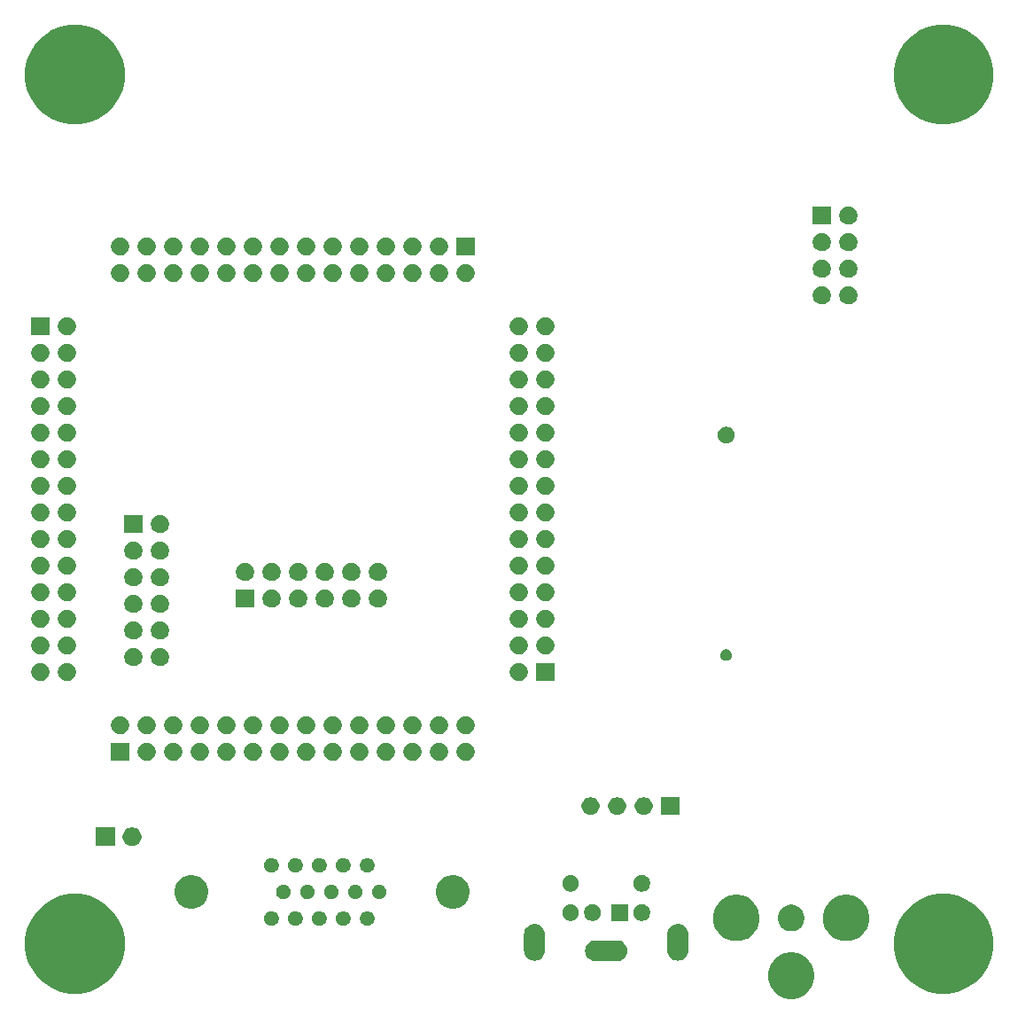
<source format=gbr>
G04 #@! TF.GenerationSoftware,KiCad,Pcbnew,(5.1.5)-3*
G04 #@! TF.CreationDate,2020-04-12T13:36:15-04:00*
G04 #@! TF.ProjectId,EP2C5-DB,45503243-352d-4444-922e-6b696361645f,X2*
G04 #@! TF.SameCoordinates,Original*
G04 #@! TF.FileFunction,Soldermask,Bot*
G04 #@! TF.FilePolarity,Negative*
%FSLAX46Y46*%
G04 Gerber Fmt 4.6, Leading zero omitted, Abs format (unit mm)*
G04 Created by KiCad (PCBNEW (5.1.5)-3) date 2020-04-12 13:36:15*
%MOMM*%
%LPD*%
G04 APERTURE LIST*
%ADD10C,0.150000*%
G04 APERTURE END LIST*
D10*
G36*
X84960152Y-99866239D02*
G01*
X85103279Y-99894709D01*
X85349106Y-99996534D01*
X85469820Y-100046535D01*
X85507749Y-100062246D01*
X85871761Y-100305471D01*
X86181329Y-100615039D01*
X86424554Y-100979051D01*
X86592091Y-101383521D01*
X86677500Y-101812903D01*
X86677500Y-102250697D01*
X86592091Y-102680079D01*
X86424554Y-103084549D01*
X86181329Y-103448561D01*
X85871761Y-103758129D01*
X85507749Y-104001354D01*
X85103279Y-104168891D01*
X84960152Y-104197361D01*
X84673899Y-104254300D01*
X84236101Y-104254300D01*
X83949848Y-104197361D01*
X83806721Y-104168891D01*
X83402251Y-104001354D01*
X83038239Y-103758129D01*
X82728671Y-103448561D01*
X82485446Y-103084549D01*
X82317909Y-102680079D01*
X82232500Y-102250697D01*
X82232500Y-101812903D01*
X82317909Y-101383521D01*
X82485446Y-100979051D01*
X82728671Y-100615039D01*
X83038239Y-100305471D01*
X83402251Y-100062246D01*
X83440181Y-100046535D01*
X83560894Y-99996534D01*
X83806721Y-99894709D01*
X83949848Y-99866239D01*
X84236101Y-99809300D01*
X84673899Y-99809300D01*
X84960152Y-99866239D01*
G37*
G36*
X100389169Y-94420519D02*
G01*
X101255888Y-94779526D01*
X101255890Y-94779527D01*
X102035917Y-95300724D01*
X102699276Y-95964083D01*
X103216991Y-96738899D01*
X103220474Y-96744112D01*
X103579481Y-97610831D01*
X103762500Y-98530933D01*
X103762500Y-99469067D01*
X103579481Y-100389169D01*
X103335143Y-100979053D01*
X103220473Y-101255890D01*
X102699276Y-102035917D01*
X102035917Y-102699276D01*
X101255890Y-103220473D01*
X101255889Y-103220474D01*
X101255888Y-103220474D01*
X100389169Y-103579481D01*
X99469067Y-103762500D01*
X98530933Y-103762500D01*
X97610831Y-103579481D01*
X96744112Y-103220474D01*
X96744111Y-103220474D01*
X96744110Y-103220473D01*
X95964083Y-102699276D01*
X95300724Y-102035917D01*
X94779527Y-101255890D01*
X94664857Y-100979053D01*
X94420519Y-100389169D01*
X94237500Y-99469067D01*
X94237500Y-98530933D01*
X94420519Y-97610831D01*
X94779526Y-96744112D01*
X94783009Y-96738899D01*
X95300724Y-95964083D01*
X95964083Y-95300724D01*
X96744110Y-94779527D01*
X96744112Y-94779526D01*
X97610831Y-94420519D01*
X98530933Y-94237500D01*
X99469067Y-94237500D01*
X100389169Y-94420519D01*
G37*
G36*
X17389169Y-94420519D02*
G01*
X18255888Y-94779526D01*
X18255890Y-94779527D01*
X19035917Y-95300724D01*
X19699276Y-95964083D01*
X20216991Y-96738899D01*
X20220474Y-96744112D01*
X20579481Y-97610831D01*
X20762500Y-98530933D01*
X20762500Y-99469067D01*
X20579481Y-100389169D01*
X20335143Y-100979053D01*
X20220473Y-101255890D01*
X19699276Y-102035917D01*
X19035917Y-102699276D01*
X18255890Y-103220473D01*
X18255889Y-103220474D01*
X18255888Y-103220474D01*
X17389169Y-103579481D01*
X16469067Y-103762500D01*
X15530933Y-103762500D01*
X14610831Y-103579481D01*
X13744112Y-103220474D01*
X13744111Y-103220474D01*
X13744110Y-103220473D01*
X12964083Y-102699276D01*
X12300724Y-102035917D01*
X11779527Y-101255890D01*
X11664857Y-100979053D01*
X11420519Y-100389169D01*
X11237500Y-99469067D01*
X11237500Y-98530933D01*
X11420519Y-97610831D01*
X11779526Y-96744112D01*
X11783009Y-96738899D01*
X12300724Y-95964083D01*
X12964083Y-95300724D01*
X13744110Y-94779527D01*
X13744112Y-94779526D01*
X14610831Y-94420519D01*
X15530933Y-94237500D01*
X16469067Y-94237500D01*
X17389169Y-94420519D01*
G37*
G36*
X67968032Y-98676469D02*
G01*
X68062285Y-98705061D01*
X68156535Y-98733651D01*
X68156537Y-98733652D01*
X68330258Y-98826507D01*
X68482528Y-98951472D01*
X68607493Y-99103742D01*
X68700348Y-99277463D01*
X68757531Y-99465968D01*
X68776838Y-99662000D01*
X68757531Y-99858032D01*
X68757530Y-99858034D01*
X68715517Y-99996534D01*
X68700348Y-100046537D01*
X68607493Y-100220258D01*
X68482528Y-100372528D01*
X68330258Y-100497493D01*
X68156537Y-100590348D01*
X68156535Y-100590349D01*
X68075143Y-100615039D01*
X67968032Y-100647531D01*
X67821124Y-100662000D01*
X65722876Y-100662000D01*
X65575968Y-100647531D01*
X65468857Y-100615039D01*
X65387465Y-100590349D01*
X65387463Y-100590348D01*
X65213742Y-100497493D01*
X65061472Y-100372528D01*
X64936507Y-100220258D01*
X64843652Y-100046537D01*
X64828484Y-99996534D01*
X64786470Y-99858034D01*
X64786469Y-99858032D01*
X64767162Y-99662000D01*
X64786469Y-99465968D01*
X64843652Y-99277463D01*
X64936507Y-99103742D01*
X65061472Y-98951472D01*
X65213742Y-98826507D01*
X65387463Y-98733652D01*
X65387465Y-98733651D01*
X65481715Y-98705061D01*
X65575968Y-98676469D01*
X65722876Y-98662000D01*
X67821124Y-98662000D01*
X67968032Y-98676469D01*
G37*
G36*
X73818031Y-97126469D02*
G01*
X73912283Y-97155060D01*
X74006534Y-97183651D01*
X74006536Y-97183652D01*
X74180258Y-97276507D01*
X74332528Y-97401472D01*
X74457493Y-97553742D01*
X74550348Y-97727463D01*
X74607531Y-97915968D01*
X74622000Y-98062876D01*
X74622000Y-99661124D01*
X74607531Y-99808032D01*
X74550348Y-99996537D01*
X74457493Y-100170258D01*
X74332528Y-100322528D01*
X74180258Y-100447493D01*
X74006537Y-100540348D01*
X74006535Y-100540349D01*
X73912284Y-100568940D01*
X73818032Y-100597531D01*
X73622000Y-100616838D01*
X73425969Y-100597531D01*
X73331717Y-100568940D01*
X73237466Y-100540349D01*
X73237464Y-100540348D01*
X73063743Y-100447493D01*
X72911473Y-100322528D01*
X72786508Y-100170258D01*
X72693651Y-99996534D01*
X72636469Y-99808035D01*
X72622000Y-99661124D01*
X72622000Y-98062877D01*
X72636469Y-97915969D01*
X72674682Y-97790000D01*
X72693651Y-97727466D01*
X72693653Y-97727463D01*
X72786507Y-97553742D01*
X72911472Y-97401472D01*
X73063742Y-97276507D01*
X73237463Y-97183652D01*
X73237465Y-97183651D01*
X73331716Y-97155060D01*
X73425968Y-97126469D01*
X73622000Y-97107162D01*
X73818031Y-97126469D01*
G37*
G36*
X60118031Y-97126469D02*
G01*
X60212283Y-97155060D01*
X60306534Y-97183651D01*
X60306536Y-97183652D01*
X60480258Y-97276507D01*
X60632528Y-97401472D01*
X60757493Y-97553742D01*
X60850348Y-97727463D01*
X60907531Y-97915968D01*
X60922000Y-98062876D01*
X60922000Y-99661124D01*
X60907531Y-99808032D01*
X60850348Y-99996537D01*
X60757493Y-100170258D01*
X60632528Y-100322528D01*
X60480258Y-100447493D01*
X60306537Y-100540348D01*
X60306535Y-100540349D01*
X60212284Y-100568940D01*
X60118032Y-100597531D01*
X59922000Y-100616838D01*
X59725969Y-100597531D01*
X59631717Y-100568940D01*
X59537466Y-100540349D01*
X59537464Y-100540348D01*
X59363743Y-100447493D01*
X59211473Y-100322528D01*
X59086508Y-100170258D01*
X58993651Y-99996534D01*
X58936469Y-99808035D01*
X58922000Y-99661124D01*
X58922000Y-98062877D01*
X58936469Y-97915969D01*
X58974682Y-97790000D01*
X58993651Y-97727466D01*
X58993653Y-97727463D01*
X59086507Y-97553742D01*
X59211472Y-97401472D01*
X59363742Y-97276507D01*
X59537463Y-97183652D01*
X59537465Y-97183651D01*
X59631716Y-97155060D01*
X59725968Y-97126469D01*
X59922000Y-97107162D01*
X60118031Y-97126469D01*
G37*
G36*
X90205252Y-94354439D02*
G01*
X90348379Y-94382909D01*
X90752849Y-94550446D01*
X91116861Y-94793671D01*
X91426429Y-95103239D01*
X91658958Y-95451243D01*
X91669655Y-95467253D01*
X91712982Y-95571853D01*
X91837191Y-95871721D01*
X91843151Y-95901683D01*
X91922600Y-96301101D01*
X91922600Y-96738899D01*
X91890224Y-96901662D01*
X91837191Y-97168279D01*
X91792361Y-97276507D01*
X91697107Y-97506473D01*
X91669654Y-97572749D01*
X91426429Y-97936761D01*
X91116861Y-98246329D01*
X90752849Y-98489554D01*
X90752848Y-98489555D01*
X90752847Y-98489555D01*
X90634381Y-98538625D01*
X90348379Y-98657091D01*
X90205252Y-98685561D01*
X89918999Y-98742500D01*
X89481201Y-98742500D01*
X89194948Y-98685561D01*
X89051821Y-98657091D01*
X88765819Y-98538625D01*
X88647353Y-98489555D01*
X88647352Y-98489555D01*
X88647351Y-98489554D01*
X88283339Y-98246329D01*
X87973771Y-97936761D01*
X87730546Y-97572749D01*
X87703094Y-97506473D01*
X87607839Y-97276507D01*
X87563009Y-97168279D01*
X87509976Y-96901662D01*
X87477600Y-96738899D01*
X87477600Y-96301101D01*
X87557049Y-95901683D01*
X87563009Y-95871721D01*
X87687218Y-95571853D01*
X87730545Y-95467253D01*
X87741243Y-95451243D01*
X87973771Y-95103239D01*
X88283339Y-94793671D01*
X88647351Y-94550446D01*
X89051821Y-94382909D01*
X89194948Y-94354439D01*
X89481201Y-94297500D01*
X89918999Y-94297500D01*
X90205252Y-94354439D01*
G37*
G36*
X79715052Y-94354439D02*
G01*
X79858179Y-94382909D01*
X80262649Y-94550446D01*
X80626661Y-94793671D01*
X80936229Y-95103239D01*
X81168758Y-95451243D01*
X81179455Y-95467253D01*
X81222782Y-95571853D01*
X81346991Y-95871721D01*
X81352951Y-95901683D01*
X81432400Y-96301101D01*
X81432400Y-96738899D01*
X81400024Y-96901662D01*
X81346991Y-97168279D01*
X81302161Y-97276507D01*
X81206907Y-97506473D01*
X81179454Y-97572749D01*
X80936229Y-97936761D01*
X80626661Y-98246329D01*
X80262649Y-98489554D01*
X80262648Y-98489555D01*
X80262647Y-98489555D01*
X80144181Y-98538625D01*
X79858179Y-98657091D01*
X79715052Y-98685561D01*
X79428799Y-98742500D01*
X78991001Y-98742500D01*
X78704748Y-98685561D01*
X78561621Y-98657091D01*
X78275619Y-98538625D01*
X78157153Y-98489555D01*
X78157152Y-98489555D01*
X78157151Y-98489554D01*
X77793139Y-98246329D01*
X77483571Y-97936761D01*
X77240346Y-97572749D01*
X77212894Y-97506473D01*
X77117639Y-97276507D01*
X77072809Y-97168279D01*
X77019776Y-96901662D01*
X76987400Y-96738899D01*
X76987400Y-96301101D01*
X77066849Y-95901683D01*
X77072809Y-95871721D01*
X77197018Y-95571853D01*
X77240345Y-95467253D01*
X77251043Y-95451243D01*
X77483571Y-95103239D01*
X77793139Y-94793671D01*
X78157151Y-94550446D01*
X78561621Y-94382909D01*
X78704748Y-94354439D01*
X78991001Y-94297500D01*
X79428799Y-94297500D01*
X79715052Y-94354439D01*
G37*
G36*
X84702764Y-95274402D02*
G01*
X84825445Y-95298805D01*
X84988875Y-95366500D01*
X85047055Y-95390599D01*
X85056571Y-95394541D01*
X85141430Y-95451242D01*
X85217440Y-95502030D01*
X85264578Y-95533527D01*
X85441473Y-95710422D01*
X85580459Y-95918429D01*
X85667297Y-96128073D01*
X85676195Y-96149556D01*
X85724210Y-96390941D01*
X85725000Y-96394916D01*
X85725000Y-96645084D01*
X85676195Y-96890445D01*
X85624160Y-97016067D01*
X85586428Y-97107162D01*
X85580459Y-97121571D01*
X85533170Y-97192344D01*
X85499686Y-97242457D01*
X85441473Y-97329578D01*
X85264578Y-97506473D01*
X85056571Y-97645459D01*
X84825445Y-97741195D01*
X84702764Y-97765598D01*
X84580085Y-97790000D01*
X84329915Y-97790000D01*
X84207236Y-97765598D01*
X84084555Y-97741195D01*
X83853429Y-97645459D01*
X83645422Y-97506473D01*
X83468527Y-97329578D01*
X83410315Y-97242457D01*
X83376830Y-97192344D01*
X83329541Y-97121571D01*
X83323573Y-97107162D01*
X83285840Y-97016067D01*
X83233805Y-96890445D01*
X83185000Y-96645084D01*
X83185000Y-96394916D01*
X83185791Y-96390941D01*
X83233805Y-96149556D01*
X83242704Y-96128073D01*
X83329541Y-95918429D01*
X83468527Y-95710422D01*
X83645422Y-95533527D01*
X83692561Y-95502030D01*
X83768570Y-95451242D01*
X83853429Y-95394541D01*
X83862946Y-95390599D01*
X83921125Y-95366500D01*
X84084555Y-95298805D01*
X84207236Y-95274402D01*
X84329915Y-95250000D01*
X84580085Y-95250000D01*
X84702764Y-95274402D01*
G37*
G36*
X34978885Y-95901682D02*
G01*
X35099872Y-95951797D01*
X35106004Y-95954337D01*
X35220408Y-96030779D01*
X35317701Y-96128072D01*
X35392447Y-96239938D01*
X35394144Y-96242478D01*
X35446798Y-96369595D01*
X35473640Y-96504542D01*
X35473640Y-96642138D01*
X35446798Y-96777085D01*
X35399843Y-96890444D01*
X35394143Y-96904204D01*
X35317701Y-97018608D01*
X35220408Y-97115901D01*
X35106004Y-97192343D01*
X35106003Y-97192344D01*
X35106002Y-97192344D01*
X34978885Y-97244998D01*
X34843938Y-97271840D01*
X34706342Y-97271840D01*
X34571395Y-97244998D01*
X34444278Y-97192344D01*
X34444277Y-97192344D01*
X34444276Y-97192343D01*
X34329872Y-97115901D01*
X34232579Y-97018608D01*
X34156137Y-96904204D01*
X34150437Y-96890444D01*
X34103482Y-96777085D01*
X34076640Y-96642138D01*
X34076640Y-96504542D01*
X34103482Y-96369595D01*
X34156136Y-96242478D01*
X34157833Y-96239938D01*
X34232579Y-96128072D01*
X34329872Y-96030779D01*
X34444276Y-95954337D01*
X34450408Y-95951797D01*
X34571395Y-95901682D01*
X34706342Y-95874840D01*
X34843938Y-95874840D01*
X34978885Y-95901682D01*
G37*
G36*
X37267425Y-95901682D02*
G01*
X37388412Y-95951797D01*
X37394544Y-95954337D01*
X37508948Y-96030779D01*
X37606241Y-96128072D01*
X37680987Y-96239938D01*
X37682684Y-96242478D01*
X37735338Y-96369595D01*
X37762180Y-96504542D01*
X37762180Y-96642138D01*
X37735338Y-96777085D01*
X37688383Y-96890444D01*
X37682683Y-96904204D01*
X37606241Y-97018608D01*
X37508948Y-97115901D01*
X37394544Y-97192343D01*
X37394543Y-97192344D01*
X37394542Y-97192344D01*
X37267425Y-97244998D01*
X37132478Y-97271840D01*
X36994882Y-97271840D01*
X36859935Y-97244998D01*
X36732818Y-97192344D01*
X36732817Y-97192344D01*
X36732816Y-97192343D01*
X36618412Y-97115901D01*
X36521119Y-97018608D01*
X36444677Y-96904204D01*
X36438977Y-96890444D01*
X36392022Y-96777085D01*
X36365180Y-96642138D01*
X36365180Y-96504542D01*
X36392022Y-96369595D01*
X36444676Y-96242478D01*
X36446373Y-96239938D01*
X36521119Y-96128072D01*
X36618412Y-96030779D01*
X36732816Y-95954337D01*
X36738948Y-95951797D01*
X36859935Y-95901682D01*
X36994882Y-95874840D01*
X37132478Y-95874840D01*
X37267425Y-95901682D01*
G37*
G36*
X41847045Y-95901682D02*
G01*
X41968032Y-95951797D01*
X41974164Y-95954337D01*
X42088568Y-96030779D01*
X42185861Y-96128072D01*
X42260607Y-96239938D01*
X42262304Y-96242478D01*
X42314958Y-96369595D01*
X42341800Y-96504542D01*
X42341800Y-96642138D01*
X42314958Y-96777085D01*
X42268003Y-96890444D01*
X42262303Y-96904204D01*
X42185861Y-97018608D01*
X42088568Y-97115901D01*
X41974164Y-97192343D01*
X41974163Y-97192344D01*
X41974162Y-97192344D01*
X41847045Y-97244998D01*
X41712098Y-97271840D01*
X41574502Y-97271840D01*
X41439555Y-97244998D01*
X41312438Y-97192344D01*
X41312437Y-97192344D01*
X41312436Y-97192343D01*
X41198032Y-97115901D01*
X41100739Y-97018608D01*
X41024297Y-96904204D01*
X41018597Y-96890444D01*
X40971642Y-96777085D01*
X40944800Y-96642138D01*
X40944800Y-96504542D01*
X40971642Y-96369595D01*
X41024296Y-96242478D01*
X41025993Y-96239938D01*
X41100739Y-96128072D01*
X41198032Y-96030779D01*
X41312436Y-95954337D01*
X41318568Y-95951797D01*
X41439555Y-95901682D01*
X41574502Y-95874840D01*
X41712098Y-95874840D01*
X41847045Y-95901682D01*
G37*
G36*
X44138125Y-95901682D02*
G01*
X44259112Y-95951797D01*
X44265244Y-95954337D01*
X44379648Y-96030779D01*
X44476941Y-96128072D01*
X44551687Y-96239938D01*
X44553384Y-96242478D01*
X44606038Y-96369595D01*
X44632880Y-96504542D01*
X44632880Y-96642138D01*
X44606038Y-96777085D01*
X44559083Y-96890444D01*
X44553383Y-96904204D01*
X44476941Y-97018608D01*
X44379648Y-97115901D01*
X44265244Y-97192343D01*
X44265243Y-97192344D01*
X44265242Y-97192344D01*
X44138125Y-97244998D01*
X44003178Y-97271840D01*
X43865582Y-97271840D01*
X43730635Y-97244998D01*
X43603518Y-97192344D01*
X43603517Y-97192344D01*
X43603516Y-97192343D01*
X43489112Y-97115901D01*
X43391819Y-97018608D01*
X43315377Y-96904204D01*
X43309677Y-96890444D01*
X43262722Y-96777085D01*
X43235880Y-96642138D01*
X43235880Y-96504542D01*
X43262722Y-96369595D01*
X43315376Y-96242478D01*
X43317073Y-96239938D01*
X43391819Y-96128072D01*
X43489112Y-96030779D01*
X43603516Y-95954337D01*
X43609648Y-95951797D01*
X43730635Y-95901682D01*
X43865582Y-95874840D01*
X44003178Y-95874840D01*
X44138125Y-95901682D01*
G37*
G36*
X39558505Y-95899142D02*
G01*
X39685622Y-95951796D01*
X39685624Y-95951797D01*
X39800028Y-96028239D01*
X39897321Y-96125532D01*
X39913373Y-96149556D01*
X39973764Y-96239938D01*
X40026418Y-96367055D01*
X40053260Y-96502002D01*
X40053260Y-96639598D01*
X40026418Y-96774545D01*
X39978410Y-96890445D01*
X39973763Y-96901664D01*
X39897321Y-97016068D01*
X39800028Y-97113361D01*
X39685624Y-97189803D01*
X39685623Y-97189804D01*
X39685622Y-97189804D01*
X39558505Y-97242458D01*
X39423558Y-97269300D01*
X39285962Y-97269300D01*
X39151015Y-97242458D01*
X39023898Y-97189804D01*
X39023897Y-97189804D01*
X39023896Y-97189803D01*
X38909492Y-97113361D01*
X38812199Y-97016068D01*
X38735757Y-96901664D01*
X38731110Y-96890445D01*
X38683102Y-96774545D01*
X38656260Y-96639598D01*
X38656260Y-96502002D01*
X38683102Y-96367055D01*
X38735756Y-96239938D01*
X38796147Y-96149556D01*
X38812199Y-96125532D01*
X38909492Y-96028239D01*
X39023896Y-95951797D01*
X39023898Y-95951796D01*
X39151015Y-95899142D01*
X39285962Y-95872300D01*
X39423558Y-95872300D01*
X39558505Y-95899142D01*
G37*
G36*
X70405351Y-95242743D02*
G01*
X70550941Y-95303048D01*
X70681970Y-95390599D01*
X70793401Y-95502030D01*
X70880952Y-95633059D01*
X70941257Y-95778649D01*
X70972000Y-95933206D01*
X70972000Y-96090794D01*
X70941257Y-96245351D01*
X70880952Y-96390941D01*
X70793401Y-96521970D01*
X70681970Y-96633401D01*
X70550941Y-96720952D01*
X70405351Y-96781257D01*
X70250794Y-96812000D01*
X70093206Y-96812000D01*
X69938649Y-96781257D01*
X69793059Y-96720952D01*
X69662030Y-96633401D01*
X69550599Y-96521970D01*
X69463048Y-96390941D01*
X69402743Y-96245351D01*
X69372000Y-96090794D01*
X69372000Y-95933206D01*
X69402743Y-95778649D01*
X69463048Y-95633059D01*
X69550599Y-95502030D01*
X69662030Y-95390599D01*
X69793059Y-95303048D01*
X69938649Y-95242743D01*
X70093206Y-95212000D01*
X70250794Y-95212000D01*
X70405351Y-95242743D01*
G37*
G36*
X68872000Y-96812000D02*
G01*
X67272000Y-96812000D01*
X67272000Y-95212000D01*
X68872000Y-95212000D01*
X68872000Y-96812000D01*
G37*
G36*
X65705351Y-95242743D02*
G01*
X65850941Y-95303048D01*
X65981970Y-95390599D01*
X66093401Y-95502030D01*
X66180952Y-95633059D01*
X66241257Y-95778649D01*
X66272000Y-95933206D01*
X66272000Y-96090794D01*
X66241257Y-96245351D01*
X66180952Y-96390941D01*
X66093401Y-96521970D01*
X65981970Y-96633401D01*
X65850941Y-96720952D01*
X65705351Y-96781257D01*
X65550794Y-96812000D01*
X65393206Y-96812000D01*
X65238649Y-96781257D01*
X65093059Y-96720952D01*
X64962030Y-96633401D01*
X64850599Y-96521970D01*
X64763048Y-96390941D01*
X64702743Y-96245351D01*
X64672000Y-96090794D01*
X64672000Y-95933206D01*
X64702743Y-95778649D01*
X64763048Y-95633059D01*
X64850599Y-95502030D01*
X64962030Y-95390599D01*
X65093059Y-95303048D01*
X65238649Y-95242743D01*
X65393206Y-95212000D01*
X65550794Y-95212000D01*
X65705351Y-95242743D01*
G37*
G36*
X63605351Y-95242743D02*
G01*
X63750941Y-95303048D01*
X63881970Y-95390599D01*
X63993401Y-95502030D01*
X64080952Y-95633059D01*
X64141257Y-95778649D01*
X64172000Y-95933206D01*
X64172000Y-96090794D01*
X64141257Y-96245351D01*
X64080952Y-96390941D01*
X63993401Y-96521970D01*
X63881970Y-96633401D01*
X63750941Y-96720952D01*
X63605351Y-96781257D01*
X63450794Y-96812000D01*
X63293206Y-96812000D01*
X63138649Y-96781257D01*
X62993059Y-96720952D01*
X62862030Y-96633401D01*
X62750599Y-96521970D01*
X62663048Y-96390941D01*
X62602743Y-96245351D01*
X62572000Y-96090794D01*
X62572000Y-95933206D01*
X62602743Y-95778649D01*
X62663048Y-95633059D01*
X62750599Y-95502030D01*
X62862030Y-95390599D01*
X62993059Y-95303048D01*
X63138649Y-95242743D01*
X63293206Y-95212000D01*
X63450794Y-95212000D01*
X63605351Y-95242743D01*
G37*
G36*
X27596443Y-92494826D02*
G01*
X27887623Y-92615437D01*
X28149680Y-92790538D01*
X28372542Y-93013400D01*
X28547643Y-93275457D01*
X28668254Y-93566637D01*
X28729740Y-93875752D01*
X28729740Y-94190928D01*
X28668254Y-94500043D01*
X28547643Y-94791223D01*
X28372542Y-95053280D01*
X28149680Y-95276142D01*
X27887623Y-95451243D01*
X27596443Y-95571854D01*
X27287328Y-95633340D01*
X26972152Y-95633340D01*
X26663037Y-95571854D01*
X26371857Y-95451243D01*
X26109800Y-95276142D01*
X25886938Y-95053280D01*
X25711837Y-94791223D01*
X25591226Y-94500043D01*
X25529740Y-94190928D01*
X25529740Y-93875752D01*
X25591226Y-93566637D01*
X25711837Y-93275457D01*
X25886938Y-93013400D01*
X26109800Y-92790538D01*
X26371857Y-92615437D01*
X26663037Y-92494826D01*
X26972152Y-92433340D01*
X27287328Y-92433340D01*
X27596443Y-92494826D01*
G37*
G36*
X52584963Y-92494826D02*
G01*
X52876143Y-92615437D01*
X53138200Y-92790538D01*
X53361062Y-93013400D01*
X53536163Y-93275457D01*
X53656774Y-93566637D01*
X53718260Y-93875752D01*
X53718260Y-94190928D01*
X53656774Y-94500043D01*
X53536163Y-94791223D01*
X53361062Y-95053280D01*
X53138200Y-95276142D01*
X52876143Y-95451243D01*
X52584963Y-95571854D01*
X52275848Y-95633340D01*
X51960672Y-95633340D01*
X51651557Y-95571854D01*
X51360377Y-95451243D01*
X51098320Y-95276142D01*
X50875458Y-95053280D01*
X50700357Y-94791223D01*
X50579746Y-94500043D01*
X50518260Y-94190928D01*
X50518260Y-93875752D01*
X50579746Y-93566637D01*
X50700357Y-93275457D01*
X50875458Y-93013400D01*
X51098320Y-92790538D01*
X51360377Y-92615437D01*
X51651557Y-92494826D01*
X51960672Y-92433340D01*
X52275848Y-92433340D01*
X52584963Y-92494826D01*
G37*
G36*
X42992585Y-93361682D02*
G01*
X43119702Y-93414336D01*
X43119704Y-93414337D01*
X43234108Y-93490779D01*
X43331401Y-93588072D01*
X43407843Y-93702476D01*
X43407844Y-93702478D01*
X43460498Y-93829595D01*
X43487340Y-93964542D01*
X43487340Y-94102138D01*
X43460498Y-94237085D01*
X43407844Y-94364202D01*
X43407843Y-94364204D01*
X43331401Y-94478608D01*
X43234108Y-94575901D01*
X43119704Y-94652343D01*
X43119703Y-94652344D01*
X43119702Y-94652344D01*
X42992585Y-94704998D01*
X42857638Y-94731840D01*
X42720042Y-94731840D01*
X42585095Y-94704998D01*
X42457978Y-94652344D01*
X42457977Y-94652344D01*
X42457976Y-94652343D01*
X42343572Y-94575901D01*
X42246279Y-94478608D01*
X42169837Y-94364204D01*
X42169836Y-94364202D01*
X42117182Y-94237085D01*
X42090340Y-94102138D01*
X42090340Y-93964542D01*
X42117182Y-93829595D01*
X42169836Y-93702478D01*
X42169837Y-93702476D01*
X42246279Y-93588072D01*
X42343572Y-93490779D01*
X42457976Y-93414337D01*
X42457978Y-93414336D01*
X42585095Y-93361682D01*
X42720042Y-93334840D01*
X42857638Y-93334840D01*
X42992585Y-93361682D01*
G37*
G36*
X40701505Y-93361682D02*
G01*
X40828622Y-93414336D01*
X40828624Y-93414337D01*
X40943028Y-93490779D01*
X41040321Y-93588072D01*
X41116763Y-93702476D01*
X41116764Y-93702478D01*
X41169418Y-93829595D01*
X41196260Y-93964542D01*
X41196260Y-94102138D01*
X41169418Y-94237085D01*
X41116764Y-94364202D01*
X41116763Y-94364204D01*
X41040321Y-94478608D01*
X40943028Y-94575901D01*
X40828624Y-94652343D01*
X40828623Y-94652344D01*
X40828622Y-94652344D01*
X40701505Y-94704998D01*
X40566558Y-94731840D01*
X40428962Y-94731840D01*
X40294015Y-94704998D01*
X40166898Y-94652344D01*
X40166897Y-94652344D01*
X40166896Y-94652343D01*
X40052492Y-94575901D01*
X39955199Y-94478608D01*
X39878757Y-94364204D01*
X39878756Y-94364202D01*
X39826102Y-94237085D01*
X39799260Y-94102138D01*
X39799260Y-93964542D01*
X39826102Y-93829595D01*
X39878756Y-93702478D01*
X39878757Y-93702476D01*
X39955199Y-93588072D01*
X40052492Y-93490779D01*
X40166896Y-93414337D01*
X40166898Y-93414336D01*
X40294015Y-93361682D01*
X40428962Y-93334840D01*
X40566558Y-93334840D01*
X40701505Y-93361682D01*
G37*
G36*
X36121885Y-93361682D02*
G01*
X36249002Y-93414336D01*
X36249004Y-93414337D01*
X36363408Y-93490779D01*
X36460701Y-93588072D01*
X36537143Y-93702476D01*
X36537144Y-93702478D01*
X36589798Y-93829595D01*
X36616640Y-93964542D01*
X36616640Y-94102138D01*
X36589798Y-94237085D01*
X36537144Y-94364202D01*
X36537143Y-94364204D01*
X36460701Y-94478608D01*
X36363408Y-94575901D01*
X36249004Y-94652343D01*
X36249003Y-94652344D01*
X36249002Y-94652344D01*
X36121885Y-94704998D01*
X35986938Y-94731840D01*
X35849342Y-94731840D01*
X35714395Y-94704998D01*
X35587278Y-94652344D01*
X35587277Y-94652344D01*
X35587276Y-94652343D01*
X35472872Y-94575901D01*
X35375579Y-94478608D01*
X35299137Y-94364204D01*
X35299136Y-94364202D01*
X35246482Y-94237085D01*
X35219640Y-94102138D01*
X35219640Y-93964542D01*
X35246482Y-93829595D01*
X35299136Y-93702478D01*
X35299137Y-93702476D01*
X35375579Y-93588072D01*
X35472872Y-93490779D01*
X35587276Y-93414337D01*
X35587278Y-93414336D01*
X35714395Y-93361682D01*
X35849342Y-93334840D01*
X35986938Y-93334840D01*
X36121885Y-93361682D01*
G37*
G36*
X38412965Y-93361682D02*
G01*
X38540082Y-93414336D01*
X38540084Y-93414337D01*
X38654488Y-93490779D01*
X38751781Y-93588072D01*
X38828223Y-93702476D01*
X38828224Y-93702478D01*
X38880878Y-93829595D01*
X38907720Y-93964542D01*
X38907720Y-94102138D01*
X38880878Y-94237085D01*
X38828224Y-94364202D01*
X38828223Y-94364204D01*
X38751781Y-94478608D01*
X38654488Y-94575901D01*
X38540084Y-94652343D01*
X38540083Y-94652344D01*
X38540082Y-94652344D01*
X38412965Y-94704998D01*
X38278018Y-94731840D01*
X38140422Y-94731840D01*
X38005475Y-94704998D01*
X37878358Y-94652344D01*
X37878357Y-94652344D01*
X37878356Y-94652343D01*
X37763952Y-94575901D01*
X37666659Y-94478608D01*
X37590217Y-94364204D01*
X37590216Y-94364202D01*
X37537562Y-94237085D01*
X37510720Y-94102138D01*
X37510720Y-93964542D01*
X37537562Y-93829595D01*
X37590216Y-93702478D01*
X37590217Y-93702476D01*
X37666659Y-93588072D01*
X37763952Y-93490779D01*
X37878356Y-93414337D01*
X37878358Y-93414336D01*
X38005475Y-93361682D01*
X38140422Y-93334840D01*
X38278018Y-93334840D01*
X38412965Y-93361682D01*
G37*
G36*
X45283665Y-93361682D02*
G01*
X45410782Y-93414336D01*
X45410784Y-93414337D01*
X45525188Y-93490779D01*
X45622481Y-93588072D01*
X45698923Y-93702476D01*
X45698924Y-93702478D01*
X45751578Y-93829595D01*
X45778420Y-93964542D01*
X45778420Y-94102138D01*
X45751578Y-94237085D01*
X45698924Y-94364202D01*
X45698923Y-94364204D01*
X45622481Y-94478608D01*
X45525188Y-94575901D01*
X45410784Y-94652343D01*
X45410783Y-94652344D01*
X45410782Y-94652344D01*
X45283665Y-94704998D01*
X45148718Y-94731840D01*
X45011122Y-94731840D01*
X44876175Y-94704998D01*
X44749058Y-94652344D01*
X44749057Y-94652344D01*
X44749056Y-94652343D01*
X44634652Y-94575901D01*
X44537359Y-94478608D01*
X44460917Y-94364204D01*
X44460916Y-94364202D01*
X44408262Y-94237085D01*
X44381420Y-94102138D01*
X44381420Y-93964542D01*
X44408262Y-93829595D01*
X44460916Y-93702478D01*
X44460917Y-93702476D01*
X44537359Y-93588072D01*
X44634652Y-93490779D01*
X44749056Y-93414337D01*
X44749058Y-93414336D01*
X44876175Y-93361682D01*
X45011122Y-93334840D01*
X45148718Y-93334840D01*
X45283665Y-93361682D01*
G37*
G36*
X70405351Y-92442743D02*
G01*
X70550941Y-92503048D01*
X70681970Y-92590599D01*
X70793401Y-92702030D01*
X70880952Y-92833059D01*
X70941257Y-92978649D01*
X70972000Y-93133206D01*
X70972000Y-93290794D01*
X70941257Y-93445351D01*
X70880952Y-93590941D01*
X70793401Y-93721970D01*
X70681970Y-93833401D01*
X70550941Y-93920952D01*
X70405351Y-93981257D01*
X70250794Y-94012000D01*
X70093206Y-94012000D01*
X69938649Y-93981257D01*
X69793059Y-93920952D01*
X69662030Y-93833401D01*
X69550599Y-93721970D01*
X69463048Y-93590941D01*
X69402743Y-93445351D01*
X69372000Y-93290794D01*
X69372000Y-93133206D01*
X69402743Y-92978649D01*
X69463048Y-92833059D01*
X69550599Y-92702030D01*
X69662030Y-92590599D01*
X69793059Y-92503048D01*
X69938649Y-92442743D01*
X70093206Y-92412000D01*
X70250794Y-92412000D01*
X70405351Y-92442743D01*
G37*
G36*
X63605351Y-92442743D02*
G01*
X63750941Y-92503048D01*
X63881970Y-92590599D01*
X63993401Y-92702030D01*
X64080952Y-92833059D01*
X64141257Y-92978649D01*
X64172000Y-93133206D01*
X64172000Y-93290794D01*
X64141257Y-93445351D01*
X64080952Y-93590941D01*
X63993401Y-93721970D01*
X63881970Y-93833401D01*
X63750941Y-93920952D01*
X63605351Y-93981257D01*
X63450794Y-94012000D01*
X63293206Y-94012000D01*
X63138649Y-93981257D01*
X62993059Y-93920952D01*
X62862030Y-93833401D01*
X62750599Y-93721970D01*
X62663048Y-93590941D01*
X62602743Y-93445351D01*
X62572000Y-93290794D01*
X62572000Y-93133206D01*
X62602743Y-92978649D01*
X62663048Y-92833059D01*
X62750599Y-92702030D01*
X62862030Y-92590599D01*
X62993059Y-92503048D01*
X63138649Y-92442743D01*
X63293206Y-92412000D01*
X63450794Y-92412000D01*
X63605351Y-92442743D01*
G37*
G36*
X34978885Y-90821682D02*
G01*
X35106002Y-90874336D01*
X35106004Y-90874337D01*
X35220408Y-90950779D01*
X35317701Y-91048072D01*
X35394143Y-91162476D01*
X35394144Y-91162478D01*
X35446798Y-91289595D01*
X35473640Y-91424542D01*
X35473640Y-91562138D01*
X35446798Y-91697085D01*
X35394144Y-91824202D01*
X35394143Y-91824204D01*
X35317701Y-91938608D01*
X35220408Y-92035901D01*
X35106004Y-92112343D01*
X35106003Y-92112344D01*
X35106002Y-92112344D01*
X34978885Y-92164998D01*
X34843938Y-92191840D01*
X34706342Y-92191840D01*
X34571395Y-92164998D01*
X34444278Y-92112344D01*
X34444277Y-92112344D01*
X34444276Y-92112343D01*
X34329872Y-92035901D01*
X34232579Y-91938608D01*
X34156137Y-91824204D01*
X34156136Y-91824202D01*
X34103482Y-91697085D01*
X34076640Y-91562138D01*
X34076640Y-91424542D01*
X34103482Y-91289595D01*
X34156136Y-91162478D01*
X34156137Y-91162476D01*
X34232579Y-91048072D01*
X34329872Y-90950779D01*
X34444276Y-90874337D01*
X34444278Y-90874336D01*
X34571395Y-90821682D01*
X34706342Y-90794840D01*
X34843938Y-90794840D01*
X34978885Y-90821682D01*
G37*
G36*
X44138125Y-90821682D02*
G01*
X44265242Y-90874336D01*
X44265244Y-90874337D01*
X44379648Y-90950779D01*
X44476941Y-91048072D01*
X44553383Y-91162476D01*
X44553384Y-91162478D01*
X44606038Y-91289595D01*
X44632880Y-91424542D01*
X44632880Y-91562138D01*
X44606038Y-91697085D01*
X44553384Y-91824202D01*
X44553383Y-91824204D01*
X44476941Y-91938608D01*
X44379648Y-92035901D01*
X44265244Y-92112343D01*
X44265243Y-92112344D01*
X44265242Y-92112344D01*
X44138125Y-92164998D01*
X44003178Y-92191840D01*
X43865582Y-92191840D01*
X43730635Y-92164998D01*
X43603518Y-92112344D01*
X43603517Y-92112344D01*
X43603516Y-92112343D01*
X43489112Y-92035901D01*
X43391819Y-91938608D01*
X43315377Y-91824204D01*
X43315376Y-91824202D01*
X43262722Y-91697085D01*
X43235880Y-91562138D01*
X43235880Y-91424542D01*
X43262722Y-91289595D01*
X43315376Y-91162478D01*
X43315377Y-91162476D01*
X43391819Y-91048072D01*
X43489112Y-90950779D01*
X43603516Y-90874337D01*
X43603518Y-90874336D01*
X43730635Y-90821682D01*
X43865582Y-90794840D01*
X44003178Y-90794840D01*
X44138125Y-90821682D01*
G37*
G36*
X41847045Y-90821682D02*
G01*
X41974162Y-90874336D01*
X41974164Y-90874337D01*
X42088568Y-90950779D01*
X42185861Y-91048072D01*
X42262303Y-91162476D01*
X42262304Y-91162478D01*
X42314958Y-91289595D01*
X42341800Y-91424542D01*
X42341800Y-91562138D01*
X42314958Y-91697085D01*
X42262304Y-91824202D01*
X42262303Y-91824204D01*
X42185861Y-91938608D01*
X42088568Y-92035901D01*
X41974164Y-92112343D01*
X41974163Y-92112344D01*
X41974162Y-92112344D01*
X41847045Y-92164998D01*
X41712098Y-92191840D01*
X41574502Y-92191840D01*
X41439555Y-92164998D01*
X41312438Y-92112344D01*
X41312437Y-92112344D01*
X41312436Y-92112343D01*
X41198032Y-92035901D01*
X41100739Y-91938608D01*
X41024297Y-91824204D01*
X41024296Y-91824202D01*
X40971642Y-91697085D01*
X40944800Y-91562138D01*
X40944800Y-91424542D01*
X40971642Y-91289595D01*
X41024296Y-91162478D01*
X41024297Y-91162476D01*
X41100739Y-91048072D01*
X41198032Y-90950779D01*
X41312436Y-90874337D01*
X41312438Y-90874336D01*
X41439555Y-90821682D01*
X41574502Y-90794840D01*
X41712098Y-90794840D01*
X41847045Y-90821682D01*
G37*
G36*
X39561045Y-90821682D02*
G01*
X39688162Y-90874336D01*
X39688164Y-90874337D01*
X39802568Y-90950779D01*
X39899861Y-91048072D01*
X39976303Y-91162476D01*
X39976304Y-91162478D01*
X40028958Y-91289595D01*
X40055800Y-91424542D01*
X40055800Y-91562138D01*
X40028958Y-91697085D01*
X39976304Y-91824202D01*
X39976303Y-91824204D01*
X39899861Y-91938608D01*
X39802568Y-92035901D01*
X39688164Y-92112343D01*
X39688163Y-92112344D01*
X39688162Y-92112344D01*
X39561045Y-92164998D01*
X39426098Y-92191840D01*
X39288502Y-92191840D01*
X39153555Y-92164998D01*
X39026438Y-92112344D01*
X39026437Y-92112344D01*
X39026436Y-92112343D01*
X38912032Y-92035901D01*
X38814739Y-91938608D01*
X38738297Y-91824204D01*
X38738296Y-91824202D01*
X38685642Y-91697085D01*
X38658800Y-91562138D01*
X38658800Y-91424542D01*
X38685642Y-91289595D01*
X38738296Y-91162478D01*
X38738297Y-91162476D01*
X38814739Y-91048072D01*
X38912032Y-90950779D01*
X39026436Y-90874337D01*
X39026438Y-90874336D01*
X39153555Y-90821682D01*
X39288502Y-90794840D01*
X39426098Y-90794840D01*
X39561045Y-90821682D01*
G37*
G36*
X37267425Y-90821682D02*
G01*
X37394542Y-90874336D01*
X37394544Y-90874337D01*
X37508948Y-90950779D01*
X37606241Y-91048072D01*
X37682683Y-91162476D01*
X37682684Y-91162478D01*
X37735338Y-91289595D01*
X37762180Y-91424542D01*
X37762180Y-91562138D01*
X37735338Y-91697085D01*
X37682684Y-91824202D01*
X37682683Y-91824204D01*
X37606241Y-91938608D01*
X37508948Y-92035901D01*
X37394544Y-92112343D01*
X37394543Y-92112344D01*
X37394542Y-92112344D01*
X37267425Y-92164998D01*
X37132478Y-92191840D01*
X36994882Y-92191840D01*
X36859935Y-92164998D01*
X36732818Y-92112344D01*
X36732817Y-92112344D01*
X36732816Y-92112343D01*
X36618412Y-92035901D01*
X36521119Y-91938608D01*
X36444677Y-91824204D01*
X36444676Y-91824202D01*
X36392022Y-91697085D01*
X36365180Y-91562138D01*
X36365180Y-91424542D01*
X36392022Y-91289595D01*
X36444676Y-91162478D01*
X36444677Y-91162476D01*
X36521119Y-91048072D01*
X36618412Y-90950779D01*
X36732816Y-90874337D01*
X36732818Y-90874336D01*
X36859935Y-90821682D01*
X36994882Y-90794840D01*
X37132478Y-90794840D01*
X37267425Y-90821682D01*
G37*
G36*
X21725520Y-87907586D02*
G01*
X21889310Y-87975430D01*
X22036717Y-88073924D01*
X22162076Y-88199283D01*
X22260570Y-88346690D01*
X22328414Y-88510480D01*
X22363000Y-88684358D01*
X22363000Y-88861642D01*
X22328414Y-89035520D01*
X22260570Y-89199310D01*
X22162076Y-89346717D01*
X22036717Y-89472076D01*
X21889310Y-89570570D01*
X21889309Y-89570571D01*
X21889308Y-89570571D01*
X21725520Y-89638414D01*
X21551644Y-89673000D01*
X21374356Y-89673000D01*
X21200480Y-89638414D01*
X21036692Y-89570571D01*
X21036691Y-89570571D01*
X21036690Y-89570570D01*
X20889283Y-89472076D01*
X20763924Y-89346717D01*
X20665430Y-89199310D01*
X20597586Y-89035520D01*
X20563000Y-88861642D01*
X20563000Y-88684358D01*
X20597586Y-88510480D01*
X20665430Y-88346690D01*
X20763924Y-88199283D01*
X20889283Y-88073924D01*
X21036690Y-87975430D01*
X21200480Y-87907586D01*
X21374356Y-87873000D01*
X21551644Y-87873000D01*
X21725520Y-87907586D01*
G37*
G36*
X19823000Y-89673000D02*
G01*
X18023000Y-89673000D01*
X18023000Y-87873000D01*
X19823000Y-87873000D01*
X19823000Y-89673000D01*
G37*
G36*
X65525935Y-85034664D02*
G01*
X65680624Y-85098739D01*
X65680626Y-85098740D01*
X65819844Y-85191762D01*
X65938238Y-85310156D01*
X66031260Y-85449374D01*
X66031261Y-85449376D01*
X66095336Y-85604065D01*
X66128000Y-85768281D01*
X66128000Y-85935719D01*
X66095336Y-86099935D01*
X66031261Y-86254624D01*
X66031260Y-86254626D01*
X65938238Y-86393844D01*
X65819844Y-86512238D01*
X65680626Y-86605260D01*
X65680625Y-86605261D01*
X65680624Y-86605261D01*
X65525935Y-86669336D01*
X65361719Y-86702000D01*
X65194281Y-86702000D01*
X65030065Y-86669336D01*
X64875376Y-86605261D01*
X64875375Y-86605261D01*
X64875374Y-86605260D01*
X64736156Y-86512238D01*
X64617762Y-86393844D01*
X64524740Y-86254626D01*
X64524739Y-86254624D01*
X64460664Y-86099935D01*
X64428000Y-85935719D01*
X64428000Y-85768281D01*
X64460664Y-85604065D01*
X64524739Y-85449376D01*
X64524740Y-85449374D01*
X64617762Y-85310156D01*
X64736156Y-85191762D01*
X64875374Y-85098740D01*
X64875376Y-85098739D01*
X65030065Y-85034664D01*
X65194281Y-85002000D01*
X65361719Y-85002000D01*
X65525935Y-85034664D01*
G37*
G36*
X68065935Y-85034664D02*
G01*
X68220624Y-85098739D01*
X68220626Y-85098740D01*
X68359844Y-85191762D01*
X68478238Y-85310156D01*
X68571260Y-85449374D01*
X68571261Y-85449376D01*
X68635336Y-85604065D01*
X68668000Y-85768281D01*
X68668000Y-85935719D01*
X68635336Y-86099935D01*
X68571261Y-86254624D01*
X68571260Y-86254626D01*
X68478238Y-86393844D01*
X68359844Y-86512238D01*
X68220626Y-86605260D01*
X68220625Y-86605261D01*
X68220624Y-86605261D01*
X68065935Y-86669336D01*
X67901719Y-86702000D01*
X67734281Y-86702000D01*
X67570065Y-86669336D01*
X67415376Y-86605261D01*
X67415375Y-86605261D01*
X67415374Y-86605260D01*
X67276156Y-86512238D01*
X67157762Y-86393844D01*
X67064740Y-86254626D01*
X67064739Y-86254624D01*
X67000664Y-86099935D01*
X66968000Y-85935719D01*
X66968000Y-85768281D01*
X67000664Y-85604065D01*
X67064739Y-85449376D01*
X67064740Y-85449374D01*
X67157762Y-85310156D01*
X67276156Y-85191762D01*
X67415374Y-85098740D01*
X67415376Y-85098739D01*
X67570065Y-85034664D01*
X67734281Y-85002000D01*
X67901719Y-85002000D01*
X68065935Y-85034664D01*
G37*
G36*
X70605935Y-85034664D02*
G01*
X70760624Y-85098739D01*
X70760626Y-85098740D01*
X70899844Y-85191762D01*
X71018238Y-85310156D01*
X71111260Y-85449374D01*
X71111261Y-85449376D01*
X71175336Y-85604065D01*
X71208000Y-85768281D01*
X71208000Y-85935719D01*
X71175336Y-86099935D01*
X71111261Y-86254624D01*
X71111260Y-86254626D01*
X71018238Y-86393844D01*
X70899844Y-86512238D01*
X70760626Y-86605260D01*
X70760625Y-86605261D01*
X70760624Y-86605261D01*
X70605935Y-86669336D01*
X70441719Y-86702000D01*
X70274281Y-86702000D01*
X70110065Y-86669336D01*
X69955376Y-86605261D01*
X69955375Y-86605261D01*
X69955374Y-86605260D01*
X69816156Y-86512238D01*
X69697762Y-86393844D01*
X69604740Y-86254626D01*
X69604739Y-86254624D01*
X69540664Y-86099935D01*
X69508000Y-85935719D01*
X69508000Y-85768281D01*
X69540664Y-85604065D01*
X69604739Y-85449376D01*
X69604740Y-85449374D01*
X69697762Y-85310156D01*
X69816156Y-85191762D01*
X69955374Y-85098740D01*
X69955376Y-85098739D01*
X70110065Y-85034664D01*
X70274281Y-85002000D01*
X70441719Y-85002000D01*
X70605935Y-85034664D01*
G37*
G36*
X73748000Y-86702000D02*
G01*
X72048000Y-86702000D01*
X72048000Y-85002000D01*
X73748000Y-85002000D01*
X73748000Y-86702000D01*
G37*
G36*
X30731903Y-79814587D02*
G01*
X30889068Y-79879687D01*
X31030513Y-79974198D01*
X31150802Y-80094487D01*
X31245313Y-80235932D01*
X31310413Y-80393097D01*
X31343600Y-80559943D01*
X31343600Y-80730057D01*
X31310413Y-80896903D01*
X31245313Y-81054068D01*
X31150802Y-81195513D01*
X31030513Y-81315802D01*
X30889068Y-81410313D01*
X30731903Y-81475413D01*
X30565057Y-81508600D01*
X30394943Y-81508600D01*
X30228097Y-81475413D01*
X30070932Y-81410313D01*
X29929487Y-81315802D01*
X29809198Y-81195513D01*
X29714687Y-81054068D01*
X29649587Y-80896903D01*
X29616400Y-80730057D01*
X29616400Y-80559943D01*
X29649587Y-80393097D01*
X29714687Y-80235932D01*
X29809198Y-80094487D01*
X29929487Y-79974198D01*
X30070932Y-79879687D01*
X30228097Y-79814587D01*
X30394943Y-79781400D01*
X30565057Y-79781400D01*
X30731903Y-79814587D01*
G37*
G36*
X28191903Y-79814587D02*
G01*
X28349068Y-79879687D01*
X28490513Y-79974198D01*
X28610802Y-80094487D01*
X28705313Y-80235932D01*
X28770413Y-80393097D01*
X28803600Y-80559943D01*
X28803600Y-80730057D01*
X28770413Y-80896903D01*
X28705313Y-81054068D01*
X28610802Y-81195513D01*
X28490513Y-81315802D01*
X28349068Y-81410313D01*
X28191903Y-81475413D01*
X28025057Y-81508600D01*
X27854943Y-81508600D01*
X27688097Y-81475413D01*
X27530932Y-81410313D01*
X27389487Y-81315802D01*
X27269198Y-81195513D01*
X27174687Y-81054068D01*
X27109587Y-80896903D01*
X27076400Y-80730057D01*
X27076400Y-80559943D01*
X27109587Y-80393097D01*
X27174687Y-80235932D01*
X27269198Y-80094487D01*
X27389487Y-79974198D01*
X27530932Y-79879687D01*
X27688097Y-79814587D01*
X27854943Y-79781400D01*
X28025057Y-79781400D01*
X28191903Y-79814587D01*
G37*
G36*
X23111903Y-79814587D02*
G01*
X23269068Y-79879687D01*
X23410513Y-79974198D01*
X23530802Y-80094487D01*
X23625313Y-80235932D01*
X23690413Y-80393097D01*
X23723600Y-80559943D01*
X23723600Y-80730057D01*
X23690413Y-80896903D01*
X23625313Y-81054068D01*
X23530802Y-81195513D01*
X23410513Y-81315802D01*
X23269068Y-81410313D01*
X23111903Y-81475413D01*
X22945057Y-81508600D01*
X22774943Y-81508600D01*
X22608097Y-81475413D01*
X22450932Y-81410313D01*
X22309487Y-81315802D01*
X22189198Y-81195513D01*
X22094687Y-81054068D01*
X22029587Y-80896903D01*
X21996400Y-80730057D01*
X21996400Y-80559943D01*
X22029587Y-80393097D01*
X22094687Y-80235932D01*
X22189198Y-80094487D01*
X22309487Y-79974198D01*
X22450932Y-79879687D01*
X22608097Y-79814587D01*
X22774943Y-79781400D01*
X22945057Y-79781400D01*
X23111903Y-79814587D01*
G37*
G36*
X40891903Y-79814587D02*
G01*
X41049068Y-79879687D01*
X41190513Y-79974198D01*
X41310802Y-80094487D01*
X41405313Y-80235932D01*
X41470413Y-80393097D01*
X41503600Y-80559943D01*
X41503600Y-80730057D01*
X41470413Y-80896903D01*
X41405313Y-81054068D01*
X41310802Y-81195513D01*
X41190513Y-81315802D01*
X41049068Y-81410313D01*
X40891903Y-81475413D01*
X40725057Y-81508600D01*
X40554943Y-81508600D01*
X40388097Y-81475413D01*
X40230932Y-81410313D01*
X40089487Y-81315802D01*
X39969198Y-81195513D01*
X39874687Y-81054068D01*
X39809587Y-80896903D01*
X39776400Y-80730057D01*
X39776400Y-80559943D01*
X39809587Y-80393097D01*
X39874687Y-80235932D01*
X39969198Y-80094487D01*
X40089487Y-79974198D01*
X40230932Y-79879687D01*
X40388097Y-79814587D01*
X40554943Y-79781400D01*
X40725057Y-79781400D01*
X40891903Y-79814587D01*
G37*
G36*
X51051903Y-79814587D02*
G01*
X51209068Y-79879687D01*
X51350513Y-79974198D01*
X51470802Y-80094487D01*
X51565313Y-80235932D01*
X51630413Y-80393097D01*
X51663600Y-80559943D01*
X51663600Y-80730057D01*
X51630413Y-80896903D01*
X51565313Y-81054068D01*
X51470802Y-81195513D01*
X51350513Y-81315802D01*
X51209068Y-81410313D01*
X51051903Y-81475413D01*
X50885057Y-81508600D01*
X50714943Y-81508600D01*
X50548097Y-81475413D01*
X50390932Y-81410313D01*
X50249487Y-81315802D01*
X50129198Y-81195513D01*
X50034687Y-81054068D01*
X49969587Y-80896903D01*
X49936400Y-80730057D01*
X49936400Y-80559943D01*
X49969587Y-80393097D01*
X50034687Y-80235932D01*
X50129198Y-80094487D01*
X50249487Y-79974198D01*
X50390932Y-79879687D01*
X50548097Y-79814587D01*
X50714943Y-79781400D01*
X50885057Y-79781400D01*
X51051903Y-79814587D01*
G37*
G36*
X53591903Y-79814587D02*
G01*
X53749068Y-79879687D01*
X53890513Y-79974198D01*
X54010802Y-80094487D01*
X54105313Y-80235932D01*
X54170413Y-80393097D01*
X54203600Y-80559943D01*
X54203600Y-80730057D01*
X54170413Y-80896903D01*
X54105313Y-81054068D01*
X54010802Y-81195513D01*
X53890513Y-81315802D01*
X53749068Y-81410313D01*
X53591903Y-81475413D01*
X53425057Y-81508600D01*
X53254943Y-81508600D01*
X53088097Y-81475413D01*
X52930932Y-81410313D01*
X52789487Y-81315802D01*
X52669198Y-81195513D01*
X52574687Y-81054068D01*
X52509587Y-80896903D01*
X52476400Y-80730057D01*
X52476400Y-80559943D01*
X52509587Y-80393097D01*
X52574687Y-80235932D01*
X52669198Y-80094487D01*
X52789487Y-79974198D01*
X52930932Y-79879687D01*
X53088097Y-79814587D01*
X53254943Y-79781400D01*
X53425057Y-79781400D01*
X53591903Y-79814587D01*
G37*
G36*
X25651903Y-79814587D02*
G01*
X25809068Y-79879687D01*
X25950513Y-79974198D01*
X26070802Y-80094487D01*
X26165313Y-80235932D01*
X26230413Y-80393097D01*
X26263600Y-80559943D01*
X26263600Y-80730057D01*
X26230413Y-80896903D01*
X26165313Y-81054068D01*
X26070802Y-81195513D01*
X25950513Y-81315802D01*
X25809068Y-81410313D01*
X25651903Y-81475413D01*
X25485057Y-81508600D01*
X25314943Y-81508600D01*
X25148097Y-81475413D01*
X24990932Y-81410313D01*
X24849487Y-81315802D01*
X24729198Y-81195513D01*
X24634687Y-81054068D01*
X24569587Y-80896903D01*
X24536400Y-80730057D01*
X24536400Y-80559943D01*
X24569587Y-80393097D01*
X24634687Y-80235932D01*
X24729198Y-80094487D01*
X24849487Y-79974198D01*
X24990932Y-79879687D01*
X25148097Y-79814587D01*
X25314943Y-79781400D01*
X25485057Y-79781400D01*
X25651903Y-79814587D01*
G37*
G36*
X35811903Y-79814587D02*
G01*
X35969068Y-79879687D01*
X36110513Y-79974198D01*
X36230802Y-80094487D01*
X36325313Y-80235932D01*
X36390413Y-80393097D01*
X36423600Y-80559943D01*
X36423600Y-80730057D01*
X36390413Y-80896903D01*
X36325313Y-81054068D01*
X36230802Y-81195513D01*
X36110513Y-81315802D01*
X35969068Y-81410313D01*
X35811903Y-81475413D01*
X35645057Y-81508600D01*
X35474943Y-81508600D01*
X35308097Y-81475413D01*
X35150932Y-81410313D01*
X35009487Y-81315802D01*
X34889198Y-81195513D01*
X34794687Y-81054068D01*
X34729587Y-80896903D01*
X34696400Y-80730057D01*
X34696400Y-80559943D01*
X34729587Y-80393097D01*
X34794687Y-80235932D01*
X34889198Y-80094487D01*
X35009487Y-79974198D01*
X35150932Y-79879687D01*
X35308097Y-79814587D01*
X35474943Y-79781400D01*
X35645057Y-79781400D01*
X35811903Y-79814587D01*
G37*
G36*
X38351903Y-79814587D02*
G01*
X38509068Y-79879687D01*
X38650513Y-79974198D01*
X38770802Y-80094487D01*
X38865313Y-80235932D01*
X38930413Y-80393097D01*
X38963600Y-80559943D01*
X38963600Y-80730057D01*
X38930413Y-80896903D01*
X38865313Y-81054068D01*
X38770802Y-81195513D01*
X38650513Y-81315802D01*
X38509068Y-81410313D01*
X38351903Y-81475413D01*
X38185057Y-81508600D01*
X38014943Y-81508600D01*
X37848097Y-81475413D01*
X37690932Y-81410313D01*
X37549487Y-81315802D01*
X37429198Y-81195513D01*
X37334687Y-81054068D01*
X37269587Y-80896903D01*
X37236400Y-80730057D01*
X37236400Y-80559943D01*
X37269587Y-80393097D01*
X37334687Y-80235932D01*
X37429198Y-80094487D01*
X37549487Y-79974198D01*
X37690932Y-79879687D01*
X37848097Y-79814587D01*
X38014943Y-79781400D01*
X38185057Y-79781400D01*
X38351903Y-79814587D01*
G37*
G36*
X43431903Y-79814587D02*
G01*
X43589068Y-79879687D01*
X43730513Y-79974198D01*
X43850802Y-80094487D01*
X43945313Y-80235932D01*
X44010413Y-80393097D01*
X44043600Y-80559943D01*
X44043600Y-80730057D01*
X44010413Y-80896903D01*
X43945313Y-81054068D01*
X43850802Y-81195513D01*
X43730513Y-81315802D01*
X43589068Y-81410313D01*
X43431903Y-81475413D01*
X43265057Y-81508600D01*
X43094943Y-81508600D01*
X42928097Y-81475413D01*
X42770932Y-81410313D01*
X42629487Y-81315802D01*
X42509198Y-81195513D01*
X42414687Y-81054068D01*
X42349587Y-80896903D01*
X42316400Y-80730057D01*
X42316400Y-80559943D01*
X42349587Y-80393097D01*
X42414687Y-80235932D01*
X42509198Y-80094487D01*
X42629487Y-79974198D01*
X42770932Y-79879687D01*
X42928097Y-79814587D01*
X43094943Y-79781400D01*
X43265057Y-79781400D01*
X43431903Y-79814587D01*
G37*
G36*
X45971903Y-79814587D02*
G01*
X46129068Y-79879687D01*
X46270513Y-79974198D01*
X46390802Y-80094487D01*
X46485313Y-80235932D01*
X46550413Y-80393097D01*
X46583600Y-80559943D01*
X46583600Y-80730057D01*
X46550413Y-80896903D01*
X46485313Y-81054068D01*
X46390802Y-81195513D01*
X46270513Y-81315802D01*
X46129068Y-81410313D01*
X45971903Y-81475413D01*
X45805057Y-81508600D01*
X45634943Y-81508600D01*
X45468097Y-81475413D01*
X45310932Y-81410313D01*
X45169487Y-81315802D01*
X45049198Y-81195513D01*
X44954687Y-81054068D01*
X44889587Y-80896903D01*
X44856400Y-80730057D01*
X44856400Y-80559943D01*
X44889587Y-80393097D01*
X44954687Y-80235932D01*
X45049198Y-80094487D01*
X45169487Y-79974198D01*
X45310932Y-79879687D01*
X45468097Y-79814587D01*
X45634943Y-79781400D01*
X45805057Y-79781400D01*
X45971903Y-79814587D01*
G37*
G36*
X21183600Y-81508600D02*
G01*
X19456400Y-81508600D01*
X19456400Y-79781400D01*
X21183600Y-79781400D01*
X21183600Y-81508600D01*
G37*
G36*
X48511903Y-79814587D02*
G01*
X48669068Y-79879687D01*
X48810513Y-79974198D01*
X48930802Y-80094487D01*
X49025313Y-80235932D01*
X49090413Y-80393097D01*
X49123600Y-80559943D01*
X49123600Y-80730057D01*
X49090413Y-80896903D01*
X49025313Y-81054068D01*
X48930802Y-81195513D01*
X48810513Y-81315802D01*
X48669068Y-81410313D01*
X48511903Y-81475413D01*
X48345057Y-81508600D01*
X48174943Y-81508600D01*
X48008097Y-81475413D01*
X47850932Y-81410313D01*
X47709487Y-81315802D01*
X47589198Y-81195513D01*
X47494687Y-81054068D01*
X47429587Y-80896903D01*
X47396400Y-80730057D01*
X47396400Y-80559943D01*
X47429587Y-80393097D01*
X47494687Y-80235932D01*
X47589198Y-80094487D01*
X47709487Y-79974198D01*
X47850932Y-79879687D01*
X48008097Y-79814587D01*
X48174943Y-79781400D01*
X48345057Y-79781400D01*
X48511903Y-79814587D01*
G37*
G36*
X33271903Y-79814587D02*
G01*
X33429068Y-79879687D01*
X33570513Y-79974198D01*
X33690802Y-80094487D01*
X33785313Y-80235932D01*
X33850413Y-80393097D01*
X33883600Y-80559943D01*
X33883600Y-80730057D01*
X33850413Y-80896903D01*
X33785313Y-81054068D01*
X33690802Y-81195513D01*
X33570513Y-81315802D01*
X33429068Y-81410313D01*
X33271903Y-81475413D01*
X33105057Y-81508600D01*
X32934943Y-81508600D01*
X32768097Y-81475413D01*
X32610932Y-81410313D01*
X32469487Y-81315802D01*
X32349198Y-81195513D01*
X32254687Y-81054068D01*
X32189587Y-80896903D01*
X32156400Y-80730057D01*
X32156400Y-80559943D01*
X32189587Y-80393097D01*
X32254687Y-80235932D01*
X32349198Y-80094487D01*
X32469487Y-79974198D01*
X32610932Y-79879687D01*
X32768097Y-79814587D01*
X32934943Y-79781400D01*
X33105057Y-79781400D01*
X33271903Y-79814587D01*
G37*
G36*
X45971903Y-77274587D02*
G01*
X46129068Y-77339687D01*
X46270513Y-77434198D01*
X46390802Y-77554487D01*
X46485313Y-77695932D01*
X46550413Y-77853097D01*
X46583600Y-78019943D01*
X46583600Y-78190057D01*
X46550413Y-78356903D01*
X46485313Y-78514068D01*
X46390802Y-78655513D01*
X46270513Y-78775802D01*
X46129068Y-78870313D01*
X45971903Y-78935413D01*
X45805057Y-78968600D01*
X45634943Y-78968600D01*
X45468097Y-78935413D01*
X45310932Y-78870313D01*
X45169487Y-78775802D01*
X45049198Y-78655513D01*
X44954687Y-78514068D01*
X44889587Y-78356903D01*
X44856400Y-78190057D01*
X44856400Y-78019943D01*
X44889587Y-77853097D01*
X44954687Y-77695932D01*
X45049198Y-77554487D01*
X45169487Y-77434198D01*
X45310932Y-77339687D01*
X45468097Y-77274587D01*
X45634943Y-77241400D01*
X45805057Y-77241400D01*
X45971903Y-77274587D01*
G37*
G36*
X20571903Y-77274587D02*
G01*
X20729068Y-77339687D01*
X20870513Y-77434198D01*
X20990802Y-77554487D01*
X21085313Y-77695932D01*
X21150413Y-77853097D01*
X21183600Y-78019943D01*
X21183600Y-78190057D01*
X21150413Y-78356903D01*
X21085313Y-78514068D01*
X20990802Y-78655513D01*
X20870513Y-78775802D01*
X20729068Y-78870313D01*
X20571903Y-78935413D01*
X20405057Y-78968600D01*
X20234943Y-78968600D01*
X20068097Y-78935413D01*
X19910932Y-78870313D01*
X19769487Y-78775802D01*
X19649198Y-78655513D01*
X19554687Y-78514068D01*
X19489587Y-78356903D01*
X19456400Y-78190057D01*
X19456400Y-78019943D01*
X19489587Y-77853097D01*
X19554687Y-77695932D01*
X19649198Y-77554487D01*
X19769487Y-77434198D01*
X19910932Y-77339687D01*
X20068097Y-77274587D01*
X20234943Y-77241400D01*
X20405057Y-77241400D01*
X20571903Y-77274587D01*
G37*
G36*
X23111903Y-77274587D02*
G01*
X23269068Y-77339687D01*
X23410513Y-77434198D01*
X23530802Y-77554487D01*
X23625313Y-77695932D01*
X23690413Y-77853097D01*
X23723600Y-78019943D01*
X23723600Y-78190057D01*
X23690413Y-78356903D01*
X23625313Y-78514068D01*
X23530802Y-78655513D01*
X23410513Y-78775802D01*
X23269068Y-78870313D01*
X23111903Y-78935413D01*
X22945057Y-78968600D01*
X22774943Y-78968600D01*
X22608097Y-78935413D01*
X22450932Y-78870313D01*
X22309487Y-78775802D01*
X22189198Y-78655513D01*
X22094687Y-78514068D01*
X22029587Y-78356903D01*
X21996400Y-78190057D01*
X21996400Y-78019943D01*
X22029587Y-77853097D01*
X22094687Y-77695932D01*
X22189198Y-77554487D01*
X22309487Y-77434198D01*
X22450932Y-77339687D01*
X22608097Y-77274587D01*
X22774943Y-77241400D01*
X22945057Y-77241400D01*
X23111903Y-77274587D01*
G37*
G36*
X25651903Y-77274587D02*
G01*
X25809068Y-77339687D01*
X25950513Y-77434198D01*
X26070802Y-77554487D01*
X26165313Y-77695932D01*
X26230413Y-77853097D01*
X26263600Y-78019943D01*
X26263600Y-78190057D01*
X26230413Y-78356903D01*
X26165313Y-78514068D01*
X26070802Y-78655513D01*
X25950513Y-78775802D01*
X25809068Y-78870313D01*
X25651903Y-78935413D01*
X25485057Y-78968600D01*
X25314943Y-78968600D01*
X25148097Y-78935413D01*
X24990932Y-78870313D01*
X24849487Y-78775802D01*
X24729198Y-78655513D01*
X24634687Y-78514068D01*
X24569587Y-78356903D01*
X24536400Y-78190057D01*
X24536400Y-78019943D01*
X24569587Y-77853097D01*
X24634687Y-77695932D01*
X24729198Y-77554487D01*
X24849487Y-77434198D01*
X24990932Y-77339687D01*
X25148097Y-77274587D01*
X25314943Y-77241400D01*
X25485057Y-77241400D01*
X25651903Y-77274587D01*
G37*
G36*
X30731903Y-77274587D02*
G01*
X30889068Y-77339687D01*
X31030513Y-77434198D01*
X31150802Y-77554487D01*
X31245313Y-77695932D01*
X31310413Y-77853097D01*
X31343600Y-78019943D01*
X31343600Y-78190057D01*
X31310413Y-78356903D01*
X31245313Y-78514068D01*
X31150802Y-78655513D01*
X31030513Y-78775802D01*
X30889068Y-78870313D01*
X30731903Y-78935413D01*
X30565057Y-78968600D01*
X30394943Y-78968600D01*
X30228097Y-78935413D01*
X30070932Y-78870313D01*
X29929487Y-78775802D01*
X29809198Y-78655513D01*
X29714687Y-78514068D01*
X29649587Y-78356903D01*
X29616400Y-78190057D01*
X29616400Y-78019943D01*
X29649587Y-77853097D01*
X29714687Y-77695932D01*
X29809198Y-77554487D01*
X29929487Y-77434198D01*
X30070932Y-77339687D01*
X30228097Y-77274587D01*
X30394943Y-77241400D01*
X30565057Y-77241400D01*
X30731903Y-77274587D01*
G37*
G36*
X33271903Y-77274587D02*
G01*
X33429068Y-77339687D01*
X33570513Y-77434198D01*
X33690802Y-77554487D01*
X33785313Y-77695932D01*
X33850413Y-77853097D01*
X33883600Y-78019943D01*
X33883600Y-78190057D01*
X33850413Y-78356903D01*
X33785313Y-78514068D01*
X33690802Y-78655513D01*
X33570513Y-78775802D01*
X33429068Y-78870313D01*
X33271903Y-78935413D01*
X33105057Y-78968600D01*
X32934943Y-78968600D01*
X32768097Y-78935413D01*
X32610932Y-78870313D01*
X32469487Y-78775802D01*
X32349198Y-78655513D01*
X32254687Y-78514068D01*
X32189587Y-78356903D01*
X32156400Y-78190057D01*
X32156400Y-78019943D01*
X32189587Y-77853097D01*
X32254687Y-77695932D01*
X32349198Y-77554487D01*
X32469487Y-77434198D01*
X32610932Y-77339687D01*
X32768097Y-77274587D01*
X32934943Y-77241400D01*
X33105057Y-77241400D01*
X33271903Y-77274587D01*
G37*
G36*
X35811903Y-77274587D02*
G01*
X35969068Y-77339687D01*
X36110513Y-77434198D01*
X36230802Y-77554487D01*
X36325313Y-77695932D01*
X36390413Y-77853097D01*
X36423600Y-78019943D01*
X36423600Y-78190057D01*
X36390413Y-78356903D01*
X36325313Y-78514068D01*
X36230802Y-78655513D01*
X36110513Y-78775802D01*
X35969068Y-78870313D01*
X35811903Y-78935413D01*
X35645057Y-78968600D01*
X35474943Y-78968600D01*
X35308097Y-78935413D01*
X35150932Y-78870313D01*
X35009487Y-78775802D01*
X34889198Y-78655513D01*
X34794687Y-78514068D01*
X34729587Y-78356903D01*
X34696400Y-78190057D01*
X34696400Y-78019943D01*
X34729587Y-77853097D01*
X34794687Y-77695932D01*
X34889198Y-77554487D01*
X35009487Y-77434198D01*
X35150932Y-77339687D01*
X35308097Y-77274587D01*
X35474943Y-77241400D01*
X35645057Y-77241400D01*
X35811903Y-77274587D01*
G37*
G36*
X38351903Y-77274587D02*
G01*
X38509068Y-77339687D01*
X38650513Y-77434198D01*
X38770802Y-77554487D01*
X38865313Y-77695932D01*
X38930413Y-77853097D01*
X38963600Y-78019943D01*
X38963600Y-78190057D01*
X38930413Y-78356903D01*
X38865313Y-78514068D01*
X38770802Y-78655513D01*
X38650513Y-78775802D01*
X38509068Y-78870313D01*
X38351903Y-78935413D01*
X38185057Y-78968600D01*
X38014943Y-78968600D01*
X37848097Y-78935413D01*
X37690932Y-78870313D01*
X37549487Y-78775802D01*
X37429198Y-78655513D01*
X37334687Y-78514068D01*
X37269587Y-78356903D01*
X37236400Y-78190057D01*
X37236400Y-78019943D01*
X37269587Y-77853097D01*
X37334687Y-77695932D01*
X37429198Y-77554487D01*
X37549487Y-77434198D01*
X37690932Y-77339687D01*
X37848097Y-77274587D01*
X38014943Y-77241400D01*
X38185057Y-77241400D01*
X38351903Y-77274587D01*
G37*
G36*
X40891903Y-77274587D02*
G01*
X41049068Y-77339687D01*
X41190513Y-77434198D01*
X41310802Y-77554487D01*
X41405313Y-77695932D01*
X41470413Y-77853097D01*
X41503600Y-78019943D01*
X41503600Y-78190057D01*
X41470413Y-78356903D01*
X41405313Y-78514068D01*
X41310802Y-78655513D01*
X41190513Y-78775802D01*
X41049068Y-78870313D01*
X40891903Y-78935413D01*
X40725057Y-78968600D01*
X40554943Y-78968600D01*
X40388097Y-78935413D01*
X40230932Y-78870313D01*
X40089487Y-78775802D01*
X39969198Y-78655513D01*
X39874687Y-78514068D01*
X39809587Y-78356903D01*
X39776400Y-78190057D01*
X39776400Y-78019943D01*
X39809587Y-77853097D01*
X39874687Y-77695932D01*
X39969198Y-77554487D01*
X40089487Y-77434198D01*
X40230932Y-77339687D01*
X40388097Y-77274587D01*
X40554943Y-77241400D01*
X40725057Y-77241400D01*
X40891903Y-77274587D01*
G37*
G36*
X43431903Y-77274587D02*
G01*
X43589068Y-77339687D01*
X43730513Y-77434198D01*
X43850802Y-77554487D01*
X43945313Y-77695932D01*
X44010413Y-77853097D01*
X44043600Y-78019943D01*
X44043600Y-78190057D01*
X44010413Y-78356903D01*
X43945313Y-78514068D01*
X43850802Y-78655513D01*
X43730513Y-78775802D01*
X43589068Y-78870313D01*
X43431903Y-78935413D01*
X43265057Y-78968600D01*
X43094943Y-78968600D01*
X42928097Y-78935413D01*
X42770932Y-78870313D01*
X42629487Y-78775802D01*
X42509198Y-78655513D01*
X42414687Y-78514068D01*
X42349587Y-78356903D01*
X42316400Y-78190057D01*
X42316400Y-78019943D01*
X42349587Y-77853097D01*
X42414687Y-77695932D01*
X42509198Y-77554487D01*
X42629487Y-77434198D01*
X42770932Y-77339687D01*
X42928097Y-77274587D01*
X43094943Y-77241400D01*
X43265057Y-77241400D01*
X43431903Y-77274587D01*
G37*
G36*
X48511903Y-77274587D02*
G01*
X48669068Y-77339687D01*
X48810513Y-77434198D01*
X48930802Y-77554487D01*
X49025313Y-77695932D01*
X49090413Y-77853097D01*
X49123600Y-78019943D01*
X49123600Y-78190057D01*
X49090413Y-78356903D01*
X49025313Y-78514068D01*
X48930802Y-78655513D01*
X48810513Y-78775802D01*
X48669068Y-78870313D01*
X48511903Y-78935413D01*
X48345057Y-78968600D01*
X48174943Y-78968600D01*
X48008097Y-78935413D01*
X47850932Y-78870313D01*
X47709487Y-78775802D01*
X47589198Y-78655513D01*
X47494687Y-78514068D01*
X47429587Y-78356903D01*
X47396400Y-78190057D01*
X47396400Y-78019943D01*
X47429587Y-77853097D01*
X47494687Y-77695932D01*
X47589198Y-77554487D01*
X47709487Y-77434198D01*
X47850932Y-77339687D01*
X48008097Y-77274587D01*
X48174943Y-77241400D01*
X48345057Y-77241400D01*
X48511903Y-77274587D01*
G37*
G36*
X51051903Y-77274587D02*
G01*
X51209068Y-77339687D01*
X51350513Y-77434198D01*
X51470802Y-77554487D01*
X51565313Y-77695932D01*
X51630413Y-77853097D01*
X51663600Y-78019943D01*
X51663600Y-78190057D01*
X51630413Y-78356903D01*
X51565313Y-78514068D01*
X51470802Y-78655513D01*
X51350513Y-78775802D01*
X51209068Y-78870313D01*
X51051903Y-78935413D01*
X50885057Y-78968600D01*
X50714943Y-78968600D01*
X50548097Y-78935413D01*
X50390932Y-78870313D01*
X50249487Y-78775802D01*
X50129198Y-78655513D01*
X50034687Y-78514068D01*
X49969587Y-78356903D01*
X49936400Y-78190057D01*
X49936400Y-78019943D01*
X49969587Y-77853097D01*
X50034687Y-77695932D01*
X50129198Y-77554487D01*
X50249487Y-77434198D01*
X50390932Y-77339687D01*
X50548097Y-77274587D01*
X50714943Y-77241400D01*
X50885057Y-77241400D01*
X51051903Y-77274587D01*
G37*
G36*
X53591903Y-77274587D02*
G01*
X53749068Y-77339687D01*
X53890513Y-77434198D01*
X54010802Y-77554487D01*
X54105313Y-77695932D01*
X54170413Y-77853097D01*
X54203600Y-78019943D01*
X54203600Y-78190057D01*
X54170413Y-78356903D01*
X54105313Y-78514068D01*
X54010802Y-78655513D01*
X53890513Y-78775802D01*
X53749068Y-78870313D01*
X53591903Y-78935413D01*
X53425057Y-78968600D01*
X53254943Y-78968600D01*
X53088097Y-78935413D01*
X52930932Y-78870313D01*
X52789487Y-78775802D01*
X52669198Y-78655513D01*
X52574687Y-78514068D01*
X52509587Y-78356903D01*
X52476400Y-78190057D01*
X52476400Y-78019943D01*
X52509587Y-77853097D01*
X52574687Y-77695932D01*
X52669198Y-77554487D01*
X52789487Y-77434198D01*
X52930932Y-77339687D01*
X53088097Y-77274587D01*
X53254943Y-77241400D01*
X53425057Y-77241400D01*
X53591903Y-77274587D01*
G37*
G36*
X28191903Y-77274587D02*
G01*
X28349068Y-77339687D01*
X28490513Y-77434198D01*
X28610802Y-77554487D01*
X28705313Y-77695932D01*
X28770413Y-77853097D01*
X28803600Y-78019943D01*
X28803600Y-78190057D01*
X28770413Y-78356903D01*
X28705313Y-78514068D01*
X28610802Y-78655513D01*
X28490513Y-78775802D01*
X28349068Y-78870313D01*
X28191903Y-78935413D01*
X28025057Y-78968600D01*
X27854943Y-78968600D01*
X27688097Y-78935413D01*
X27530932Y-78870313D01*
X27389487Y-78775802D01*
X27269198Y-78655513D01*
X27174687Y-78514068D01*
X27109587Y-78356903D01*
X27076400Y-78190057D01*
X27076400Y-78019943D01*
X27109587Y-77853097D01*
X27174687Y-77695932D01*
X27269198Y-77554487D01*
X27389487Y-77434198D01*
X27530932Y-77339687D01*
X27688097Y-77274587D01*
X27854943Y-77241400D01*
X28025057Y-77241400D01*
X28191903Y-77274587D01*
G37*
G36*
X15491903Y-72194587D02*
G01*
X15649068Y-72259687D01*
X15790513Y-72354198D01*
X15910802Y-72474487D01*
X16005313Y-72615932D01*
X16070413Y-72773097D01*
X16103600Y-72939943D01*
X16103600Y-73110057D01*
X16070413Y-73276903D01*
X16005313Y-73434068D01*
X15910802Y-73575513D01*
X15790513Y-73695802D01*
X15649068Y-73790313D01*
X15491903Y-73855413D01*
X15325057Y-73888600D01*
X15154943Y-73888600D01*
X14988097Y-73855413D01*
X14830932Y-73790313D01*
X14689487Y-73695802D01*
X14569198Y-73575513D01*
X14474687Y-73434068D01*
X14409587Y-73276903D01*
X14376400Y-73110057D01*
X14376400Y-72939943D01*
X14409587Y-72773097D01*
X14474687Y-72615932D01*
X14569198Y-72474487D01*
X14689487Y-72354198D01*
X14830932Y-72259687D01*
X14988097Y-72194587D01*
X15154943Y-72161400D01*
X15325057Y-72161400D01*
X15491903Y-72194587D01*
G37*
G36*
X12951903Y-72194587D02*
G01*
X13109068Y-72259687D01*
X13250513Y-72354198D01*
X13370802Y-72474487D01*
X13465313Y-72615932D01*
X13530413Y-72773097D01*
X13563600Y-72939943D01*
X13563600Y-73110057D01*
X13530413Y-73276903D01*
X13465313Y-73434068D01*
X13370802Y-73575513D01*
X13250513Y-73695802D01*
X13109068Y-73790313D01*
X12951903Y-73855413D01*
X12785057Y-73888600D01*
X12614943Y-73888600D01*
X12448097Y-73855413D01*
X12290932Y-73790313D01*
X12149487Y-73695802D01*
X12029198Y-73575513D01*
X11934687Y-73434068D01*
X11869587Y-73276903D01*
X11836400Y-73110057D01*
X11836400Y-72939943D01*
X11869587Y-72773097D01*
X11934687Y-72615932D01*
X12029198Y-72474487D01*
X12149487Y-72354198D01*
X12290932Y-72259687D01*
X12448097Y-72194587D01*
X12614943Y-72161400D01*
X12785057Y-72161400D01*
X12951903Y-72194587D01*
G37*
G36*
X61823600Y-73888600D02*
G01*
X60096400Y-73888600D01*
X60096400Y-72161400D01*
X61823600Y-72161400D01*
X61823600Y-73888600D01*
G37*
G36*
X58671903Y-72194587D02*
G01*
X58829068Y-72259687D01*
X58970513Y-72354198D01*
X59090802Y-72474487D01*
X59185313Y-72615932D01*
X59250413Y-72773097D01*
X59283600Y-72939943D01*
X59283600Y-73110057D01*
X59250413Y-73276903D01*
X59185313Y-73434068D01*
X59090802Y-73575513D01*
X58970513Y-73695802D01*
X58829068Y-73790313D01*
X58671903Y-73855413D01*
X58505057Y-73888600D01*
X58334943Y-73888600D01*
X58168097Y-73855413D01*
X58010932Y-73790313D01*
X57869487Y-73695802D01*
X57749198Y-73575513D01*
X57654687Y-73434068D01*
X57589587Y-73276903D01*
X57556400Y-73110057D01*
X57556400Y-72939943D01*
X57589587Y-72773097D01*
X57654687Y-72615932D01*
X57749198Y-72474487D01*
X57869487Y-72354198D01*
X58010932Y-72259687D01*
X58168097Y-72194587D01*
X58334943Y-72161400D01*
X58505057Y-72161400D01*
X58671903Y-72194587D01*
G37*
G36*
X21841903Y-70797587D02*
G01*
X21999068Y-70862687D01*
X22140513Y-70957198D01*
X22260802Y-71077487D01*
X22355313Y-71218932D01*
X22420413Y-71376097D01*
X22453600Y-71542943D01*
X22453600Y-71713057D01*
X22420413Y-71879903D01*
X22355313Y-72037068D01*
X22260802Y-72178513D01*
X22140513Y-72298802D01*
X21999068Y-72393313D01*
X21841903Y-72458413D01*
X21675057Y-72491600D01*
X21504943Y-72491600D01*
X21338097Y-72458413D01*
X21180932Y-72393313D01*
X21039487Y-72298802D01*
X20919198Y-72178513D01*
X20824687Y-72037068D01*
X20759587Y-71879903D01*
X20726400Y-71713057D01*
X20726400Y-71542943D01*
X20759587Y-71376097D01*
X20824687Y-71218932D01*
X20919198Y-71077487D01*
X21039487Y-70957198D01*
X21180932Y-70862687D01*
X21338097Y-70797587D01*
X21504943Y-70764400D01*
X21675057Y-70764400D01*
X21841903Y-70797587D01*
G37*
G36*
X24381903Y-70797587D02*
G01*
X24539068Y-70862687D01*
X24680513Y-70957198D01*
X24800802Y-71077487D01*
X24895313Y-71218932D01*
X24960413Y-71376097D01*
X24993600Y-71542943D01*
X24993600Y-71713057D01*
X24960413Y-71879903D01*
X24895313Y-72037068D01*
X24800802Y-72178513D01*
X24680513Y-72298802D01*
X24539068Y-72393313D01*
X24381903Y-72458413D01*
X24215057Y-72491600D01*
X24044943Y-72491600D01*
X23878097Y-72458413D01*
X23720932Y-72393313D01*
X23579487Y-72298802D01*
X23459198Y-72178513D01*
X23364687Y-72037068D01*
X23299587Y-71879903D01*
X23266400Y-71713057D01*
X23266400Y-71542943D01*
X23299587Y-71376097D01*
X23364687Y-71218932D01*
X23459198Y-71077487D01*
X23579487Y-70957198D01*
X23720932Y-70862687D01*
X23878097Y-70797587D01*
X24044943Y-70764400D01*
X24215057Y-70764400D01*
X24381903Y-70797587D01*
G37*
G36*
X78357009Y-70876091D02*
G01*
X78392429Y-70883136D01*
X78442476Y-70903866D01*
X78492524Y-70924597D01*
X78582602Y-70984785D01*
X78659215Y-71061398D01*
X78719403Y-71151476D01*
X78760864Y-71251572D01*
X78782000Y-71357828D01*
X78782000Y-71466172D01*
X78760864Y-71572428D01*
X78719403Y-71672524D01*
X78659215Y-71762602D01*
X78582602Y-71839215D01*
X78492524Y-71899403D01*
X78442476Y-71920134D01*
X78392429Y-71940864D01*
X78357009Y-71947909D01*
X78286172Y-71962000D01*
X78177828Y-71962000D01*
X78106991Y-71947909D01*
X78071571Y-71940864D01*
X78021524Y-71920134D01*
X77971476Y-71899403D01*
X77881398Y-71839215D01*
X77804785Y-71762602D01*
X77744597Y-71672524D01*
X77703136Y-71572428D01*
X77682000Y-71466172D01*
X77682000Y-71357828D01*
X77703136Y-71251572D01*
X77744597Y-71151476D01*
X77804785Y-71061398D01*
X77881398Y-70984785D01*
X77971476Y-70924597D01*
X78021524Y-70903866D01*
X78071571Y-70883136D01*
X78106991Y-70876091D01*
X78177828Y-70862000D01*
X78286172Y-70862000D01*
X78357009Y-70876091D01*
G37*
G36*
X61211903Y-69654587D02*
G01*
X61369068Y-69719687D01*
X61510513Y-69814198D01*
X61630802Y-69934487D01*
X61725313Y-70075932D01*
X61790413Y-70233097D01*
X61823600Y-70399943D01*
X61823600Y-70570057D01*
X61790413Y-70736903D01*
X61725313Y-70894068D01*
X61630802Y-71035513D01*
X61510513Y-71155802D01*
X61369068Y-71250313D01*
X61211903Y-71315413D01*
X61045057Y-71348600D01*
X60874943Y-71348600D01*
X60708097Y-71315413D01*
X60550932Y-71250313D01*
X60409487Y-71155802D01*
X60289198Y-71035513D01*
X60194687Y-70894068D01*
X60129587Y-70736903D01*
X60096400Y-70570057D01*
X60096400Y-70399943D01*
X60129587Y-70233097D01*
X60194687Y-70075932D01*
X60289198Y-69934487D01*
X60409487Y-69814198D01*
X60550932Y-69719687D01*
X60708097Y-69654587D01*
X60874943Y-69621400D01*
X61045057Y-69621400D01*
X61211903Y-69654587D01*
G37*
G36*
X58671903Y-69654587D02*
G01*
X58829068Y-69719687D01*
X58970513Y-69814198D01*
X59090802Y-69934487D01*
X59185313Y-70075932D01*
X59250413Y-70233097D01*
X59283600Y-70399943D01*
X59283600Y-70570057D01*
X59250413Y-70736903D01*
X59185313Y-70894068D01*
X59090802Y-71035513D01*
X58970513Y-71155802D01*
X58829068Y-71250313D01*
X58671903Y-71315413D01*
X58505057Y-71348600D01*
X58334943Y-71348600D01*
X58168097Y-71315413D01*
X58010932Y-71250313D01*
X57869487Y-71155802D01*
X57749198Y-71035513D01*
X57654687Y-70894068D01*
X57589587Y-70736903D01*
X57556400Y-70570057D01*
X57556400Y-70399943D01*
X57589587Y-70233097D01*
X57654687Y-70075932D01*
X57749198Y-69934487D01*
X57869487Y-69814198D01*
X58010932Y-69719687D01*
X58168097Y-69654587D01*
X58334943Y-69621400D01*
X58505057Y-69621400D01*
X58671903Y-69654587D01*
G37*
G36*
X15491903Y-69654587D02*
G01*
X15649068Y-69719687D01*
X15790513Y-69814198D01*
X15910802Y-69934487D01*
X16005313Y-70075932D01*
X16070413Y-70233097D01*
X16103600Y-70399943D01*
X16103600Y-70570057D01*
X16070413Y-70736903D01*
X16005313Y-70894068D01*
X15910802Y-71035513D01*
X15790513Y-71155802D01*
X15649068Y-71250313D01*
X15491903Y-71315413D01*
X15325057Y-71348600D01*
X15154943Y-71348600D01*
X14988097Y-71315413D01*
X14830932Y-71250313D01*
X14689487Y-71155802D01*
X14569198Y-71035513D01*
X14474687Y-70894068D01*
X14409587Y-70736903D01*
X14376400Y-70570057D01*
X14376400Y-70399943D01*
X14409587Y-70233097D01*
X14474687Y-70075932D01*
X14569198Y-69934487D01*
X14689487Y-69814198D01*
X14830932Y-69719687D01*
X14988097Y-69654587D01*
X15154943Y-69621400D01*
X15325057Y-69621400D01*
X15491903Y-69654587D01*
G37*
G36*
X12951903Y-69654587D02*
G01*
X13109068Y-69719687D01*
X13250513Y-69814198D01*
X13370802Y-69934487D01*
X13465313Y-70075932D01*
X13530413Y-70233097D01*
X13563600Y-70399943D01*
X13563600Y-70570057D01*
X13530413Y-70736903D01*
X13465313Y-70894068D01*
X13370802Y-71035513D01*
X13250513Y-71155802D01*
X13109068Y-71250313D01*
X12951903Y-71315413D01*
X12785057Y-71348600D01*
X12614943Y-71348600D01*
X12448097Y-71315413D01*
X12290932Y-71250313D01*
X12149487Y-71155802D01*
X12029198Y-71035513D01*
X11934687Y-70894068D01*
X11869587Y-70736903D01*
X11836400Y-70570057D01*
X11836400Y-70399943D01*
X11869587Y-70233097D01*
X11934687Y-70075932D01*
X12029198Y-69934487D01*
X12149487Y-69814198D01*
X12290932Y-69719687D01*
X12448097Y-69654587D01*
X12614943Y-69621400D01*
X12785057Y-69621400D01*
X12951903Y-69654587D01*
G37*
G36*
X21841903Y-68257587D02*
G01*
X21999068Y-68322687D01*
X22140513Y-68417198D01*
X22260802Y-68537487D01*
X22355313Y-68678932D01*
X22420413Y-68836097D01*
X22453600Y-69002943D01*
X22453600Y-69173057D01*
X22420413Y-69339903D01*
X22355313Y-69497068D01*
X22260802Y-69638513D01*
X22140513Y-69758802D01*
X21999068Y-69853313D01*
X21841903Y-69918413D01*
X21675057Y-69951600D01*
X21504943Y-69951600D01*
X21338097Y-69918413D01*
X21180932Y-69853313D01*
X21039487Y-69758802D01*
X20919198Y-69638513D01*
X20824687Y-69497068D01*
X20759587Y-69339903D01*
X20726400Y-69173057D01*
X20726400Y-69002943D01*
X20759587Y-68836097D01*
X20824687Y-68678932D01*
X20919198Y-68537487D01*
X21039487Y-68417198D01*
X21180932Y-68322687D01*
X21338097Y-68257587D01*
X21504943Y-68224400D01*
X21675057Y-68224400D01*
X21841903Y-68257587D01*
G37*
G36*
X24381903Y-68257587D02*
G01*
X24539068Y-68322687D01*
X24680513Y-68417198D01*
X24800802Y-68537487D01*
X24895313Y-68678932D01*
X24960413Y-68836097D01*
X24993600Y-69002943D01*
X24993600Y-69173057D01*
X24960413Y-69339903D01*
X24895313Y-69497068D01*
X24800802Y-69638513D01*
X24680513Y-69758802D01*
X24539068Y-69853313D01*
X24381903Y-69918413D01*
X24215057Y-69951600D01*
X24044943Y-69951600D01*
X23878097Y-69918413D01*
X23720932Y-69853313D01*
X23579487Y-69758802D01*
X23459198Y-69638513D01*
X23364687Y-69497068D01*
X23299587Y-69339903D01*
X23266400Y-69173057D01*
X23266400Y-69002943D01*
X23299587Y-68836097D01*
X23364687Y-68678932D01*
X23459198Y-68537487D01*
X23579487Y-68417198D01*
X23720932Y-68322687D01*
X23878097Y-68257587D01*
X24044943Y-68224400D01*
X24215057Y-68224400D01*
X24381903Y-68257587D01*
G37*
G36*
X12951903Y-67114587D02*
G01*
X13109068Y-67179687D01*
X13250513Y-67274198D01*
X13370802Y-67394487D01*
X13465313Y-67535932D01*
X13530413Y-67693097D01*
X13563600Y-67859943D01*
X13563600Y-68030057D01*
X13530413Y-68196903D01*
X13465313Y-68354068D01*
X13370802Y-68495513D01*
X13250513Y-68615802D01*
X13109068Y-68710313D01*
X12951903Y-68775413D01*
X12785057Y-68808600D01*
X12614943Y-68808600D01*
X12448097Y-68775413D01*
X12290932Y-68710313D01*
X12149487Y-68615802D01*
X12029198Y-68495513D01*
X11934687Y-68354068D01*
X11869587Y-68196903D01*
X11836400Y-68030057D01*
X11836400Y-67859943D01*
X11869587Y-67693097D01*
X11934687Y-67535932D01*
X12029198Y-67394487D01*
X12149487Y-67274198D01*
X12290932Y-67179687D01*
X12448097Y-67114587D01*
X12614943Y-67081400D01*
X12785057Y-67081400D01*
X12951903Y-67114587D01*
G37*
G36*
X58671903Y-67114587D02*
G01*
X58829068Y-67179687D01*
X58970513Y-67274198D01*
X59090802Y-67394487D01*
X59185313Y-67535932D01*
X59250413Y-67693097D01*
X59283600Y-67859943D01*
X59283600Y-68030057D01*
X59250413Y-68196903D01*
X59185313Y-68354068D01*
X59090802Y-68495513D01*
X58970513Y-68615802D01*
X58829068Y-68710313D01*
X58671903Y-68775413D01*
X58505057Y-68808600D01*
X58334943Y-68808600D01*
X58168097Y-68775413D01*
X58010932Y-68710313D01*
X57869487Y-68615802D01*
X57749198Y-68495513D01*
X57654687Y-68354068D01*
X57589587Y-68196903D01*
X57556400Y-68030057D01*
X57556400Y-67859943D01*
X57589587Y-67693097D01*
X57654687Y-67535932D01*
X57749198Y-67394487D01*
X57869487Y-67274198D01*
X58010932Y-67179687D01*
X58168097Y-67114587D01*
X58334943Y-67081400D01*
X58505057Y-67081400D01*
X58671903Y-67114587D01*
G37*
G36*
X15491903Y-67114587D02*
G01*
X15649068Y-67179687D01*
X15790513Y-67274198D01*
X15910802Y-67394487D01*
X16005313Y-67535932D01*
X16070413Y-67693097D01*
X16103600Y-67859943D01*
X16103600Y-68030057D01*
X16070413Y-68196903D01*
X16005313Y-68354068D01*
X15910802Y-68495513D01*
X15790513Y-68615802D01*
X15649068Y-68710313D01*
X15491903Y-68775413D01*
X15325057Y-68808600D01*
X15154943Y-68808600D01*
X14988097Y-68775413D01*
X14830932Y-68710313D01*
X14689487Y-68615802D01*
X14569198Y-68495513D01*
X14474687Y-68354068D01*
X14409587Y-68196903D01*
X14376400Y-68030057D01*
X14376400Y-67859943D01*
X14409587Y-67693097D01*
X14474687Y-67535932D01*
X14569198Y-67394487D01*
X14689487Y-67274198D01*
X14830932Y-67179687D01*
X14988097Y-67114587D01*
X15154943Y-67081400D01*
X15325057Y-67081400D01*
X15491903Y-67114587D01*
G37*
G36*
X61211903Y-67114587D02*
G01*
X61369068Y-67179687D01*
X61510513Y-67274198D01*
X61630802Y-67394487D01*
X61725313Y-67535932D01*
X61790413Y-67693097D01*
X61823600Y-67859943D01*
X61823600Y-68030057D01*
X61790413Y-68196903D01*
X61725313Y-68354068D01*
X61630802Y-68495513D01*
X61510513Y-68615802D01*
X61369068Y-68710313D01*
X61211903Y-68775413D01*
X61045057Y-68808600D01*
X60874943Y-68808600D01*
X60708097Y-68775413D01*
X60550932Y-68710313D01*
X60409487Y-68615802D01*
X60289198Y-68495513D01*
X60194687Y-68354068D01*
X60129587Y-68196903D01*
X60096400Y-68030057D01*
X60096400Y-67859943D01*
X60129587Y-67693097D01*
X60194687Y-67535932D01*
X60289198Y-67394487D01*
X60409487Y-67274198D01*
X60550932Y-67179687D01*
X60708097Y-67114587D01*
X60874943Y-67081400D01*
X61045057Y-67081400D01*
X61211903Y-67114587D01*
G37*
G36*
X21841903Y-65717587D02*
G01*
X21999068Y-65782687D01*
X22140513Y-65877198D01*
X22260802Y-65997487D01*
X22355313Y-66138932D01*
X22420413Y-66296097D01*
X22453600Y-66462943D01*
X22453600Y-66633057D01*
X22420413Y-66799903D01*
X22355313Y-66957068D01*
X22260802Y-67098513D01*
X22140513Y-67218802D01*
X21999068Y-67313313D01*
X21841903Y-67378413D01*
X21675057Y-67411600D01*
X21504943Y-67411600D01*
X21338097Y-67378413D01*
X21180932Y-67313313D01*
X21039487Y-67218802D01*
X20919198Y-67098513D01*
X20824687Y-66957068D01*
X20759587Y-66799903D01*
X20726400Y-66633057D01*
X20726400Y-66462943D01*
X20759587Y-66296097D01*
X20824687Y-66138932D01*
X20919198Y-65997487D01*
X21039487Y-65877198D01*
X21180932Y-65782687D01*
X21338097Y-65717587D01*
X21504943Y-65684400D01*
X21675057Y-65684400D01*
X21841903Y-65717587D01*
G37*
G36*
X24381903Y-65717587D02*
G01*
X24539068Y-65782687D01*
X24680513Y-65877198D01*
X24800802Y-65997487D01*
X24895313Y-66138932D01*
X24960413Y-66296097D01*
X24993600Y-66462943D01*
X24993600Y-66633057D01*
X24960413Y-66799903D01*
X24895313Y-66957068D01*
X24800802Y-67098513D01*
X24680513Y-67218802D01*
X24539068Y-67313313D01*
X24381903Y-67378413D01*
X24215057Y-67411600D01*
X24044943Y-67411600D01*
X23878097Y-67378413D01*
X23720932Y-67313313D01*
X23579487Y-67218802D01*
X23459198Y-67098513D01*
X23364687Y-66957068D01*
X23299587Y-66799903D01*
X23266400Y-66633057D01*
X23266400Y-66462943D01*
X23299587Y-66296097D01*
X23364687Y-66138932D01*
X23459198Y-65997487D01*
X23579487Y-65877198D01*
X23720932Y-65782687D01*
X23878097Y-65717587D01*
X24044943Y-65684400D01*
X24215057Y-65684400D01*
X24381903Y-65717587D01*
G37*
G36*
X40129903Y-65209587D02*
G01*
X40287068Y-65274687D01*
X40428513Y-65369198D01*
X40548802Y-65489487D01*
X40643313Y-65630932D01*
X40708413Y-65788097D01*
X40741600Y-65954943D01*
X40741600Y-66125057D01*
X40708413Y-66291903D01*
X40643313Y-66449068D01*
X40548802Y-66590513D01*
X40428513Y-66710802D01*
X40287068Y-66805313D01*
X40129903Y-66870413D01*
X39963057Y-66903600D01*
X39792943Y-66903600D01*
X39626097Y-66870413D01*
X39468932Y-66805313D01*
X39327487Y-66710802D01*
X39207198Y-66590513D01*
X39112687Y-66449068D01*
X39047587Y-66291903D01*
X39014400Y-66125057D01*
X39014400Y-65954943D01*
X39047587Y-65788097D01*
X39112687Y-65630932D01*
X39207198Y-65489487D01*
X39327487Y-65369198D01*
X39468932Y-65274687D01*
X39626097Y-65209587D01*
X39792943Y-65176400D01*
X39963057Y-65176400D01*
X40129903Y-65209587D01*
G37*
G36*
X45209903Y-65209587D02*
G01*
X45367068Y-65274687D01*
X45508513Y-65369198D01*
X45628802Y-65489487D01*
X45723313Y-65630932D01*
X45788413Y-65788097D01*
X45821600Y-65954943D01*
X45821600Y-66125057D01*
X45788413Y-66291903D01*
X45723313Y-66449068D01*
X45628802Y-66590513D01*
X45508513Y-66710802D01*
X45367068Y-66805313D01*
X45209903Y-66870413D01*
X45043057Y-66903600D01*
X44872943Y-66903600D01*
X44706097Y-66870413D01*
X44548932Y-66805313D01*
X44407487Y-66710802D01*
X44287198Y-66590513D01*
X44192687Y-66449068D01*
X44127587Y-66291903D01*
X44094400Y-66125057D01*
X44094400Y-65954943D01*
X44127587Y-65788097D01*
X44192687Y-65630932D01*
X44287198Y-65489487D01*
X44407487Y-65369198D01*
X44548932Y-65274687D01*
X44706097Y-65209587D01*
X44872943Y-65176400D01*
X45043057Y-65176400D01*
X45209903Y-65209587D01*
G37*
G36*
X42669903Y-65209587D02*
G01*
X42827068Y-65274687D01*
X42968513Y-65369198D01*
X43088802Y-65489487D01*
X43183313Y-65630932D01*
X43248413Y-65788097D01*
X43281600Y-65954943D01*
X43281600Y-66125057D01*
X43248413Y-66291903D01*
X43183313Y-66449068D01*
X43088802Y-66590513D01*
X42968513Y-66710802D01*
X42827068Y-66805313D01*
X42669903Y-66870413D01*
X42503057Y-66903600D01*
X42332943Y-66903600D01*
X42166097Y-66870413D01*
X42008932Y-66805313D01*
X41867487Y-66710802D01*
X41747198Y-66590513D01*
X41652687Y-66449068D01*
X41587587Y-66291903D01*
X41554400Y-66125057D01*
X41554400Y-65954943D01*
X41587587Y-65788097D01*
X41652687Y-65630932D01*
X41747198Y-65489487D01*
X41867487Y-65369198D01*
X42008932Y-65274687D01*
X42166097Y-65209587D01*
X42332943Y-65176400D01*
X42503057Y-65176400D01*
X42669903Y-65209587D01*
G37*
G36*
X37589903Y-65209587D02*
G01*
X37747068Y-65274687D01*
X37888513Y-65369198D01*
X38008802Y-65489487D01*
X38103313Y-65630932D01*
X38168413Y-65788097D01*
X38201600Y-65954943D01*
X38201600Y-66125057D01*
X38168413Y-66291903D01*
X38103313Y-66449068D01*
X38008802Y-66590513D01*
X37888513Y-66710802D01*
X37747068Y-66805313D01*
X37589903Y-66870413D01*
X37423057Y-66903600D01*
X37252943Y-66903600D01*
X37086097Y-66870413D01*
X36928932Y-66805313D01*
X36787487Y-66710802D01*
X36667198Y-66590513D01*
X36572687Y-66449068D01*
X36507587Y-66291903D01*
X36474400Y-66125057D01*
X36474400Y-65954943D01*
X36507587Y-65788097D01*
X36572687Y-65630932D01*
X36667198Y-65489487D01*
X36787487Y-65369198D01*
X36928932Y-65274687D01*
X37086097Y-65209587D01*
X37252943Y-65176400D01*
X37423057Y-65176400D01*
X37589903Y-65209587D01*
G37*
G36*
X35049903Y-65209587D02*
G01*
X35207068Y-65274687D01*
X35348513Y-65369198D01*
X35468802Y-65489487D01*
X35563313Y-65630932D01*
X35628413Y-65788097D01*
X35661600Y-65954943D01*
X35661600Y-66125057D01*
X35628413Y-66291903D01*
X35563313Y-66449068D01*
X35468802Y-66590513D01*
X35348513Y-66710802D01*
X35207068Y-66805313D01*
X35049903Y-66870413D01*
X34883057Y-66903600D01*
X34712943Y-66903600D01*
X34546097Y-66870413D01*
X34388932Y-66805313D01*
X34247487Y-66710802D01*
X34127198Y-66590513D01*
X34032687Y-66449068D01*
X33967587Y-66291903D01*
X33934400Y-66125057D01*
X33934400Y-65954943D01*
X33967587Y-65788097D01*
X34032687Y-65630932D01*
X34127198Y-65489487D01*
X34247487Y-65369198D01*
X34388932Y-65274687D01*
X34546097Y-65209587D01*
X34712943Y-65176400D01*
X34883057Y-65176400D01*
X35049903Y-65209587D01*
G37*
G36*
X33121600Y-66903600D02*
G01*
X31394400Y-66903600D01*
X31394400Y-65176400D01*
X33121600Y-65176400D01*
X33121600Y-66903600D01*
G37*
G36*
X61211903Y-64574587D02*
G01*
X61369068Y-64639687D01*
X61510513Y-64734198D01*
X61630802Y-64854487D01*
X61725313Y-64995932D01*
X61790413Y-65153097D01*
X61823600Y-65319943D01*
X61823600Y-65490057D01*
X61790413Y-65656903D01*
X61725313Y-65814068D01*
X61630802Y-65955513D01*
X61510513Y-66075802D01*
X61369068Y-66170313D01*
X61211903Y-66235413D01*
X61045057Y-66268600D01*
X60874943Y-66268600D01*
X60708097Y-66235413D01*
X60550932Y-66170313D01*
X60409487Y-66075802D01*
X60289198Y-65955513D01*
X60194687Y-65814068D01*
X60129587Y-65656903D01*
X60096400Y-65490057D01*
X60096400Y-65319943D01*
X60129587Y-65153097D01*
X60194687Y-64995932D01*
X60289198Y-64854487D01*
X60409487Y-64734198D01*
X60550932Y-64639687D01*
X60708097Y-64574587D01*
X60874943Y-64541400D01*
X61045057Y-64541400D01*
X61211903Y-64574587D01*
G37*
G36*
X15491903Y-64574587D02*
G01*
X15649068Y-64639687D01*
X15790513Y-64734198D01*
X15910802Y-64854487D01*
X16005313Y-64995932D01*
X16070413Y-65153097D01*
X16103600Y-65319943D01*
X16103600Y-65490057D01*
X16070413Y-65656903D01*
X16005313Y-65814068D01*
X15910802Y-65955513D01*
X15790513Y-66075802D01*
X15649068Y-66170313D01*
X15491903Y-66235413D01*
X15325057Y-66268600D01*
X15154943Y-66268600D01*
X14988097Y-66235413D01*
X14830932Y-66170313D01*
X14689487Y-66075802D01*
X14569198Y-65955513D01*
X14474687Y-65814068D01*
X14409587Y-65656903D01*
X14376400Y-65490057D01*
X14376400Y-65319943D01*
X14409587Y-65153097D01*
X14474687Y-64995932D01*
X14569198Y-64854487D01*
X14689487Y-64734198D01*
X14830932Y-64639687D01*
X14988097Y-64574587D01*
X15154943Y-64541400D01*
X15325057Y-64541400D01*
X15491903Y-64574587D01*
G37*
G36*
X58671903Y-64574587D02*
G01*
X58829068Y-64639687D01*
X58970513Y-64734198D01*
X59090802Y-64854487D01*
X59185313Y-64995932D01*
X59250413Y-65153097D01*
X59283600Y-65319943D01*
X59283600Y-65490057D01*
X59250413Y-65656903D01*
X59185313Y-65814068D01*
X59090802Y-65955513D01*
X58970513Y-66075802D01*
X58829068Y-66170313D01*
X58671903Y-66235413D01*
X58505057Y-66268600D01*
X58334943Y-66268600D01*
X58168097Y-66235413D01*
X58010932Y-66170313D01*
X57869487Y-66075802D01*
X57749198Y-65955513D01*
X57654687Y-65814068D01*
X57589587Y-65656903D01*
X57556400Y-65490057D01*
X57556400Y-65319943D01*
X57589587Y-65153097D01*
X57654687Y-64995932D01*
X57749198Y-64854487D01*
X57869487Y-64734198D01*
X58010932Y-64639687D01*
X58168097Y-64574587D01*
X58334943Y-64541400D01*
X58505057Y-64541400D01*
X58671903Y-64574587D01*
G37*
G36*
X12951903Y-64574587D02*
G01*
X13109068Y-64639687D01*
X13250513Y-64734198D01*
X13370802Y-64854487D01*
X13465313Y-64995932D01*
X13530413Y-65153097D01*
X13563600Y-65319943D01*
X13563600Y-65490057D01*
X13530413Y-65656903D01*
X13465313Y-65814068D01*
X13370802Y-65955513D01*
X13250513Y-66075802D01*
X13109068Y-66170313D01*
X12951903Y-66235413D01*
X12785057Y-66268600D01*
X12614943Y-66268600D01*
X12448097Y-66235413D01*
X12290932Y-66170313D01*
X12149487Y-66075802D01*
X12029198Y-65955513D01*
X11934687Y-65814068D01*
X11869587Y-65656903D01*
X11836400Y-65490057D01*
X11836400Y-65319943D01*
X11869587Y-65153097D01*
X11934687Y-64995932D01*
X12029198Y-64854487D01*
X12149487Y-64734198D01*
X12290932Y-64639687D01*
X12448097Y-64574587D01*
X12614943Y-64541400D01*
X12785057Y-64541400D01*
X12951903Y-64574587D01*
G37*
G36*
X24381903Y-63177587D02*
G01*
X24539068Y-63242687D01*
X24680513Y-63337198D01*
X24800802Y-63457487D01*
X24895313Y-63598932D01*
X24960413Y-63756097D01*
X24993600Y-63922943D01*
X24993600Y-64093057D01*
X24960413Y-64259903D01*
X24895313Y-64417068D01*
X24800802Y-64558513D01*
X24680513Y-64678802D01*
X24539068Y-64773313D01*
X24381903Y-64838413D01*
X24215057Y-64871600D01*
X24044943Y-64871600D01*
X23878097Y-64838413D01*
X23720932Y-64773313D01*
X23579487Y-64678802D01*
X23459198Y-64558513D01*
X23364687Y-64417068D01*
X23299587Y-64259903D01*
X23266400Y-64093057D01*
X23266400Y-63922943D01*
X23299587Y-63756097D01*
X23364687Y-63598932D01*
X23459198Y-63457487D01*
X23579487Y-63337198D01*
X23720932Y-63242687D01*
X23878097Y-63177587D01*
X24044943Y-63144400D01*
X24215057Y-63144400D01*
X24381903Y-63177587D01*
G37*
G36*
X21841903Y-63177587D02*
G01*
X21999068Y-63242687D01*
X22140513Y-63337198D01*
X22260802Y-63457487D01*
X22355313Y-63598932D01*
X22420413Y-63756097D01*
X22453600Y-63922943D01*
X22453600Y-64093057D01*
X22420413Y-64259903D01*
X22355313Y-64417068D01*
X22260802Y-64558513D01*
X22140513Y-64678802D01*
X21999068Y-64773313D01*
X21841903Y-64838413D01*
X21675057Y-64871600D01*
X21504943Y-64871600D01*
X21338097Y-64838413D01*
X21180932Y-64773313D01*
X21039487Y-64678802D01*
X20919198Y-64558513D01*
X20824687Y-64417068D01*
X20759587Y-64259903D01*
X20726400Y-64093057D01*
X20726400Y-63922943D01*
X20759587Y-63756097D01*
X20824687Y-63598932D01*
X20919198Y-63457487D01*
X21039487Y-63337198D01*
X21180932Y-63242687D01*
X21338097Y-63177587D01*
X21504943Y-63144400D01*
X21675057Y-63144400D01*
X21841903Y-63177587D01*
G37*
G36*
X35049903Y-62669587D02*
G01*
X35207068Y-62734687D01*
X35348513Y-62829198D01*
X35468802Y-62949487D01*
X35563313Y-63090932D01*
X35628413Y-63248097D01*
X35661600Y-63414943D01*
X35661600Y-63585057D01*
X35628413Y-63751903D01*
X35563313Y-63909068D01*
X35468802Y-64050513D01*
X35348513Y-64170802D01*
X35207068Y-64265313D01*
X35049903Y-64330413D01*
X34883057Y-64363600D01*
X34712943Y-64363600D01*
X34546097Y-64330413D01*
X34388932Y-64265313D01*
X34247487Y-64170802D01*
X34127198Y-64050513D01*
X34032687Y-63909068D01*
X33967587Y-63751903D01*
X33934400Y-63585057D01*
X33934400Y-63414943D01*
X33967587Y-63248097D01*
X34032687Y-63090932D01*
X34127198Y-62949487D01*
X34247487Y-62829198D01*
X34388932Y-62734687D01*
X34546097Y-62669587D01*
X34712943Y-62636400D01*
X34883057Y-62636400D01*
X35049903Y-62669587D01*
G37*
G36*
X45209903Y-62669587D02*
G01*
X45367068Y-62734687D01*
X45508513Y-62829198D01*
X45628802Y-62949487D01*
X45723313Y-63090932D01*
X45788413Y-63248097D01*
X45821600Y-63414943D01*
X45821600Y-63585057D01*
X45788413Y-63751903D01*
X45723313Y-63909068D01*
X45628802Y-64050513D01*
X45508513Y-64170802D01*
X45367068Y-64265313D01*
X45209903Y-64330413D01*
X45043057Y-64363600D01*
X44872943Y-64363600D01*
X44706097Y-64330413D01*
X44548932Y-64265313D01*
X44407487Y-64170802D01*
X44287198Y-64050513D01*
X44192687Y-63909068D01*
X44127587Y-63751903D01*
X44094400Y-63585057D01*
X44094400Y-63414943D01*
X44127587Y-63248097D01*
X44192687Y-63090932D01*
X44287198Y-62949487D01*
X44407487Y-62829198D01*
X44548932Y-62734687D01*
X44706097Y-62669587D01*
X44872943Y-62636400D01*
X45043057Y-62636400D01*
X45209903Y-62669587D01*
G37*
G36*
X42669903Y-62669587D02*
G01*
X42827068Y-62734687D01*
X42968513Y-62829198D01*
X43088802Y-62949487D01*
X43183313Y-63090932D01*
X43248413Y-63248097D01*
X43281600Y-63414943D01*
X43281600Y-63585057D01*
X43248413Y-63751903D01*
X43183313Y-63909068D01*
X43088802Y-64050513D01*
X42968513Y-64170802D01*
X42827068Y-64265313D01*
X42669903Y-64330413D01*
X42503057Y-64363600D01*
X42332943Y-64363600D01*
X42166097Y-64330413D01*
X42008932Y-64265313D01*
X41867487Y-64170802D01*
X41747198Y-64050513D01*
X41652687Y-63909068D01*
X41587587Y-63751903D01*
X41554400Y-63585057D01*
X41554400Y-63414943D01*
X41587587Y-63248097D01*
X41652687Y-63090932D01*
X41747198Y-62949487D01*
X41867487Y-62829198D01*
X42008932Y-62734687D01*
X42166097Y-62669587D01*
X42332943Y-62636400D01*
X42503057Y-62636400D01*
X42669903Y-62669587D01*
G37*
G36*
X40129903Y-62669587D02*
G01*
X40287068Y-62734687D01*
X40428513Y-62829198D01*
X40548802Y-62949487D01*
X40643313Y-63090932D01*
X40708413Y-63248097D01*
X40741600Y-63414943D01*
X40741600Y-63585057D01*
X40708413Y-63751903D01*
X40643313Y-63909068D01*
X40548802Y-64050513D01*
X40428513Y-64170802D01*
X40287068Y-64265313D01*
X40129903Y-64330413D01*
X39963057Y-64363600D01*
X39792943Y-64363600D01*
X39626097Y-64330413D01*
X39468932Y-64265313D01*
X39327487Y-64170802D01*
X39207198Y-64050513D01*
X39112687Y-63909068D01*
X39047587Y-63751903D01*
X39014400Y-63585057D01*
X39014400Y-63414943D01*
X39047587Y-63248097D01*
X39112687Y-63090932D01*
X39207198Y-62949487D01*
X39327487Y-62829198D01*
X39468932Y-62734687D01*
X39626097Y-62669587D01*
X39792943Y-62636400D01*
X39963057Y-62636400D01*
X40129903Y-62669587D01*
G37*
G36*
X32509903Y-62669587D02*
G01*
X32667068Y-62734687D01*
X32808513Y-62829198D01*
X32928802Y-62949487D01*
X33023313Y-63090932D01*
X33088413Y-63248097D01*
X33121600Y-63414943D01*
X33121600Y-63585057D01*
X33088413Y-63751903D01*
X33023313Y-63909068D01*
X32928802Y-64050513D01*
X32808513Y-64170802D01*
X32667068Y-64265313D01*
X32509903Y-64330413D01*
X32343057Y-64363600D01*
X32172943Y-64363600D01*
X32006097Y-64330413D01*
X31848932Y-64265313D01*
X31707487Y-64170802D01*
X31587198Y-64050513D01*
X31492687Y-63909068D01*
X31427587Y-63751903D01*
X31394400Y-63585057D01*
X31394400Y-63414943D01*
X31427587Y-63248097D01*
X31492687Y-63090932D01*
X31587198Y-62949487D01*
X31707487Y-62829198D01*
X31848932Y-62734687D01*
X32006097Y-62669587D01*
X32172943Y-62636400D01*
X32343057Y-62636400D01*
X32509903Y-62669587D01*
G37*
G36*
X37589903Y-62669587D02*
G01*
X37747068Y-62734687D01*
X37888513Y-62829198D01*
X38008802Y-62949487D01*
X38103313Y-63090932D01*
X38168413Y-63248097D01*
X38201600Y-63414943D01*
X38201600Y-63585057D01*
X38168413Y-63751903D01*
X38103313Y-63909068D01*
X38008802Y-64050513D01*
X37888513Y-64170802D01*
X37747068Y-64265313D01*
X37589903Y-64330413D01*
X37423057Y-64363600D01*
X37252943Y-64363600D01*
X37086097Y-64330413D01*
X36928932Y-64265313D01*
X36787487Y-64170802D01*
X36667198Y-64050513D01*
X36572687Y-63909068D01*
X36507587Y-63751903D01*
X36474400Y-63585057D01*
X36474400Y-63414943D01*
X36507587Y-63248097D01*
X36572687Y-63090932D01*
X36667198Y-62949487D01*
X36787487Y-62829198D01*
X36928932Y-62734687D01*
X37086097Y-62669587D01*
X37252943Y-62636400D01*
X37423057Y-62636400D01*
X37589903Y-62669587D01*
G37*
G36*
X12951903Y-62034587D02*
G01*
X13109068Y-62099687D01*
X13250513Y-62194198D01*
X13370802Y-62314487D01*
X13465313Y-62455932D01*
X13530413Y-62613097D01*
X13563600Y-62779943D01*
X13563600Y-62950057D01*
X13530413Y-63116903D01*
X13465313Y-63274068D01*
X13370802Y-63415513D01*
X13250513Y-63535802D01*
X13109068Y-63630313D01*
X12951903Y-63695413D01*
X12785057Y-63728600D01*
X12614943Y-63728600D01*
X12448097Y-63695413D01*
X12290932Y-63630313D01*
X12149487Y-63535802D01*
X12029198Y-63415513D01*
X11934687Y-63274068D01*
X11869587Y-63116903D01*
X11836400Y-62950057D01*
X11836400Y-62779943D01*
X11869587Y-62613097D01*
X11934687Y-62455932D01*
X12029198Y-62314487D01*
X12149487Y-62194198D01*
X12290932Y-62099687D01*
X12448097Y-62034587D01*
X12614943Y-62001400D01*
X12785057Y-62001400D01*
X12951903Y-62034587D01*
G37*
G36*
X15491903Y-62034587D02*
G01*
X15649068Y-62099687D01*
X15790513Y-62194198D01*
X15910802Y-62314487D01*
X16005313Y-62455932D01*
X16070413Y-62613097D01*
X16103600Y-62779943D01*
X16103600Y-62950057D01*
X16070413Y-63116903D01*
X16005313Y-63274068D01*
X15910802Y-63415513D01*
X15790513Y-63535802D01*
X15649068Y-63630313D01*
X15491903Y-63695413D01*
X15325057Y-63728600D01*
X15154943Y-63728600D01*
X14988097Y-63695413D01*
X14830932Y-63630313D01*
X14689487Y-63535802D01*
X14569198Y-63415513D01*
X14474687Y-63274068D01*
X14409587Y-63116903D01*
X14376400Y-62950057D01*
X14376400Y-62779943D01*
X14409587Y-62613097D01*
X14474687Y-62455932D01*
X14569198Y-62314487D01*
X14689487Y-62194198D01*
X14830932Y-62099687D01*
X14988097Y-62034587D01*
X15154943Y-62001400D01*
X15325057Y-62001400D01*
X15491903Y-62034587D01*
G37*
G36*
X58671903Y-62034587D02*
G01*
X58829068Y-62099687D01*
X58970513Y-62194198D01*
X59090802Y-62314487D01*
X59185313Y-62455932D01*
X59250413Y-62613097D01*
X59283600Y-62779943D01*
X59283600Y-62950057D01*
X59250413Y-63116903D01*
X59185313Y-63274068D01*
X59090802Y-63415513D01*
X58970513Y-63535802D01*
X58829068Y-63630313D01*
X58671903Y-63695413D01*
X58505057Y-63728600D01*
X58334943Y-63728600D01*
X58168097Y-63695413D01*
X58010932Y-63630313D01*
X57869487Y-63535802D01*
X57749198Y-63415513D01*
X57654687Y-63274068D01*
X57589587Y-63116903D01*
X57556400Y-62950057D01*
X57556400Y-62779943D01*
X57589587Y-62613097D01*
X57654687Y-62455932D01*
X57749198Y-62314487D01*
X57869487Y-62194198D01*
X58010932Y-62099687D01*
X58168097Y-62034587D01*
X58334943Y-62001400D01*
X58505057Y-62001400D01*
X58671903Y-62034587D01*
G37*
G36*
X61211903Y-62034587D02*
G01*
X61369068Y-62099687D01*
X61510513Y-62194198D01*
X61630802Y-62314487D01*
X61725313Y-62455932D01*
X61790413Y-62613097D01*
X61823600Y-62779943D01*
X61823600Y-62950057D01*
X61790413Y-63116903D01*
X61725313Y-63274068D01*
X61630802Y-63415513D01*
X61510513Y-63535802D01*
X61369068Y-63630313D01*
X61211903Y-63695413D01*
X61045057Y-63728600D01*
X60874943Y-63728600D01*
X60708097Y-63695413D01*
X60550932Y-63630313D01*
X60409487Y-63535802D01*
X60289198Y-63415513D01*
X60194687Y-63274068D01*
X60129587Y-63116903D01*
X60096400Y-62950057D01*
X60096400Y-62779943D01*
X60129587Y-62613097D01*
X60194687Y-62455932D01*
X60289198Y-62314487D01*
X60409487Y-62194198D01*
X60550932Y-62099687D01*
X60708097Y-62034587D01*
X60874943Y-62001400D01*
X61045057Y-62001400D01*
X61211903Y-62034587D01*
G37*
G36*
X24381903Y-60637587D02*
G01*
X24539068Y-60702687D01*
X24680513Y-60797198D01*
X24800802Y-60917487D01*
X24895313Y-61058932D01*
X24960413Y-61216097D01*
X24993600Y-61382943D01*
X24993600Y-61553057D01*
X24960413Y-61719903D01*
X24895313Y-61877068D01*
X24800802Y-62018513D01*
X24680513Y-62138802D01*
X24539068Y-62233313D01*
X24381903Y-62298413D01*
X24215057Y-62331600D01*
X24044943Y-62331600D01*
X23878097Y-62298413D01*
X23720932Y-62233313D01*
X23579487Y-62138802D01*
X23459198Y-62018513D01*
X23364687Y-61877068D01*
X23299587Y-61719903D01*
X23266400Y-61553057D01*
X23266400Y-61382943D01*
X23299587Y-61216097D01*
X23364687Y-61058932D01*
X23459198Y-60917487D01*
X23579487Y-60797198D01*
X23720932Y-60702687D01*
X23878097Y-60637587D01*
X24044943Y-60604400D01*
X24215057Y-60604400D01*
X24381903Y-60637587D01*
G37*
G36*
X21841903Y-60637587D02*
G01*
X21999068Y-60702687D01*
X22140513Y-60797198D01*
X22260802Y-60917487D01*
X22355313Y-61058932D01*
X22420413Y-61216097D01*
X22453600Y-61382943D01*
X22453600Y-61553057D01*
X22420413Y-61719903D01*
X22355313Y-61877068D01*
X22260802Y-62018513D01*
X22140513Y-62138802D01*
X21999068Y-62233313D01*
X21841903Y-62298413D01*
X21675057Y-62331600D01*
X21504943Y-62331600D01*
X21338097Y-62298413D01*
X21180932Y-62233313D01*
X21039487Y-62138802D01*
X20919198Y-62018513D01*
X20824687Y-61877068D01*
X20759587Y-61719903D01*
X20726400Y-61553057D01*
X20726400Y-61382943D01*
X20759587Y-61216097D01*
X20824687Y-61058932D01*
X20919198Y-60917487D01*
X21039487Y-60797198D01*
X21180932Y-60702687D01*
X21338097Y-60637587D01*
X21504943Y-60604400D01*
X21675057Y-60604400D01*
X21841903Y-60637587D01*
G37*
G36*
X61211903Y-59494587D02*
G01*
X61369068Y-59559687D01*
X61510513Y-59654198D01*
X61630802Y-59774487D01*
X61725313Y-59915932D01*
X61790413Y-60073097D01*
X61823600Y-60239943D01*
X61823600Y-60410057D01*
X61790413Y-60576903D01*
X61725313Y-60734068D01*
X61630802Y-60875513D01*
X61510513Y-60995802D01*
X61369068Y-61090313D01*
X61211903Y-61155413D01*
X61045057Y-61188600D01*
X60874943Y-61188600D01*
X60708097Y-61155413D01*
X60550932Y-61090313D01*
X60409487Y-60995802D01*
X60289198Y-60875513D01*
X60194687Y-60734068D01*
X60129587Y-60576903D01*
X60096400Y-60410057D01*
X60096400Y-60239943D01*
X60129587Y-60073097D01*
X60194687Y-59915932D01*
X60289198Y-59774487D01*
X60409487Y-59654198D01*
X60550932Y-59559687D01*
X60708097Y-59494587D01*
X60874943Y-59461400D01*
X61045057Y-59461400D01*
X61211903Y-59494587D01*
G37*
G36*
X58671903Y-59494587D02*
G01*
X58829068Y-59559687D01*
X58970513Y-59654198D01*
X59090802Y-59774487D01*
X59185313Y-59915932D01*
X59250413Y-60073097D01*
X59283600Y-60239943D01*
X59283600Y-60410057D01*
X59250413Y-60576903D01*
X59185313Y-60734068D01*
X59090802Y-60875513D01*
X58970513Y-60995802D01*
X58829068Y-61090313D01*
X58671903Y-61155413D01*
X58505057Y-61188600D01*
X58334943Y-61188600D01*
X58168097Y-61155413D01*
X58010932Y-61090313D01*
X57869487Y-60995802D01*
X57749198Y-60875513D01*
X57654687Y-60734068D01*
X57589587Y-60576903D01*
X57556400Y-60410057D01*
X57556400Y-60239943D01*
X57589587Y-60073097D01*
X57654687Y-59915932D01*
X57749198Y-59774487D01*
X57869487Y-59654198D01*
X58010932Y-59559687D01*
X58168097Y-59494587D01*
X58334943Y-59461400D01*
X58505057Y-59461400D01*
X58671903Y-59494587D01*
G37*
G36*
X15491903Y-59494587D02*
G01*
X15649068Y-59559687D01*
X15790513Y-59654198D01*
X15910802Y-59774487D01*
X16005313Y-59915932D01*
X16070413Y-60073097D01*
X16103600Y-60239943D01*
X16103600Y-60410057D01*
X16070413Y-60576903D01*
X16005313Y-60734068D01*
X15910802Y-60875513D01*
X15790513Y-60995802D01*
X15649068Y-61090313D01*
X15491903Y-61155413D01*
X15325057Y-61188600D01*
X15154943Y-61188600D01*
X14988097Y-61155413D01*
X14830932Y-61090313D01*
X14689487Y-60995802D01*
X14569198Y-60875513D01*
X14474687Y-60734068D01*
X14409587Y-60576903D01*
X14376400Y-60410057D01*
X14376400Y-60239943D01*
X14409587Y-60073097D01*
X14474687Y-59915932D01*
X14569198Y-59774487D01*
X14689487Y-59654198D01*
X14830932Y-59559687D01*
X14988097Y-59494587D01*
X15154943Y-59461400D01*
X15325057Y-59461400D01*
X15491903Y-59494587D01*
G37*
G36*
X12951903Y-59494587D02*
G01*
X13109068Y-59559687D01*
X13250513Y-59654198D01*
X13370802Y-59774487D01*
X13465313Y-59915932D01*
X13530413Y-60073097D01*
X13563600Y-60239943D01*
X13563600Y-60410057D01*
X13530413Y-60576903D01*
X13465313Y-60734068D01*
X13370802Y-60875513D01*
X13250513Y-60995802D01*
X13109068Y-61090313D01*
X12951903Y-61155413D01*
X12785057Y-61188600D01*
X12614943Y-61188600D01*
X12448097Y-61155413D01*
X12290932Y-61090313D01*
X12149487Y-60995802D01*
X12029198Y-60875513D01*
X11934687Y-60734068D01*
X11869587Y-60576903D01*
X11836400Y-60410057D01*
X11836400Y-60239943D01*
X11869587Y-60073097D01*
X11934687Y-59915932D01*
X12029198Y-59774487D01*
X12149487Y-59654198D01*
X12290932Y-59559687D01*
X12448097Y-59494587D01*
X12614943Y-59461400D01*
X12785057Y-59461400D01*
X12951903Y-59494587D01*
G37*
G36*
X22453600Y-59791600D02*
G01*
X20726400Y-59791600D01*
X20726400Y-58064400D01*
X22453600Y-58064400D01*
X22453600Y-59791600D01*
G37*
G36*
X24381903Y-58097587D02*
G01*
X24539068Y-58162687D01*
X24680513Y-58257198D01*
X24800802Y-58377487D01*
X24895313Y-58518932D01*
X24960413Y-58676097D01*
X24993600Y-58842943D01*
X24993600Y-59013057D01*
X24960413Y-59179903D01*
X24895313Y-59337068D01*
X24800802Y-59478513D01*
X24680513Y-59598802D01*
X24539068Y-59693313D01*
X24381903Y-59758413D01*
X24215057Y-59791600D01*
X24044943Y-59791600D01*
X23878097Y-59758413D01*
X23720932Y-59693313D01*
X23579487Y-59598802D01*
X23459198Y-59478513D01*
X23364687Y-59337068D01*
X23299587Y-59179903D01*
X23266400Y-59013057D01*
X23266400Y-58842943D01*
X23299587Y-58676097D01*
X23364687Y-58518932D01*
X23459198Y-58377487D01*
X23579487Y-58257198D01*
X23720932Y-58162687D01*
X23878097Y-58097587D01*
X24044943Y-58064400D01*
X24215057Y-58064400D01*
X24381903Y-58097587D01*
G37*
G36*
X58671903Y-56954587D02*
G01*
X58829068Y-57019687D01*
X58970513Y-57114198D01*
X59090802Y-57234487D01*
X59185313Y-57375932D01*
X59250413Y-57533097D01*
X59283600Y-57699943D01*
X59283600Y-57870057D01*
X59250413Y-58036903D01*
X59185313Y-58194068D01*
X59090802Y-58335513D01*
X58970513Y-58455802D01*
X58829068Y-58550313D01*
X58671903Y-58615413D01*
X58505057Y-58648600D01*
X58334943Y-58648600D01*
X58168097Y-58615413D01*
X58010932Y-58550313D01*
X57869487Y-58455802D01*
X57749198Y-58335513D01*
X57654687Y-58194068D01*
X57589587Y-58036903D01*
X57556400Y-57870057D01*
X57556400Y-57699943D01*
X57589587Y-57533097D01*
X57654687Y-57375932D01*
X57749198Y-57234487D01*
X57869487Y-57114198D01*
X58010932Y-57019687D01*
X58168097Y-56954587D01*
X58334943Y-56921400D01*
X58505057Y-56921400D01*
X58671903Y-56954587D01*
G37*
G36*
X61211903Y-56954587D02*
G01*
X61369068Y-57019687D01*
X61510513Y-57114198D01*
X61630802Y-57234487D01*
X61725313Y-57375932D01*
X61790413Y-57533097D01*
X61823600Y-57699943D01*
X61823600Y-57870057D01*
X61790413Y-58036903D01*
X61725313Y-58194068D01*
X61630802Y-58335513D01*
X61510513Y-58455802D01*
X61369068Y-58550313D01*
X61211903Y-58615413D01*
X61045057Y-58648600D01*
X60874943Y-58648600D01*
X60708097Y-58615413D01*
X60550932Y-58550313D01*
X60409487Y-58455802D01*
X60289198Y-58335513D01*
X60194687Y-58194068D01*
X60129587Y-58036903D01*
X60096400Y-57870057D01*
X60096400Y-57699943D01*
X60129587Y-57533097D01*
X60194687Y-57375932D01*
X60289198Y-57234487D01*
X60409487Y-57114198D01*
X60550932Y-57019687D01*
X60708097Y-56954587D01*
X60874943Y-56921400D01*
X61045057Y-56921400D01*
X61211903Y-56954587D01*
G37*
G36*
X15491903Y-56954587D02*
G01*
X15649068Y-57019687D01*
X15790513Y-57114198D01*
X15910802Y-57234487D01*
X16005313Y-57375932D01*
X16070413Y-57533097D01*
X16103600Y-57699943D01*
X16103600Y-57870057D01*
X16070413Y-58036903D01*
X16005313Y-58194068D01*
X15910802Y-58335513D01*
X15790513Y-58455802D01*
X15649068Y-58550313D01*
X15491903Y-58615413D01*
X15325057Y-58648600D01*
X15154943Y-58648600D01*
X14988097Y-58615413D01*
X14830932Y-58550313D01*
X14689487Y-58455802D01*
X14569198Y-58335513D01*
X14474687Y-58194068D01*
X14409587Y-58036903D01*
X14376400Y-57870057D01*
X14376400Y-57699943D01*
X14409587Y-57533097D01*
X14474687Y-57375932D01*
X14569198Y-57234487D01*
X14689487Y-57114198D01*
X14830932Y-57019687D01*
X14988097Y-56954587D01*
X15154943Y-56921400D01*
X15325057Y-56921400D01*
X15491903Y-56954587D01*
G37*
G36*
X12951903Y-56954587D02*
G01*
X13109068Y-57019687D01*
X13250513Y-57114198D01*
X13370802Y-57234487D01*
X13465313Y-57375932D01*
X13530413Y-57533097D01*
X13563600Y-57699943D01*
X13563600Y-57870057D01*
X13530413Y-58036903D01*
X13465313Y-58194068D01*
X13370802Y-58335513D01*
X13250513Y-58455802D01*
X13109068Y-58550313D01*
X12951903Y-58615413D01*
X12785057Y-58648600D01*
X12614943Y-58648600D01*
X12448097Y-58615413D01*
X12290932Y-58550313D01*
X12149487Y-58455802D01*
X12029198Y-58335513D01*
X11934687Y-58194068D01*
X11869587Y-58036903D01*
X11836400Y-57870057D01*
X11836400Y-57699943D01*
X11869587Y-57533097D01*
X11934687Y-57375932D01*
X12029198Y-57234487D01*
X12149487Y-57114198D01*
X12290932Y-57019687D01*
X12448097Y-56954587D01*
X12614943Y-56921400D01*
X12785057Y-56921400D01*
X12951903Y-56954587D01*
G37*
G36*
X61211903Y-54414587D02*
G01*
X61369068Y-54479687D01*
X61510513Y-54574198D01*
X61630802Y-54694487D01*
X61725313Y-54835932D01*
X61790413Y-54993097D01*
X61823600Y-55159943D01*
X61823600Y-55330057D01*
X61790413Y-55496903D01*
X61725313Y-55654068D01*
X61630802Y-55795513D01*
X61510513Y-55915802D01*
X61369068Y-56010313D01*
X61211903Y-56075413D01*
X61045057Y-56108600D01*
X60874943Y-56108600D01*
X60708097Y-56075413D01*
X60550932Y-56010313D01*
X60409487Y-55915802D01*
X60289198Y-55795513D01*
X60194687Y-55654068D01*
X60129587Y-55496903D01*
X60096400Y-55330057D01*
X60096400Y-55159943D01*
X60129587Y-54993097D01*
X60194687Y-54835932D01*
X60289198Y-54694487D01*
X60409487Y-54574198D01*
X60550932Y-54479687D01*
X60708097Y-54414587D01*
X60874943Y-54381400D01*
X61045057Y-54381400D01*
X61211903Y-54414587D01*
G37*
G36*
X58671903Y-54414587D02*
G01*
X58829068Y-54479687D01*
X58970513Y-54574198D01*
X59090802Y-54694487D01*
X59185313Y-54835932D01*
X59250413Y-54993097D01*
X59283600Y-55159943D01*
X59283600Y-55330057D01*
X59250413Y-55496903D01*
X59185313Y-55654068D01*
X59090802Y-55795513D01*
X58970513Y-55915802D01*
X58829068Y-56010313D01*
X58671903Y-56075413D01*
X58505057Y-56108600D01*
X58334943Y-56108600D01*
X58168097Y-56075413D01*
X58010932Y-56010313D01*
X57869487Y-55915802D01*
X57749198Y-55795513D01*
X57654687Y-55654068D01*
X57589587Y-55496903D01*
X57556400Y-55330057D01*
X57556400Y-55159943D01*
X57589587Y-54993097D01*
X57654687Y-54835932D01*
X57749198Y-54694487D01*
X57869487Y-54574198D01*
X58010932Y-54479687D01*
X58168097Y-54414587D01*
X58334943Y-54381400D01*
X58505057Y-54381400D01*
X58671903Y-54414587D01*
G37*
G36*
X15491903Y-54414587D02*
G01*
X15649068Y-54479687D01*
X15790513Y-54574198D01*
X15910802Y-54694487D01*
X16005313Y-54835932D01*
X16070413Y-54993097D01*
X16103600Y-55159943D01*
X16103600Y-55330057D01*
X16070413Y-55496903D01*
X16005313Y-55654068D01*
X15910802Y-55795513D01*
X15790513Y-55915802D01*
X15649068Y-56010313D01*
X15491903Y-56075413D01*
X15325057Y-56108600D01*
X15154943Y-56108600D01*
X14988097Y-56075413D01*
X14830932Y-56010313D01*
X14689487Y-55915802D01*
X14569198Y-55795513D01*
X14474687Y-55654068D01*
X14409587Y-55496903D01*
X14376400Y-55330057D01*
X14376400Y-55159943D01*
X14409587Y-54993097D01*
X14474687Y-54835932D01*
X14569198Y-54694487D01*
X14689487Y-54574198D01*
X14830932Y-54479687D01*
X14988097Y-54414587D01*
X15154943Y-54381400D01*
X15325057Y-54381400D01*
X15491903Y-54414587D01*
G37*
G36*
X12951903Y-54414587D02*
G01*
X13109068Y-54479687D01*
X13250513Y-54574198D01*
X13370802Y-54694487D01*
X13465313Y-54835932D01*
X13530413Y-54993097D01*
X13563600Y-55159943D01*
X13563600Y-55330057D01*
X13530413Y-55496903D01*
X13465313Y-55654068D01*
X13370802Y-55795513D01*
X13250513Y-55915802D01*
X13109068Y-56010313D01*
X12951903Y-56075413D01*
X12785057Y-56108600D01*
X12614943Y-56108600D01*
X12448097Y-56075413D01*
X12290932Y-56010313D01*
X12149487Y-55915802D01*
X12029198Y-55795513D01*
X11934687Y-55654068D01*
X11869587Y-55496903D01*
X11836400Y-55330057D01*
X11836400Y-55159943D01*
X11869587Y-54993097D01*
X11934687Y-54835932D01*
X12029198Y-54694487D01*
X12149487Y-54574198D01*
X12290932Y-54479687D01*
X12448097Y-54414587D01*
X12614943Y-54381400D01*
X12785057Y-54381400D01*
X12951903Y-54414587D01*
G37*
G36*
X12951903Y-51874587D02*
G01*
X13109068Y-51939687D01*
X13250513Y-52034198D01*
X13370802Y-52154487D01*
X13465313Y-52295932D01*
X13530413Y-52453097D01*
X13563600Y-52619943D01*
X13563600Y-52790057D01*
X13530413Y-52956903D01*
X13465313Y-53114068D01*
X13370802Y-53255513D01*
X13250513Y-53375802D01*
X13109068Y-53470313D01*
X12951903Y-53535413D01*
X12785057Y-53568600D01*
X12614943Y-53568600D01*
X12448097Y-53535413D01*
X12290932Y-53470313D01*
X12149487Y-53375802D01*
X12029198Y-53255513D01*
X11934687Y-53114068D01*
X11869587Y-52956903D01*
X11836400Y-52790057D01*
X11836400Y-52619943D01*
X11869587Y-52453097D01*
X11934687Y-52295932D01*
X12029198Y-52154487D01*
X12149487Y-52034198D01*
X12290932Y-51939687D01*
X12448097Y-51874587D01*
X12614943Y-51841400D01*
X12785057Y-51841400D01*
X12951903Y-51874587D01*
G37*
G36*
X58671903Y-51874587D02*
G01*
X58829068Y-51939687D01*
X58970513Y-52034198D01*
X59090802Y-52154487D01*
X59185313Y-52295932D01*
X59250413Y-52453097D01*
X59283600Y-52619943D01*
X59283600Y-52790057D01*
X59250413Y-52956903D01*
X59185313Y-53114068D01*
X59090802Y-53255513D01*
X58970513Y-53375802D01*
X58829068Y-53470313D01*
X58671903Y-53535413D01*
X58505057Y-53568600D01*
X58334943Y-53568600D01*
X58168097Y-53535413D01*
X58010932Y-53470313D01*
X57869487Y-53375802D01*
X57749198Y-53255513D01*
X57654687Y-53114068D01*
X57589587Y-52956903D01*
X57556400Y-52790057D01*
X57556400Y-52619943D01*
X57589587Y-52453097D01*
X57654687Y-52295932D01*
X57749198Y-52154487D01*
X57869487Y-52034198D01*
X58010932Y-51939687D01*
X58168097Y-51874587D01*
X58334943Y-51841400D01*
X58505057Y-51841400D01*
X58671903Y-51874587D01*
G37*
G36*
X15491903Y-51874587D02*
G01*
X15649068Y-51939687D01*
X15790513Y-52034198D01*
X15910802Y-52154487D01*
X16005313Y-52295932D01*
X16070413Y-52453097D01*
X16103600Y-52619943D01*
X16103600Y-52790057D01*
X16070413Y-52956903D01*
X16005313Y-53114068D01*
X15910802Y-53255513D01*
X15790513Y-53375802D01*
X15649068Y-53470313D01*
X15491903Y-53535413D01*
X15325057Y-53568600D01*
X15154943Y-53568600D01*
X14988097Y-53535413D01*
X14830932Y-53470313D01*
X14689487Y-53375802D01*
X14569198Y-53255513D01*
X14474687Y-53114068D01*
X14409587Y-52956903D01*
X14376400Y-52790057D01*
X14376400Y-52619943D01*
X14409587Y-52453097D01*
X14474687Y-52295932D01*
X14569198Y-52154487D01*
X14689487Y-52034198D01*
X14830932Y-51939687D01*
X14988097Y-51874587D01*
X15154943Y-51841400D01*
X15325057Y-51841400D01*
X15491903Y-51874587D01*
G37*
G36*
X61211903Y-51874587D02*
G01*
X61369068Y-51939687D01*
X61510513Y-52034198D01*
X61630802Y-52154487D01*
X61725313Y-52295932D01*
X61790413Y-52453097D01*
X61823600Y-52619943D01*
X61823600Y-52790057D01*
X61790413Y-52956903D01*
X61725313Y-53114068D01*
X61630802Y-53255513D01*
X61510513Y-53375802D01*
X61369068Y-53470313D01*
X61211903Y-53535413D01*
X61045057Y-53568600D01*
X60874943Y-53568600D01*
X60708097Y-53535413D01*
X60550932Y-53470313D01*
X60409487Y-53375802D01*
X60289198Y-53255513D01*
X60194687Y-53114068D01*
X60129587Y-52956903D01*
X60096400Y-52790057D01*
X60096400Y-52619943D01*
X60129587Y-52453097D01*
X60194687Y-52295932D01*
X60289198Y-52154487D01*
X60409487Y-52034198D01*
X60550932Y-51939687D01*
X60708097Y-51874587D01*
X60874943Y-51841400D01*
X61045057Y-51841400D01*
X61211903Y-51874587D01*
G37*
G36*
X78465351Y-49642743D02*
G01*
X78610941Y-49703048D01*
X78741970Y-49790599D01*
X78853401Y-49902030D01*
X78940952Y-50033059D01*
X79001257Y-50178649D01*
X79032000Y-50333206D01*
X79032000Y-50490794D01*
X79001257Y-50645351D01*
X78940952Y-50790941D01*
X78853401Y-50921970D01*
X78741970Y-51033401D01*
X78610941Y-51120952D01*
X78465351Y-51181257D01*
X78310794Y-51212000D01*
X78153206Y-51212000D01*
X77998649Y-51181257D01*
X77853059Y-51120952D01*
X77722030Y-51033401D01*
X77610599Y-50921970D01*
X77523048Y-50790941D01*
X77462743Y-50645351D01*
X77432000Y-50490794D01*
X77432000Y-50333206D01*
X77462743Y-50178649D01*
X77523048Y-50033059D01*
X77610599Y-49902030D01*
X77722030Y-49790599D01*
X77853059Y-49703048D01*
X77998649Y-49642743D01*
X78153206Y-49612000D01*
X78310794Y-49612000D01*
X78465351Y-49642743D01*
G37*
G36*
X15491903Y-49334587D02*
G01*
X15649068Y-49399687D01*
X15790513Y-49494198D01*
X15910802Y-49614487D01*
X16005313Y-49755932D01*
X16070413Y-49913097D01*
X16103600Y-50079943D01*
X16103600Y-50250057D01*
X16070413Y-50416903D01*
X16005313Y-50574068D01*
X15910802Y-50715513D01*
X15790513Y-50835802D01*
X15649068Y-50930313D01*
X15491903Y-50995413D01*
X15325057Y-51028600D01*
X15154943Y-51028600D01*
X14988097Y-50995413D01*
X14830932Y-50930313D01*
X14689487Y-50835802D01*
X14569198Y-50715513D01*
X14474687Y-50574068D01*
X14409587Y-50416903D01*
X14376400Y-50250057D01*
X14376400Y-50079943D01*
X14409587Y-49913097D01*
X14474687Y-49755932D01*
X14569198Y-49614487D01*
X14689487Y-49494198D01*
X14830932Y-49399687D01*
X14988097Y-49334587D01*
X15154943Y-49301400D01*
X15325057Y-49301400D01*
X15491903Y-49334587D01*
G37*
G36*
X12951903Y-49334587D02*
G01*
X13109068Y-49399687D01*
X13250513Y-49494198D01*
X13370802Y-49614487D01*
X13465313Y-49755932D01*
X13530413Y-49913097D01*
X13563600Y-50079943D01*
X13563600Y-50250057D01*
X13530413Y-50416903D01*
X13465313Y-50574068D01*
X13370802Y-50715513D01*
X13250513Y-50835802D01*
X13109068Y-50930313D01*
X12951903Y-50995413D01*
X12785057Y-51028600D01*
X12614943Y-51028600D01*
X12448097Y-50995413D01*
X12290932Y-50930313D01*
X12149487Y-50835802D01*
X12029198Y-50715513D01*
X11934687Y-50574068D01*
X11869587Y-50416903D01*
X11836400Y-50250057D01*
X11836400Y-50079943D01*
X11869587Y-49913097D01*
X11934687Y-49755932D01*
X12029198Y-49614487D01*
X12149487Y-49494198D01*
X12290932Y-49399687D01*
X12448097Y-49334587D01*
X12614943Y-49301400D01*
X12785057Y-49301400D01*
X12951903Y-49334587D01*
G37*
G36*
X58671903Y-49334587D02*
G01*
X58829068Y-49399687D01*
X58970513Y-49494198D01*
X59090802Y-49614487D01*
X59185313Y-49755932D01*
X59250413Y-49913097D01*
X59283600Y-50079943D01*
X59283600Y-50250057D01*
X59250413Y-50416903D01*
X59185313Y-50574068D01*
X59090802Y-50715513D01*
X58970513Y-50835802D01*
X58829068Y-50930313D01*
X58671903Y-50995413D01*
X58505057Y-51028600D01*
X58334943Y-51028600D01*
X58168097Y-50995413D01*
X58010932Y-50930313D01*
X57869487Y-50835802D01*
X57749198Y-50715513D01*
X57654687Y-50574068D01*
X57589587Y-50416903D01*
X57556400Y-50250057D01*
X57556400Y-50079943D01*
X57589587Y-49913097D01*
X57654687Y-49755932D01*
X57749198Y-49614487D01*
X57869487Y-49494198D01*
X58010932Y-49399687D01*
X58168097Y-49334587D01*
X58334943Y-49301400D01*
X58505057Y-49301400D01*
X58671903Y-49334587D01*
G37*
G36*
X61211903Y-49334587D02*
G01*
X61369068Y-49399687D01*
X61510513Y-49494198D01*
X61630802Y-49614487D01*
X61725313Y-49755932D01*
X61790413Y-49913097D01*
X61823600Y-50079943D01*
X61823600Y-50250057D01*
X61790413Y-50416903D01*
X61725313Y-50574068D01*
X61630802Y-50715513D01*
X61510513Y-50835802D01*
X61369068Y-50930313D01*
X61211903Y-50995413D01*
X61045057Y-51028600D01*
X60874943Y-51028600D01*
X60708097Y-50995413D01*
X60550932Y-50930313D01*
X60409487Y-50835802D01*
X60289198Y-50715513D01*
X60194687Y-50574068D01*
X60129587Y-50416903D01*
X60096400Y-50250057D01*
X60096400Y-50079943D01*
X60129587Y-49913097D01*
X60194687Y-49755932D01*
X60289198Y-49614487D01*
X60409487Y-49494198D01*
X60550932Y-49399687D01*
X60708097Y-49334587D01*
X60874943Y-49301400D01*
X61045057Y-49301400D01*
X61211903Y-49334587D01*
G37*
G36*
X12951903Y-46794587D02*
G01*
X13109068Y-46859687D01*
X13250513Y-46954198D01*
X13370802Y-47074487D01*
X13465313Y-47215932D01*
X13530413Y-47373097D01*
X13563600Y-47539943D01*
X13563600Y-47710057D01*
X13530413Y-47876903D01*
X13465313Y-48034068D01*
X13370802Y-48175513D01*
X13250513Y-48295802D01*
X13109068Y-48390313D01*
X12951903Y-48455413D01*
X12785057Y-48488600D01*
X12614943Y-48488600D01*
X12448097Y-48455413D01*
X12290932Y-48390313D01*
X12149487Y-48295802D01*
X12029198Y-48175513D01*
X11934687Y-48034068D01*
X11869587Y-47876903D01*
X11836400Y-47710057D01*
X11836400Y-47539943D01*
X11869587Y-47373097D01*
X11934687Y-47215932D01*
X12029198Y-47074487D01*
X12149487Y-46954198D01*
X12290932Y-46859687D01*
X12448097Y-46794587D01*
X12614943Y-46761400D01*
X12785057Y-46761400D01*
X12951903Y-46794587D01*
G37*
G36*
X15491903Y-46794587D02*
G01*
X15649068Y-46859687D01*
X15790513Y-46954198D01*
X15910802Y-47074487D01*
X16005313Y-47215932D01*
X16070413Y-47373097D01*
X16103600Y-47539943D01*
X16103600Y-47710057D01*
X16070413Y-47876903D01*
X16005313Y-48034068D01*
X15910802Y-48175513D01*
X15790513Y-48295802D01*
X15649068Y-48390313D01*
X15491903Y-48455413D01*
X15325057Y-48488600D01*
X15154943Y-48488600D01*
X14988097Y-48455413D01*
X14830932Y-48390313D01*
X14689487Y-48295802D01*
X14569198Y-48175513D01*
X14474687Y-48034068D01*
X14409587Y-47876903D01*
X14376400Y-47710057D01*
X14376400Y-47539943D01*
X14409587Y-47373097D01*
X14474687Y-47215932D01*
X14569198Y-47074487D01*
X14689487Y-46954198D01*
X14830932Y-46859687D01*
X14988097Y-46794587D01*
X15154943Y-46761400D01*
X15325057Y-46761400D01*
X15491903Y-46794587D01*
G37*
G36*
X61211903Y-46794587D02*
G01*
X61369068Y-46859687D01*
X61510513Y-46954198D01*
X61630802Y-47074487D01*
X61725313Y-47215932D01*
X61790413Y-47373097D01*
X61823600Y-47539943D01*
X61823600Y-47710057D01*
X61790413Y-47876903D01*
X61725313Y-48034068D01*
X61630802Y-48175513D01*
X61510513Y-48295802D01*
X61369068Y-48390313D01*
X61211903Y-48455413D01*
X61045057Y-48488600D01*
X60874943Y-48488600D01*
X60708097Y-48455413D01*
X60550932Y-48390313D01*
X60409487Y-48295802D01*
X60289198Y-48175513D01*
X60194687Y-48034068D01*
X60129587Y-47876903D01*
X60096400Y-47710057D01*
X60096400Y-47539943D01*
X60129587Y-47373097D01*
X60194687Y-47215932D01*
X60289198Y-47074487D01*
X60409487Y-46954198D01*
X60550932Y-46859687D01*
X60708097Y-46794587D01*
X60874943Y-46761400D01*
X61045057Y-46761400D01*
X61211903Y-46794587D01*
G37*
G36*
X58671903Y-46794587D02*
G01*
X58829068Y-46859687D01*
X58970513Y-46954198D01*
X59090802Y-47074487D01*
X59185313Y-47215932D01*
X59250413Y-47373097D01*
X59283600Y-47539943D01*
X59283600Y-47710057D01*
X59250413Y-47876903D01*
X59185313Y-48034068D01*
X59090802Y-48175513D01*
X58970513Y-48295802D01*
X58829068Y-48390313D01*
X58671903Y-48455413D01*
X58505057Y-48488600D01*
X58334943Y-48488600D01*
X58168097Y-48455413D01*
X58010932Y-48390313D01*
X57869487Y-48295802D01*
X57749198Y-48175513D01*
X57654687Y-48034068D01*
X57589587Y-47876903D01*
X57556400Y-47710057D01*
X57556400Y-47539943D01*
X57589587Y-47373097D01*
X57654687Y-47215932D01*
X57749198Y-47074487D01*
X57869487Y-46954198D01*
X58010932Y-46859687D01*
X58168097Y-46794587D01*
X58334943Y-46761400D01*
X58505057Y-46761400D01*
X58671903Y-46794587D01*
G37*
G36*
X61211903Y-44254587D02*
G01*
X61369068Y-44319687D01*
X61510513Y-44414198D01*
X61630802Y-44534487D01*
X61725313Y-44675932D01*
X61790413Y-44833097D01*
X61823600Y-44999943D01*
X61823600Y-45170057D01*
X61790413Y-45336903D01*
X61725313Y-45494068D01*
X61630802Y-45635513D01*
X61510513Y-45755802D01*
X61369068Y-45850313D01*
X61211903Y-45915413D01*
X61045057Y-45948600D01*
X60874943Y-45948600D01*
X60708097Y-45915413D01*
X60550932Y-45850313D01*
X60409487Y-45755802D01*
X60289198Y-45635513D01*
X60194687Y-45494068D01*
X60129587Y-45336903D01*
X60096400Y-45170057D01*
X60096400Y-44999943D01*
X60129587Y-44833097D01*
X60194687Y-44675932D01*
X60289198Y-44534487D01*
X60409487Y-44414198D01*
X60550932Y-44319687D01*
X60708097Y-44254587D01*
X60874943Y-44221400D01*
X61045057Y-44221400D01*
X61211903Y-44254587D01*
G37*
G36*
X58671903Y-44254587D02*
G01*
X58829068Y-44319687D01*
X58970513Y-44414198D01*
X59090802Y-44534487D01*
X59185313Y-44675932D01*
X59250413Y-44833097D01*
X59283600Y-44999943D01*
X59283600Y-45170057D01*
X59250413Y-45336903D01*
X59185313Y-45494068D01*
X59090802Y-45635513D01*
X58970513Y-45755802D01*
X58829068Y-45850313D01*
X58671903Y-45915413D01*
X58505057Y-45948600D01*
X58334943Y-45948600D01*
X58168097Y-45915413D01*
X58010932Y-45850313D01*
X57869487Y-45755802D01*
X57749198Y-45635513D01*
X57654687Y-45494068D01*
X57589587Y-45336903D01*
X57556400Y-45170057D01*
X57556400Y-44999943D01*
X57589587Y-44833097D01*
X57654687Y-44675932D01*
X57749198Y-44534487D01*
X57869487Y-44414198D01*
X58010932Y-44319687D01*
X58168097Y-44254587D01*
X58334943Y-44221400D01*
X58505057Y-44221400D01*
X58671903Y-44254587D01*
G37*
G36*
X12951903Y-44254587D02*
G01*
X13109068Y-44319687D01*
X13250513Y-44414198D01*
X13370802Y-44534487D01*
X13465313Y-44675932D01*
X13530413Y-44833097D01*
X13563600Y-44999943D01*
X13563600Y-45170057D01*
X13530413Y-45336903D01*
X13465313Y-45494068D01*
X13370802Y-45635513D01*
X13250513Y-45755802D01*
X13109068Y-45850313D01*
X12951903Y-45915413D01*
X12785057Y-45948600D01*
X12614943Y-45948600D01*
X12448097Y-45915413D01*
X12290932Y-45850313D01*
X12149487Y-45755802D01*
X12029198Y-45635513D01*
X11934687Y-45494068D01*
X11869587Y-45336903D01*
X11836400Y-45170057D01*
X11836400Y-44999943D01*
X11869587Y-44833097D01*
X11934687Y-44675932D01*
X12029198Y-44534487D01*
X12149487Y-44414198D01*
X12290932Y-44319687D01*
X12448097Y-44254587D01*
X12614943Y-44221400D01*
X12785057Y-44221400D01*
X12951903Y-44254587D01*
G37*
G36*
X15491903Y-44254587D02*
G01*
X15649068Y-44319687D01*
X15790513Y-44414198D01*
X15910802Y-44534487D01*
X16005313Y-44675932D01*
X16070413Y-44833097D01*
X16103600Y-44999943D01*
X16103600Y-45170057D01*
X16070413Y-45336903D01*
X16005313Y-45494068D01*
X15910802Y-45635513D01*
X15790513Y-45755802D01*
X15649068Y-45850313D01*
X15491903Y-45915413D01*
X15325057Y-45948600D01*
X15154943Y-45948600D01*
X14988097Y-45915413D01*
X14830932Y-45850313D01*
X14689487Y-45755802D01*
X14569198Y-45635513D01*
X14474687Y-45494068D01*
X14409587Y-45336903D01*
X14376400Y-45170057D01*
X14376400Y-44999943D01*
X14409587Y-44833097D01*
X14474687Y-44675932D01*
X14569198Y-44534487D01*
X14689487Y-44414198D01*
X14830932Y-44319687D01*
X14988097Y-44254587D01*
X15154943Y-44221400D01*
X15325057Y-44221400D01*
X15491903Y-44254587D01*
G37*
G36*
X61211903Y-41714587D02*
G01*
X61369068Y-41779687D01*
X61510513Y-41874198D01*
X61630802Y-41994487D01*
X61725313Y-42135932D01*
X61790413Y-42293097D01*
X61823600Y-42459943D01*
X61823600Y-42630057D01*
X61790413Y-42796903D01*
X61725313Y-42954068D01*
X61630802Y-43095513D01*
X61510513Y-43215802D01*
X61369068Y-43310313D01*
X61211903Y-43375413D01*
X61045057Y-43408600D01*
X60874943Y-43408600D01*
X60708097Y-43375413D01*
X60550932Y-43310313D01*
X60409487Y-43215802D01*
X60289198Y-43095513D01*
X60194687Y-42954068D01*
X60129587Y-42796903D01*
X60096400Y-42630057D01*
X60096400Y-42459943D01*
X60129587Y-42293097D01*
X60194687Y-42135932D01*
X60289198Y-41994487D01*
X60409487Y-41874198D01*
X60550932Y-41779687D01*
X60708097Y-41714587D01*
X60874943Y-41681400D01*
X61045057Y-41681400D01*
X61211903Y-41714587D01*
G37*
G36*
X58671903Y-41714587D02*
G01*
X58829068Y-41779687D01*
X58970513Y-41874198D01*
X59090802Y-41994487D01*
X59185313Y-42135932D01*
X59250413Y-42293097D01*
X59283600Y-42459943D01*
X59283600Y-42630057D01*
X59250413Y-42796903D01*
X59185313Y-42954068D01*
X59090802Y-43095513D01*
X58970513Y-43215802D01*
X58829068Y-43310313D01*
X58671903Y-43375413D01*
X58505057Y-43408600D01*
X58334943Y-43408600D01*
X58168097Y-43375413D01*
X58010932Y-43310313D01*
X57869487Y-43215802D01*
X57749198Y-43095513D01*
X57654687Y-42954068D01*
X57589587Y-42796903D01*
X57556400Y-42630057D01*
X57556400Y-42459943D01*
X57589587Y-42293097D01*
X57654687Y-42135932D01*
X57749198Y-41994487D01*
X57869487Y-41874198D01*
X58010932Y-41779687D01*
X58168097Y-41714587D01*
X58334943Y-41681400D01*
X58505057Y-41681400D01*
X58671903Y-41714587D01*
G37*
G36*
X15491903Y-41714587D02*
G01*
X15649068Y-41779687D01*
X15790513Y-41874198D01*
X15910802Y-41994487D01*
X16005313Y-42135932D01*
X16070413Y-42293097D01*
X16103600Y-42459943D01*
X16103600Y-42630057D01*
X16070413Y-42796903D01*
X16005313Y-42954068D01*
X15910802Y-43095513D01*
X15790513Y-43215802D01*
X15649068Y-43310313D01*
X15491903Y-43375413D01*
X15325057Y-43408600D01*
X15154943Y-43408600D01*
X14988097Y-43375413D01*
X14830932Y-43310313D01*
X14689487Y-43215802D01*
X14569198Y-43095513D01*
X14474687Y-42954068D01*
X14409587Y-42796903D01*
X14376400Y-42630057D01*
X14376400Y-42459943D01*
X14409587Y-42293097D01*
X14474687Y-42135932D01*
X14569198Y-41994487D01*
X14689487Y-41874198D01*
X14830932Y-41779687D01*
X14988097Y-41714587D01*
X15154943Y-41681400D01*
X15325057Y-41681400D01*
X15491903Y-41714587D01*
G37*
G36*
X12951903Y-41714587D02*
G01*
X13109068Y-41779687D01*
X13250513Y-41874198D01*
X13370802Y-41994487D01*
X13465313Y-42135932D01*
X13530413Y-42293097D01*
X13563600Y-42459943D01*
X13563600Y-42630057D01*
X13530413Y-42796903D01*
X13465313Y-42954068D01*
X13370802Y-43095513D01*
X13250513Y-43215802D01*
X13109068Y-43310313D01*
X12951903Y-43375413D01*
X12785057Y-43408600D01*
X12614943Y-43408600D01*
X12448097Y-43375413D01*
X12290932Y-43310313D01*
X12149487Y-43215802D01*
X12029198Y-43095513D01*
X11934687Y-42954068D01*
X11869587Y-42796903D01*
X11836400Y-42630057D01*
X11836400Y-42459943D01*
X11869587Y-42293097D01*
X11934687Y-42135932D01*
X12029198Y-41994487D01*
X12149487Y-41874198D01*
X12290932Y-41779687D01*
X12448097Y-41714587D01*
X12614943Y-41681400D01*
X12785057Y-41681400D01*
X12951903Y-41714587D01*
G37*
G36*
X15491903Y-39174587D02*
G01*
X15649068Y-39239687D01*
X15790513Y-39334198D01*
X15910802Y-39454487D01*
X16005313Y-39595932D01*
X16070413Y-39753097D01*
X16103600Y-39919943D01*
X16103600Y-40090057D01*
X16070413Y-40256903D01*
X16005313Y-40414068D01*
X15910802Y-40555513D01*
X15790513Y-40675802D01*
X15649068Y-40770313D01*
X15491903Y-40835413D01*
X15325057Y-40868600D01*
X15154943Y-40868600D01*
X14988097Y-40835413D01*
X14830932Y-40770313D01*
X14689487Y-40675802D01*
X14569198Y-40555513D01*
X14474687Y-40414068D01*
X14409587Y-40256903D01*
X14376400Y-40090057D01*
X14376400Y-39919943D01*
X14409587Y-39753097D01*
X14474687Y-39595932D01*
X14569198Y-39454487D01*
X14689487Y-39334198D01*
X14830932Y-39239687D01*
X14988097Y-39174587D01*
X15154943Y-39141400D01*
X15325057Y-39141400D01*
X15491903Y-39174587D01*
G37*
G36*
X58671903Y-39174587D02*
G01*
X58829068Y-39239687D01*
X58970513Y-39334198D01*
X59090802Y-39454487D01*
X59185313Y-39595932D01*
X59250413Y-39753097D01*
X59283600Y-39919943D01*
X59283600Y-40090057D01*
X59250413Y-40256903D01*
X59185313Y-40414068D01*
X59090802Y-40555513D01*
X58970513Y-40675802D01*
X58829068Y-40770313D01*
X58671903Y-40835413D01*
X58505057Y-40868600D01*
X58334943Y-40868600D01*
X58168097Y-40835413D01*
X58010932Y-40770313D01*
X57869487Y-40675802D01*
X57749198Y-40555513D01*
X57654687Y-40414068D01*
X57589587Y-40256903D01*
X57556400Y-40090057D01*
X57556400Y-39919943D01*
X57589587Y-39753097D01*
X57654687Y-39595932D01*
X57749198Y-39454487D01*
X57869487Y-39334198D01*
X58010932Y-39239687D01*
X58168097Y-39174587D01*
X58334943Y-39141400D01*
X58505057Y-39141400D01*
X58671903Y-39174587D01*
G37*
G36*
X61211903Y-39174587D02*
G01*
X61369068Y-39239687D01*
X61510513Y-39334198D01*
X61630802Y-39454487D01*
X61725313Y-39595932D01*
X61790413Y-39753097D01*
X61823600Y-39919943D01*
X61823600Y-40090057D01*
X61790413Y-40256903D01*
X61725313Y-40414068D01*
X61630802Y-40555513D01*
X61510513Y-40675802D01*
X61369068Y-40770313D01*
X61211903Y-40835413D01*
X61045057Y-40868600D01*
X60874943Y-40868600D01*
X60708097Y-40835413D01*
X60550932Y-40770313D01*
X60409487Y-40675802D01*
X60289198Y-40555513D01*
X60194687Y-40414068D01*
X60129587Y-40256903D01*
X60096400Y-40090057D01*
X60096400Y-39919943D01*
X60129587Y-39753097D01*
X60194687Y-39595932D01*
X60289198Y-39454487D01*
X60409487Y-39334198D01*
X60550932Y-39239687D01*
X60708097Y-39174587D01*
X60874943Y-39141400D01*
X61045057Y-39141400D01*
X61211903Y-39174587D01*
G37*
G36*
X13563600Y-40868600D02*
G01*
X11836400Y-40868600D01*
X11836400Y-39141400D01*
X13563600Y-39141400D01*
X13563600Y-40868600D01*
G37*
G36*
X90167903Y-36253587D02*
G01*
X90325068Y-36318687D01*
X90466513Y-36413198D01*
X90586802Y-36533487D01*
X90681313Y-36674932D01*
X90746413Y-36832097D01*
X90779600Y-36998943D01*
X90779600Y-37169057D01*
X90746413Y-37335903D01*
X90681313Y-37493068D01*
X90586802Y-37634513D01*
X90466513Y-37754802D01*
X90325068Y-37849313D01*
X90167903Y-37914413D01*
X90001057Y-37947600D01*
X89830943Y-37947600D01*
X89664097Y-37914413D01*
X89506932Y-37849313D01*
X89365487Y-37754802D01*
X89245198Y-37634513D01*
X89150687Y-37493068D01*
X89085587Y-37335903D01*
X89052400Y-37169057D01*
X89052400Y-36998943D01*
X89085587Y-36832097D01*
X89150687Y-36674932D01*
X89245198Y-36533487D01*
X89365487Y-36413198D01*
X89506932Y-36318687D01*
X89664097Y-36253587D01*
X89830943Y-36220400D01*
X90001057Y-36220400D01*
X90167903Y-36253587D01*
G37*
G36*
X87627903Y-36253587D02*
G01*
X87785068Y-36318687D01*
X87926513Y-36413198D01*
X88046802Y-36533487D01*
X88141313Y-36674932D01*
X88206413Y-36832097D01*
X88239600Y-36998943D01*
X88239600Y-37169057D01*
X88206413Y-37335903D01*
X88141313Y-37493068D01*
X88046802Y-37634513D01*
X87926513Y-37754802D01*
X87785068Y-37849313D01*
X87627903Y-37914413D01*
X87461057Y-37947600D01*
X87290943Y-37947600D01*
X87124097Y-37914413D01*
X86966932Y-37849313D01*
X86825487Y-37754802D01*
X86705198Y-37634513D01*
X86610687Y-37493068D01*
X86545587Y-37335903D01*
X86512400Y-37169057D01*
X86512400Y-36998943D01*
X86545587Y-36832097D01*
X86610687Y-36674932D01*
X86705198Y-36533487D01*
X86825487Y-36413198D01*
X86966932Y-36318687D01*
X87124097Y-36253587D01*
X87290943Y-36220400D01*
X87461057Y-36220400D01*
X87627903Y-36253587D01*
G37*
G36*
X43431903Y-34094587D02*
G01*
X43589068Y-34159687D01*
X43730513Y-34254198D01*
X43850802Y-34374487D01*
X43945313Y-34515932D01*
X44010413Y-34673097D01*
X44043600Y-34839943D01*
X44043600Y-35010057D01*
X44010413Y-35176903D01*
X43945313Y-35334068D01*
X43850802Y-35475513D01*
X43730513Y-35595802D01*
X43589068Y-35690313D01*
X43431903Y-35755413D01*
X43265057Y-35788600D01*
X43094943Y-35788600D01*
X42928097Y-35755413D01*
X42770932Y-35690313D01*
X42629487Y-35595802D01*
X42509198Y-35475513D01*
X42414687Y-35334068D01*
X42349587Y-35176903D01*
X42316400Y-35010057D01*
X42316400Y-34839943D01*
X42349587Y-34673097D01*
X42414687Y-34515932D01*
X42509198Y-34374487D01*
X42629487Y-34254198D01*
X42770932Y-34159687D01*
X42928097Y-34094587D01*
X43094943Y-34061400D01*
X43265057Y-34061400D01*
X43431903Y-34094587D01*
G37*
G36*
X45971903Y-34094587D02*
G01*
X46129068Y-34159687D01*
X46270513Y-34254198D01*
X46390802Y-34374487D01*
X46485313Y-34515932D01*
X46550413Y-34673097D01*
X46583600Y-34839943D01*
X46583600Y-35010057D01*
X46550413Y-35176903D01*
X46485313Y-35334068D01*
X46390802Y-35475513D01*
X46270513Y-35595802D01*
X46129068Y-35690313D01*
X45971903Y-35755413D01*
X45805057Y-35788600D01*
X45634943Y-35788600D01*
X45468097Y-35755413D01*
X45310932Y-35690313D01*
X45169487Y-35595802D01*
X45049198Y-35475513D01*
X44954687Y-35334068D01*
X44889587Y-35176903D01*
X44856400Y-35010057D01*
X44856400Y-34839943D01*
X44889587Y-34673097D01*
X44954687Y-34515932D01*
X45049198Y-34374487D01*
X45169487Y-34254198D01*
X45310932Y-34159687D01*
X45468097Y-34094587D01*
X45634943Y-34061400D01*
X45805057Y-34061400D01*
X45971903Y-34094587D01*
G37*
G36*
X40891903Y-34094587D02*
G01*
X41049068Y-34159687D01*
X41190513Y-34254198D01*
X41310802Y-34374487D01*
X41405313Y-34515932D01*
X41470413Y-34673097D01*
X41503600Y-34839943D01*
X41503600Y-35010057D01*
X41470413Y-35176903D01*
X41405313Y-35334068D01*
X41310802Y-35475513D01*
X41190513Y-35595802D01*
X41049068Y-35690313D01*
X40891903Y-35755413D01*
X40725057Y-35788600D01*
X40554943Y-35788600D01*
X40388097Y-35755413D01*
X40230932Y-35690313D01*
X40089487Y-35595802D01*
X39969198Y-35475513D01*
X39874687Y-35334068D01*
X39809587Y-35176903D01*
X39776400Y-35010057D01*
X39776400Y-34839943D01*
X39809587Y-34673097D01*
X39874687Y-34515932D01*
X39969198Y-34374487D01*
X40089487Y-34254198D01*
X40230932Y-34159687D01*
X40388097Y-34094587D01*
X40554943Y-34061400D01*
X40725057Y-34061400D01*
X40891903Y-34094587D01*
G37*
G36*
X38351903Y-34094587D02*
G01*
X38509068Y-34159687D01*
X38650513Y-34254198D01*
X38770802Y-34374487D01*
X38865313Y-34515932D01*
X38930413Y-34673097D01*
X38963600Y-34839943D01*
X38963600Y-35010057D01*
X38930413Y-35176903D01*
X38865313Y-35334068D01*
X38770802Y-35475513D01*
X38650513Y-35595802D01*
X38509068Y-35690313D01*
X38351903Y-35755413D01*
X38185057Y-35788600D01*
X38014943Y-35788600D01*
X37848097Y-35755413D01*
X37690932Y-35690313D01*
X37549487Y-35595802D01*
X37429198Y-35475513D01*
X37334687Y-35334068D01*
X37269587Y-35176903D01*
X37236400Y-35010057D01*
X37236400Y-34839943D01*
X37269587Y-34673097D01*
X37334687Y-34515932D01*
X37429198Y-34374487D01*
X37549487Y-34254198D01*
X37690932Y-34159687D01*
X37848097Y-34094587D01*
X38014943Y-34061400D01*
X38185057Y-34061400D01*
X38351903Y-34094587D01*
G37*
G36*
X35811903Y-34094587D02*
G01*
X35969068Y-34159687D01*
X36110513Y-34254198D01*
X36230802Y-34374487D01*
X36325313Y-34515932D01*
X36390413Y-34673097D01*
X36423600Y-34839943D01*
X36423600Y-35010057D01*
X36390413Y-35176903D01*
X36325313Y-35334068D01*
X36230802Y-35475513D01*
X36110513Y-35595802D01*
X35969068Y-35690313D01*
X35811903Y-35755413D01*
X35645057Y-35788600D01*
X35474943Y-35788600D01*
X35308097Y-35755413D01*
X35150932Y-35690313D01*
X35009487Y-35595802D01*
X34889198Y-35475513D01*
X34794687Y-35334068D01*
X34729587Y-35176903D01*
X34696400Y-35010057D01*
X34696400Y-34839943D01*
X34729587Y-34673097D01*
X34794687Y-34515932D01*
X34889198Y-34374487D01*
X35009487Y-34254198D01*
X35150932Y-34159687D01*
X35308097Y-34094587D01*
X35474943Y-34061400D01*
X35645057Y-34061400D01*
X35811903Y-34094587D01*
G37*
G36*
X33271903Y-34094587D02*
G01*
X33429068Y-34159687D01*
X33570513Y-34254198D01*
X33690802Y-34374487D01*
X33785313Y-34515932D01*
X33850413Y-34673097D01*
X33883600Y-34839943D01*
X33883600Y-35010057D01*
X33850413Y-35176903D01*
X33785313Y-35334068D01*
X33690802Y-35475513D01*
X33570513Y-35595802D01*
X33429068Y-35690313D01*
X33271903Y-35755413D01*
X33105057Y-35788600D01*
X32934943Y-35788600D01*
X32768097Y-35755413D01*
X32610932Y-35690313D01*
X32469487Y-35595802D01*
X32349198Y-35475513D01*
X32254687Y-35334068D01*
X32189587Y-35176903D01*
X32156400Y-35010057D01*
X32156400Y-34839943D01*
X32189587Y-34673097D01*
X32254687Y-34515932D01*
X32349198Y-34374487D01*
X32469487Y-34254198D01*
X32610932Y-34159687D01*
X32768097Y-34094587D01*
X32934943Y-34061400D01*
X33105057Y-34061400D01*
X33271903Y-34094587D01*
G37*
G36*
X25651903Y-34094587D02*
G01*
X25809068Y-34159687D01*
X25950513Y-34254198D01*
X26070802Y-34374487D01*
X26165313Y-34515932D01*
X26230413Y-34673097D01*
X26263600Y-34839943D01*
X26263600Y-35010057D01*
X26230413Y-35176903D01*
X26165313Y-35334068D01*
X26070802Y-35475513D01*
X25950513Y-35595802D01*
X25809068Y-35690313D01*
X25651903Y-35755413D01*
X25485057Y-35788600D01*
X25314943Y-35788600D01*
X25148097Y-35755413D01*
X24990932Y-35690313D01*
X24849487Y-35595802D01*
X24729198Y-35475513D01*
X24634687Y-35334068D01*
X24569587Y-35176903D01*
X24536400Y-35010057D01*
X24536400Y-34839943D01*
X24569587Y-34673097D01*
X24634687Y-34515932D01*
X24729198Y-34374487D01*
X24849487Y-34254198D01*
X24990932Y-34159687D01*
X25148097Y-34094587D01*
X25314943Y-34061400D01*
X25485057Y-34061400D01*
X25651903Y-34094587D01*
G37*
G36*
X28191903Y-34094587D02*
G01*
X28349068Y-34159687D01*
X28490513Y-34254198D01*
X28610802Y-34374487D01*
X28705313Y-34515932D01*
X28770413Y-34673097D01*
X28803600Y-34839943D01*
X28803600Y-35010057D01*
X28770413Y-35176903D01*
X28705313Y-35334068D01*
X28610802Y-35475513D01*
X28490513Y-35595802D01*
X28349068Y-35690313D01*
X28191903Y-35755413D01*
X28025057Y-35788600D01*
X27854943Y-35788600D01*
X27688097Y-35755413D01*
X27530932Y-35690313D01*
X27389487Y-35595802D01*
X27269198Y-35475513D01*
X27174687Y-35334068D01*
X27109587Y-35176903D01*
X27076400Y-35010057D01*
X27076400Y-34839943D01*
X27109587Y-34673097D01*
X27174687Y-34515932D01*
X27269198Y-34374487D01*
X27389487Y-34254198D01*
X27530932Y-34159687D01*
X27688097Y-34094587D01*
X27854943Y-34061400D01*
X28025057Y-34061400D01*
X28191903Y-34094587D01*
G37*
G36*
X53591903Y-34094587D02*
G01*
X53749068Y-34159687D01*
X53890513Y-34254198D01*
X54010802Y-34374487D01*
X54105313Y-34515932D01*
X54170413Y-34673097D01*
X54203600Y-34839943D01*
X54203600Y-35010057D01*
X54170413Y-35176903D01*
X54105313Y-35334068D01*
X54010802Y-35475513D01*
X53890513Y-35595802D01*
X53749068Y-35690313D01*
X53591903Y-35755413D01*
X53425057Y-35788600D01*
X53254943Y-35788600D01*
X53088097Y-35755413D01*
X52930932Y-35690313D01*
X52789487Y-35595802D01*
X52669198Y-35475513D01*
X52574687Y-35334068D01*
X52509587Y-35176903D01*
X52476400Y-35010057D01*
X52476400Y-34839943D01*
X52509587Y-34673097D01*
X52574687Y-34515932D01*
X52669198Y-34374487D01*
X52789487Y-34254198D01*
X52930932Y-34159687D01*
X53088097Y-34094587D01*
X53254943Y-34061400D01*
X53425057Y-34061400D01*
X53591903Y-34094587D01*
G37*
G36*
X51051903Y-34094587D02*
G01*
X51209068Y-34159687D01*
X51350513Y-34254198D01*
X51470802Y-34374487D01*
X51565313Y-34515932D01*
X51630413Y-34673097D01*
X51663600Y-34839943D01*
X51663600Y-35010057D01*
X51630413Y-35176903D01*
X51565313Y-35334068D01*
X51470802Y-35475513D01*
X51350513Y-35595802D01*
X51209068Y-35690313D01*
X51051903Y-35755413D01*
X50885057Y-35788600D01*
X50714943Y-35788600D01*
X50548097Y-35755413D01*
X50390932Y-35690313D01*
X50249487Y-35595802D01*
X50129198Y-35475513D01*
X50034687Y-35334068D01*
X49969587Y-35176903D01*
X49936400Y-35010057D01*
X49936400Y-34839943D01*
X49969587Y-34673097D01*
X50034687Y-34515932D01*
X50129198Y-34374487D01*
X50249487Y-34254198D01*
X50390932Y-34159687D01*
X50548097Y-34094587D01*
X50714943Y-34061400D01*
X50885057Y-34061400D01*
X51051903Y-34094587D01*
G37*
G36*
X48511903Y-34094587D02*
G01*
X48669068Y-34159687D01*
X48810513Y-34254198D01*
X48930802Y-34374487D01*
X49025313Y-34515932D01*
X49090413Y-34673097D01*
X49123600Y-34839943D01*
X49123600Y-35010057D01*
X49090413Y-35176903D01*
X49025313Y-35334068D01*
X48930802Y-35475513D01*
X48810513Y-35595802D01*
X48669068Y-35690313D01*
X48511903Y-35755413D01*
X48345057Y-35788600D01*
X48174943Y-35788600D01*
X48008097Y-35755413D01*
X47850932Y-35690313D01*
X47709487Y-35595802D01*
X47589198Y-35475513D01*
X47494687Y-35334068D01*
X47429587Y-35176903D01*
X47396400Y-35010057D01*
X47396400Y-34839943D01*
X47429587Y-34673097D01*
X47494687Y-34515932D01*
X47589198Y-34374487D01*
X47709487Y-34254198D01*
X47850932Y-34159687D01*
X48008097Y-34094587D01*
X48174943Y-34061400D01*
X48345057Y-34061400D01*
X48511903Y-34094587D01*
G37*
G36*
X20571903Y-34094587D02*
G01*
X20729068Y-34159687D01*
X20870513Y-34254198D01*
X20990802Y-34374487D01*
X21085313Y-34515932D01*
X21150413Y-34673097D01*
X21183600Y-34839943D01*
X21183600Y-35010057D01*
X21150413Y-35176903D01*
X21085313Y-35334068D01*
X20990802Y-35475513D01*
X20870513Y-35595802D01*
X20729068Y-35690313D01*
X20571903Y-35755413D01*
X20405057Y-35788600D01*
X20234943Y-35788600D01*
X20068097Y-35755413D01*
X19910932Y-35690313D01*
X19769487Y-35595802D01*
X19649198Y-35475513D01*
X19554687Y-35334068D01*
X19489587Y-35176903D01*
X19456400Y-35010057D01*
X19456400Y-34839943D01*
X19489587Y-34673097D01*
X19554687Y-34515932D01*
X19649198Y-34374487D01*
X19769487Y-34254198D01*
X19910932Y-34159687D01*
X20068097Y-34094587D01*
X20234943Y-34061400D01*
X20405057Y-34061400D01*
X20571903Y-34094587D01*
G37*
G36*
X23111903Y-34094587D02*
G01*
X23269068Y-34159687D01*
X23410513Y-34254198D01*
X23530802Y-34374487D01*
X23625313Y-34515932D01*
X23690413Y-34673097D01*
X23723600Y-34839943D01*
X23723600Y-35010057D01*
X23690413Y-35176903D01*
X23625313Y-35334068D01*
X23530802Y-35475513D01*
X23410513Y-35595802D01*
X23269068Y-35690313D01*
X23111903Y-35755413D01*
X22945057Y-35788600D01*
X22774943Y-35788600D01*
X22608097Y-35755413D01*
X22450932Y-35690313D01*
X22309487Y-35595802D01*
X22189198Y-35475513D01*
X22094687Y-35334068D01*
X22029587Y-35176903D01*
X21996400Y-35010057D01*
X21996400Y-34839943D01*
X22029587Y-34673097D01*
X22094687Y-34515932D01*
X22189198Y-34374487D01*
X22309487Y-34254198D01*
X22450932Y-34159687D01*
X22608097Y-34094587D01*
X22774943Y-34061400D01*
X22945057Y-34061400D01*
X23111903Y-34094587D01*
G37*
G36*
X30731903Y-34094587D02*
G01*
X30889068Y-34159687D01*
X31030513Y-34254198D01*
X31150802Y-34374487D01*
X31245313Y-34515932D01*
X31310413Y-34673097D01*
X31343600Y-34839943D01*
X31343600Y-35010057D01*
X31310413Y-35176903D01*
X31245313Y-35334068D01*
X31150802Y-35475513D01*
X31030513Y-35595802D01*
X30889068Y-35690313D01*
X30731903Y-35755413D01*
X30565057Y-35788600D01*
X30394943Y-35788600D01*
X30228097Y-35755413D01*
X30070932Y-35690313D01*
X29929487Y-35595802D01*
X29809198Y-35475513D01*
X29714687Y-35334068D01*
X29649587Y-35176903D01*
X29616400Y-35010057D01*
X29616400Y-34839943D01*
X29649587Y-34673097D01*
X29714687Y-34515932D01*
X29809198Y-34374487D01*
X29929487Y-34254198D01*
X30070932Y-34159687D01*
X30228097Y-34094587D01*
X30394943Y-34061400D01*
X30565057Y-34061400D01*
X30731903Y-34094587D01*
G37*
G36*
X87627903Y-33713587D02*
G01*
X87785068Y-33778687D01*
X87926513Y-33873198D01*
X88046802Y-33993487D01*
X88141313Y-34134932D01*
X88206413Y-34292097D01*
X88239600Y-34458943D01*
X88239600Y-34629057D01*
X88206413Y-34795903D01*
X88141313Y-34953068D01*
X88046802Y-35094513D01*
X87926513Y-35214802D01*
X87785068Y-35309313D01*
X87627903Y-35374413D01*
X87461057Y-35407600D01*
X87290943Y-35407600D01*
X87124097Y-35374413D01*
X86966932Y-35309313D01*
X86825487Y-35214802D01*
X86705198Y-35094513D01*
X86610687Y-34953068D01*
X86545587Y-34795903D01*
X86512400Y-34629057D01*
X86512400Y-34458943D01*
X86545587Y-34292097D01*
X86610687Y-34134932D01*
X86705198Y-33993487D01*
X86825487Y-33873198D01*
X86966932Y-33778687D01*
X87124097Y-33713587D01*
X87290943Y-33680400D01*
X87461057Y-33680400D01*
X87627903Y-33713587D01*
G37*
G36*
X90167903Y-33713587D02*
G01*
X90325068Y-33778687D01*
X90466513Y-33873198D01*
X90586802Y-33993487D01*
X90681313Y-34134932D01*
X90746413Y-34292097D01*
X90779600Y-34458943D01*
X90779600Y-34629057D01*
X90746413Y-34795903D01*
X90681313Y-34953068D01*
X90586802Y-35094513D01*
X90466513Y-35214802D01*
X90325068Y-35309313D01*
X90167903Y-35374413D01*
X90001057Y-35407600D01*
X89830943Y-35407600D01*
X89664097Y-35374413D01*
X89506932Y-35309313D01*
X89365487Y-35214802D01*
X89245198Y-35094513D01*
X89150687Y-34953068D01*
X89085587Y-34795903D01*
X89052400Y-34629057D01*
X89052400Y-34458943D01*
X89085587Y-34292097D01*
X89150687Y-34134932D01*
X89245198Y-33993487D01*
X89365487Y-33873198D01*
X89506932Y-33778687D01*
X89664097Y-33713587D01*
X89830943Y-33680400D01*
X90001057Y-33680400D01*
X90167903Y-33713587D01*
G37*
G36*
X35811903Y-31554587D02*
G01*
X35969068Y-31619687D01*
X36110513Y-31714198D01*
X36230802Y-31834487D01*
X36325313Y-31975932D01*
X36390413Y-32133097D01*
X36423600Y-32299943D01*
X36423600Y-32470057D01*
X36390413Y-32636903D01*
X36325313Y-32794068D01*
X36230802Y-32935513D01*
X36110513Y-33055802D01*
X35969068Y-33150313D01*
X35811903Y-33215413D01*
X35645057Y-33248600D01*
X35474943Y-33248600D01*
X35308097Y-33215413D01*
X35150932Y-33150313D01*
X35009487Y-33055802D01*
X34889198Y-32935513D01*
X34794687Y-32794068D01*
X34729587Y-32636903D01*
X34696400Y-32470057D01*
X34696400Y-32299943D01*
X34729587Y-32133097D01*
X34794687Y-31975932D01*
X34889198Y-31834487D01*
X35009487Y-31714198D01*
X35150932Y-31619687D01*
X35308097Y-31554587D01*
X35474943Y-31521400D01*
X35645057Y-31521400D01*
X35811903Y-31554587D01*
G37*
G36*
X20571903Y-31554587D02*
G01*
X20729068Y-31619687D01*
X20870513Y-31714198D01*
X20990802Y-31834487D01*
X21085313Y-31975932D01*
X21150413Y-32133097D01*
X21183600Y-32299943D01*
X21183600Y-32470057D01*
X21150413Y-32636903D01*
X21085313Y-32794068D01*
X20990802Y-32935513D01*
X20870513Y-33055802D01*
X20729068Y-33150313D01*
X20571903Y-33215413D01*
X20405057Y-33248600D01*
X20234943Y-33248600D01*
X20068097Y-33215413D01*
X19910932Y-33150313D01*
X19769487Y-33055802D01*
X19649198Y-32935513D01*
X19554687Y-32794068D01*
X19489587Y-32636903D01*
X19456400Y-32470057D01*
X19456400Y-32299943D01*
X19489587Y-32133097D01*
X19554687Y-31975932D01*
X19649198Y-31834487D01*
X19769487Y-31714198D01*
X19910932Y-31619687D01*
X20068097Y-31554587D01*
X20234943Y-31521400D01*
X20405057Y-31521400D01*
X20571903Y-31554587D01*
G37*
G36*
X23111903Y-31554587D02*
G01*
X23269068Y-31619687D01*
X23410513Y-31714198D01*
X23530802Y-31834487D01*
X23625313Y-31975932D01*
X23690413Y-32133097D01*
X23723600Y-32299943D01*
X23723600Y-32470057D01*
X23690413Y-32636903D01*
X23625313Y-32794068D01*
X23530802Y-32935513D01*
X23410513Y-33055802D01*
X23269068Y-33150313D01*
X23111903Y-33215413D01*
X22945057Y-33248600D01*
X22774943Y-33248600D01*
X22608097Y-33215413D01*
X22450932Y-33150313D01*
X22309487Y-33055802D01*
X22189198Y-32935513D01*
X22094687Y-32794068D01*
X22029587Y-32636903D01*
X21996400Y-32470057D01*
X21996400Y-32299943D01*
X22029587Y-32133097D01*
X22094687Y-31975932D01*
X22189198Y-31834487D01*
X22309487Y-31714198D01*
X22450932Y-31619687D01*
X22608097Y-31554587D01*
X22774943Y-31521400D01*
X22945057Y-31521400D01*
X23111903Y-31554587D01*
G37*
G36*
X54203600Y-33248600D02*
G01*
X52476400Y-33248600D01*
X52476400Y-31521400D01*
X54203600Y-31521400D01*
X54203600Y-33248600D01*
G37*
G36*
X51051903Y-31554587D02*
G01*
X51209068Y-31619687D01*
X51350513Y-31714198D01*
X51470802Y-31834487D01*
X51565313Y-31975932D01*
X51630413Y-32133097D01*
X51663600Y-32299943D01*
X51663600Y-32470057D01*
X51630413Y-32636903D01*
X51565313Y-32794068D01*
X51470802Y-32935513D01*
X51350513Y-33055802D01*
X51209068Y-33150313D01*
X51051903Y-33215413D01*
X50885057Y-33248600D01*
X50714943Y-33248600D01*
X50548097Y-33215413D01*
X50390932Y-33150313D01*
X50249487Y-33055802D01*
X50129198Y-32935513D01*
X50034687Y-32794068D01*
X49969587Y-32636903D01*
X49936400Y-32470057D01*
X49936400Y-32299943D01*
X49969587Y-32133097D01*
X50034687Y-31975932D01*
X50129198Y-31834487D01*
X50249487Y-31714198D01*
X50390932Y-31619687D01*
X50548097Y-31554587D01*
X50714943Y-31521400D01*
X50885057Y-31521400D01*
X51051903Y-31554587D01*
G37*
G36*
X45971903Y-31554587D02*
G01*
X46129068Y-31619687D01*
X46270513Y-31714198D01*
X46390802Y-31834487D01*
X46485313Y-31975932D01*
X46550413Y-32133097D01*
X46583600Y-32299943D01*
X46583600Y-32470057D01*
X46550413Y-32636903D01*
X46485313Y-32794068D01*
X46390802Y-32935513D01*
X46270513Y-33055802D01*
X46129068Y-33150313D01*
X45971903Y-33215413D01*
X45805057Y-33248600D01*
X45634943Y-33248600D01*
X45468097Y-33215413D01*
X45310932Y-33150313D01*
X45169487Y-33055802D01*
X45049198Y-32935513D01*
X44954687Y-32794068D01*
X44889587Y-32636903D01*
X44856400Y-32470057D01*
X44856400Y-32299943D01*
X44889587Y-32133097D01*
X44954687Y-31975932D01*
X45049198Y-31834487D01*
X45169487Y-31714198D01*
X45310932Y-31619687D01*
X45468097Y-31554587D01*
X45634943Y-31521400D01*
X45805057Y-31521400D01*
X45971903Y-31554587D01*
G37*
G36*
X43431903Y-31554587D02*
G01*
X43589068Y-31619687D01*
X43730513Y-31714198D01*
X43850802Y-31834487D01*
X43945313Y-31975932D01*
X44010413Y-32133097D01*
X44043600Y-32299943D01*
X44043600Y-32470057D01*
X44010413Y-32636903D01*
X43945313Y-32794068D01*
X43850802Y-32935513D01*
X43730513Y-33055802D01*
X43589068Y-33150313D01*
X43431903Y-33215413D01*
X43265057Y-33248600D01*
X43094943Y-33248600D01*
X42928097Y-33215413D01*
X42770932Y-33150313D01*
X42629487Y-33055802D01*
X42509198Y-32935513D01*
X42414687Y-32794068D01*
X42349587Y-32636903D01*
X42316400Y-32470057D01*
X42316400Y-32299943D01*
X42349587Y-32133097D01*
X42414687Y-31975932D01*
X42509198Y-31834487D01*
X42629487Y-31714198D01*
X42770932Y-31619687D01*
X42928097Y-31554587D01*
X43094943Y-31521400D01*
X43265057Y-31521400D01*
X43431903Y-31554587D01*
G37*
G36*
X40891903Y-31554587D02*
G01*
X41049068Y-31619687D01*
X41190513Y-31714198D01*
X41310802Y-31834487D01*
X41405313Y-31975932D01*
X41470413Y-32133097D01*
X41503600Y-32299943D01*
X41503600Y-32470057D01*
X41470413Y-32636903D01*
X41405313Y-32794068D01*
X41310802Y-32935513D01*
X41190513Y-33055802D01*
X41049068Y-33150313D01*
X40891903Y-33215413D01*
X40725057Y-33248600D01*
X40554943Y-33248600D01*
X40388097Y-33215413D01*
X40230932Y-33150313D01*
X40089487Y-33055802D01*
X39969198Y-32935513D01*
X39874687Y-32794068D01*
X39809587Y-32636903D01*
X39776400Y-32470057D01*
X39776400Y-32299943D01*
X39809587Y-32133097D01*
X39874687Y-31975932D01*
X39969198Y-31834487D01*
X40089487Y-31714198D01*
X40230932Y-31619687D01*
X40388097Y-31554587D01*
X40554943Y-31521400D01*
X40725057Y-31521400D01*
X40891903Y-31554587D01*
G37*
G36*
X38351903Y-31554587D02*
G01*
X38509068Y-31619687D01*
X38650513Y-31714198D01*
X38770802Y-31834487D01*
X38865313Y-31975932D01*
X38930413Y-32133097D01*
X38963600Y-32299943D01*
X38963600Y-32470057D01*
X38930413Y-32636903D01*
X38865313Y-32794068D01*
X38770802Y-32935513D01*
X38650513Y-33055802D01*
X38509068Y-33150313D01*
X38351903Y-33215413D01*
X38185057Y-33248600D01*
X38014943Y-33248600D01*
X37848097Y-33215413D01*
X37690932Y-33150313D01*
X37549487Y-33055802D01*
X37429198Y-32935513D01*
X37334687Y-32794068D01*
X37269587Y-32636903D01*
X37236400Y-32470057D01*
X37236400Y-32299943D01*
X37269587Y-32133097D01*
X37334687Y-31975932D01*
X37429198Y-31834487D01*
X37549487Y-31714198D01*
X37690932Y-31619687D01*
X37848097Y-31554587D01*
X38014943Y-31521400D01*
X38185057Y-31521400D01*
X38351903Y-31554587D01*
G37*
G36*
X33271903Y-31554587D02*
G01*
X33429068Y-31619687D01*
X33570513Y-31714198D01*
X33690802Y-31834487D01*
X33785313Y-31975932D01*
X33850413Y-32133097D01*
X33883600Y-32299943D01*
X33883600Y-32470057D01*
X33850413Y-32636903D01*
X33785313Y-32794068D01*
X33690802Y-32935513D01*
X33570513Y-33055802D01*
X33429068Y-33150313D01*
X33271903Y-33215413D01*
X33105057Y-33248600D01*
X32934943Y-33248600D01*
X32768097Y-33215413D01*
X32610932Y-33150313D01*
X32469487Y-33055802D01*
X32349198Y-32935513D01*
X32254687Y-32794068D01*
X32189587Y-32636903D01*
X32156400Y-32470057D01*
X32156400Y-32299943D01*
X32189587Y-32133097D01*
X32254687Y-31975932D01*
X32349198Y-31834487D01*
X32469487Y-31714198D01*
X32610932Y-31619687D01*
X32768097Y-31554587D01*
X32934943Y-31521400D01*
X33105057Y-31521400D01*
X33271903Y-31554587D01*
G37*
G36*
X30731903Y-31554587D02*
G01*
X30889068Y-31619687D01*
X31030513Y-31714198D01*
X31150802Y-31834487D01*
X31245313Y-31975932D01*
X31310413Y-32133097D01*
X31343600Y-32299943D01*
X31343600Y-32470057D01*
X31310413Y-32636903D01*
X31245313Y-32794068D01*
X31150802Y-32935513D01*
X31030513Y-33055802D01*
X30889068Y-33150313D01*
X30731903Y-33215413D01*
X30565057Y-33248600D01*
X30394943Y-33248600D01*
X30228097Y-33215413D01*
X30070932Y-33150313D01*
X29929487Y-33055802D01*
X29809198Y-32935513D01*
X29714687Y-32794068D01*
X29649587Y-32636903D01*
X29616400Y-32470057D01*
X29616400Y-32299943D01*
X29649587Y-32133097D01*
X29714687Y-31975932D01*
X29809198Y-31834487D01*
X29929487Y-31714198D01*
X30070932Y-31619687D01*
X30228097Y-31554587D01*
X30394943Y-31521400D01*
X30565057Y-31521400D01*
X30731903Y-31554587D01*
G37*
G36*
X28191903Y-31554587D02*
G01*
X28349068Y-31619687D01*
X28490513Y-31714198D01*
X28610802Y-31834487D01*
X28705313Y-31975932D01*
X28770413Y-32133097D01*
X28803600Y-32299943D01*
X28803600Y-32470057D01*
X28770413Y-32636903D01*
X28705313Y-32794068D01*
X28610802Y-32935513D01*
X28490513Y-33055802D01*
X28349068Y-33150313D01*
X28191903Y-33215413D01*
X28025057Y-33248600D01*
X27854943Y-33248600D01*
X27688097Y-33215413D01*
X27530932Y-33150313D01*
X27389487Y-33055802D01*
X27269198Y-32935513D01*
X27174687Y-32794068D01*
X27109587Y-32636903D01*
X27076400Y-32470057D01*
X27076400Y-32299943D01*
X27109587Y-32133097D01*
X27174687Y-31975932D01*
X27269198Y-31834487D01*
X27389487Y-31714198D01*
X27530932Y-31619687D01*
X27688097Y-31554587D01*
X27854943Y-31521400D01*
X28025057Y-31521400D01*
X28191903Y-31554587D01*
G37*
G36*
X48511903Y-31554587D02*
G01*
X48669068Y-31619687D01*
X48810513Y-31714198D01*
X48930802Y-31834487D01*
X49025313Y-31975932D01*
X49090413Y-32133097D01*
X49123600Y-32299943D01*
X49123600Y-32470057D01*
X49090413Y-32636903D01*
X49025313Y-32794068D01*
X48930802Y-32935513D01*
X48810513Y-33055802D01*
X48669068Y-33150313D01*
X48511903Y-33215413D01*
X48345057Y-33248600D01*
X48174943Y-33248600D01*
X48008097Y-33215413D01*
X47850932Y-33150313D01*
X47709487Y-33055802D01*
X47589198Y-32935513D01*
X47494687Y-32794068D01*
X47429587Y-32636903D01*
X47396400Y-32470057D01*
X47396400Y-32299943D01*
X47429587Y-32133097D01*
X47494687Y-31975932D01*
X47589198Y-31834487D01*
X47709487Y-31714198D01*
X47850932Y-31619687D01*
X48008097Y-31554587D01*
X48174943Y-31521400D01*
X48345057Y-31521400D01*
X48511903Y-31554587D01*
G37*
G36*
X25651903Y-31554587D02*
G01*
X25809068Y-31619687D01*
X25950513Y-31714198D01*
X26070802Y-31834487D01*
X26165313Y-31975932D01*
X26230413Y-32133097D01*
X26263600Y-32299943D01*
X26263600Y-32470057D01*
X26230413Y-32636903D01*
X26165313Y-32794068D01*
X26070802Y-32935513D01*
X25950513Y-33055802D01*
X25809068Y-33150313D01*
X25651903Y-33215413D01*
X25485057Y-33248600D01*
X25314943Y-33248600D01*
X25148097Y-33215413D01*
X24990932Y-33150313D01*
X24849487Y-33055802D01*
X24729198Y-32935513D01*
X24634687Y-32794068D01*
X24569587Y-32636903D01*
X24536400Y-32470057D01*
X24536400Y-32299943D01*
X24569587Y-32133097D01*
X24634687Y-31975932D01*
X24729198Y-31834487D01*
X24849487Y-31714198D01*
X24990932Y-31619687D01*
X25148097Y-31554587D01*
X25314943Y-31521400D01*
X25485057Y-31521400D01*
X25651903Y-31554587D01*
G37*
G36*
X87627903Y-31173587D02*
G01*
X87785068Y-31238687D01*
X87926513Y-31333198D01*
X88046802Y-31453487D01*
X88141313Y-31594932D01*
X88206413Y-31752097D01*
X88239600Y-31918943D01*
X88239600Y-32089057D01*
X88206413Y-32255903D01*
X88141313Y-32413068D01*
X88046802Y-32554513D01*
X87926513Y-32674802D01*
X87785068Y-32769313D01*
X87627903Y-32834413D01*
X87461057Y-32867600D01*
X87290943Y-32867600D01*
X87124097Y-32834413D01*
X86966932Y-32769313D01*
X86825487Y-32674802D01*
X86705198Y-32554513D01*
X86610687Y-32413068D01*
X86545587Y-32255903D01*
X86512400Y-32089057D01*
X86512400Y-31918943D01*
X86545587Y-31752097D01*
X86610687Y-31594932D01*
X86705198Y-31453487D01*
X86825487Y-31333198D01*
X86966932Y-31238687D01*
X87124097Y-31173587D01*
X87290943Y-31140400D01*
X87461057Y-31140400D01*
X87627903Y-31173587D01*
G37*
G36*
X90167903Y-31173587D02*
G01*
X90325068Y-31238687D01*
X90466513Y-31333198D01*
X90586802Y-31453487D01*
X90681313Y-31594932D01*
X90746413Y-31752097D01*
X90779600Y-31918943D01*
X90779600Y-32089057D01*
X90746413Y-32255903D01*
X90681313Y-32413068D01*
X90586802Y-32554513D01*
X90466513Y-32674802D01*
X90325068Y-32769313D01*
X90167903Y-32834413D01*
X90001057Y-32867600D01*
X89830943Y-32867600D01*
X89664097Y-32834413D01*
X89506932Y-32769313D01*
X89365487Y-32674802D01*
X89245198Y-32554513D01*
X89150687Y-32413068D01*
X89085587Y-32255903D01*
X89052400Y-32089057D01*
X89052400Y-31918943D01*
X89085587Y-31752097D01*
X89150687Y-31594932D01*
X89245198Y-31453487D01*
X89365487Y-31333198D01*
X89506932Y-31238687D01*
X89664097Y-31173587D01*
X89830943Y-31140400D01*
X90001057Y-31140400D01*
X90167903Y-31173587D01*
G37*
G36*
X88239600Y-30327600D02*
G01*
X86512400Y-30327600D01*
X86512400Y-28600400D01*
X88239600Y-28600400D01*
X88239600Y-30327600D01*
G37*
G36*
X90167903Y-28633587D02*
G01*
X90325068Y-28698687D01*
X90466513Y-28793198D01*
X90586802Y-28913487D01*
X90681313Y-29054932D01*
X90746413Y-29212097D01*
X90779600Y-29378943D01*
X90779600Y-29549057D01*
X90746413Y-29715903D01*
X90681313Y-29873068D01*
X90586802Y-30014513D01*
X90466513Y-30134802D01*
X90325068Y-30229313D01*
X90167903Y-30294413D01*
X90001057Y-30327600D01*
X89830943Y-30327600D01*
X89664097Y-30294413D01*
X89506932Y-30229313D01*
X89365487Y-30134802D01*
X89245198Y-30014513D01*
X89150687Y-29873068D01*
X89085587Y-29715903D01*
X89052400Y-29549057D01*
X89052400Y-29378943D01*
X89085587Y-29212097D01*
X89150687Y-29054932D01*
X89245198Y-28913487D01*
X89365487Y-28793198D01*
X89506932Y-28698687D01*
X89664097Y-28633587D01*
X89830943Y-28600400D01*
X90001057Y-28600400D01*
X90167903Y-28633587D01*
G37*
G36*
X100389169Y-11420519D02*
G01*
X101255888Y-11779526D01*
X101255890Y-11779527D01*
X102035917Y-12300724D01*
X102699276Y-12964083D01*
X103220473Y-13744110D01*
X103220474Y-13744112D01*
X103579481Y-14610831D01*
X103762500Y-15530933D01*
X103762500Y-16469067D01*
X103579481Y-17389169D01*
X103220474Y-18255888D01*
X103220473Y-18255890D01*
X102699276Y-19035917D01*
X102035917Y-19699276D01*
X101255890Y-20220473D01*
X101255889Y-20220474D01*
X101255888Y-20220474D01*
X100389169Y-20579481D01*
X99469067Y-20762500D01*
X98530933Y-20762500D01*
X97610831Y-20579481D01*
X96744112Y-20220474D01*
X96744111Y-20220474D01*
X96744110Y-20220473D01*
X95964083Y-19699276D01*
X95300724Y-19035917D01*
X94779527Y-18255890D01*
X94779526Y-18255888D01*
X94420519Y-17389169D01*
X94237500Y-16469067D01*
X94237500Y-15530933D01*
X94420519Y-14610831D01*
X94779526Y-13744112D01*
X94779527Y-13744110D01*
X95300724Y-12964083D01*
X95964083Y-12300724D01*
X96744110Y-11779527D01*
X96744112Y-11779526D01*
X97610831Y-11420519D01*
X98530933Y-11237500D01*
X99469067Y-11237500D01*
X100389169Y-11420519D01*
G37*
G36*
X17389169Y-11420519D02*
G01*
X18255888Y-11779526D01*
X18255890Y-11779527D01*
X19035917Y-12300724D01*
X19699276Y-12964083D01*
X20220473Y-13744110D01*
X20220474Y-13744112D01*
X20579481Y-14610831D01*
X20762500Y-15530933D01*
X20762500Y-16469067D01*
X20579481Y-17389169D01*
X20220474Y-18255888D01*
X20220473Y-18255890D01*
X19699276Y-19035917D01*
X19035917Y-19699276D01*
X18255890Y-20220473D01*
X18255889Y-20220474D01*
X18255888Y-20220474D01*
X17389169Y-20579481D01*
X16469067Y-20762500D01*
X15530933Y-20762500D01*
X14610831Y-20579481D01*
X13744112Y-20220474D01*
X13744111Y-20220474D01*
X13744110Y-20220473D01*
X12964083Y-19699276D01*
X12300724Y-19035917D01*
X11779527Y-18255890D01*
X11779526Y-18255888D01*
X11420519Y-17389169D01*
X11237500Y-16469067D01*
X11237500Y-15530933D01*
X11420519Y-14610831D01*
X11779526Y-13744112D01*
X11779527Y-13744110D01*
X12300724Y-12964083D01*
X12964083Y-12300724D01*
X13744110Y-11779527D01*
X13744112Y-11779526D01*
X14610831Y-11420519D01*
X15530933Y-11237500D01*
X16469067Y-11237500D01*
X17389169Y-11420519D01*
G37*
M02*

</source>
